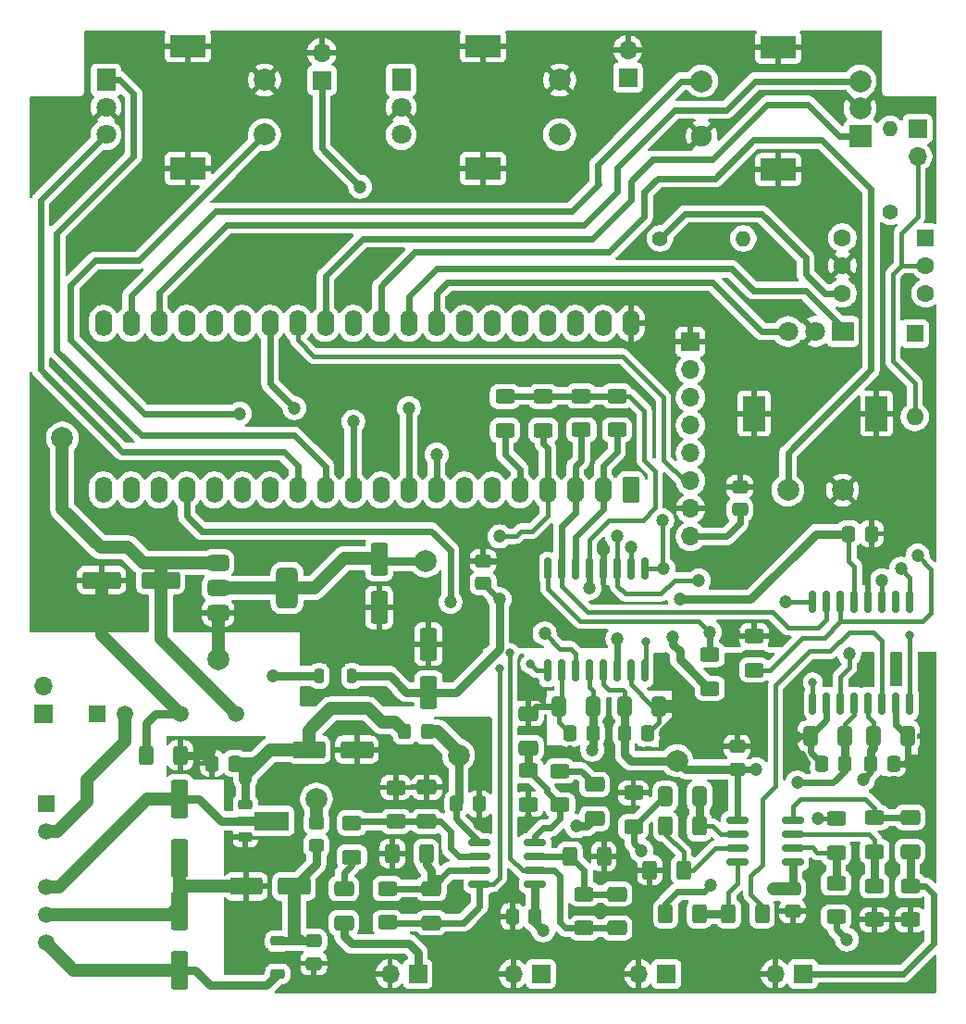
<source format=gbr>
%TF.GenerationSoftware,KiCad,Pcbnew,9.0.1*%
%TF.CreationDate,2025-05-12T14:22:17+02:00*%
%TF.ProjectId,PENDA2,50454e44-4132-42e6-9b69-6361645f7063,rev?*%
%TF.SameCoordinates,Original*%
%TF.FileFunction,Copper,L2,Bot*%
%TF.FilePolarity,Positive*%
%FSLAX46Y46*%
G04 Gerber Fmt 4.6, Leading zero omitted, Abs format (unit mm)*
G04 Created by KiCad (PCBNEW 9.0.1) date 2025-05-12 14:22:17*
%MOMM*%
%LPD*%
G01*
G04 APERTURE LIST*
G04 Aperture macros list*
%AMRoundRect*
0 Rectangle with rounded corners*
0 $1 Rounding radius*
0 $2 $3 $4 $5 $6 $7 $8 $9 X,Y pos of 4 corners*
0 Add a 4 corners polygon primitive as box body*
4,1,4,$2,$3,$4,$5,$6,$7,$8,$9,$2,$3,0*
0 Add four circle primitives for the rounded corners*
1,1,$1+$1,$2,$3*
1,1,$1+$1,$4,$5*
1,1,$1+$1,$6,$7*
1,1,$1+$1,$8,$9*
0 Add four rect primitives between the rounded corners*
20,1,$1+$1,$2,$3,$4,$5,0*
20,1,$1+$1,$4,$5,$6,$7,0*
20,1,$1+$1,$6,$7,$8,$9,0*
20,1,$1+$1,$8,$9,$2,$3,0*%
%AMFreePoly0*
4,1,9,3.862500,-0.866500,0.737500,-0.866500,0.737500,-0.450000,-0.737500,-0.450000,-0.737500,0.450000,0.737500,0.450000,0.737500,0.866500,3.862500,0.866500,3.862500,-0.866500,3.862500,-0.866500,$1*%
G04 Aperture macros list end*
%TA.AperFunction,ComponentPad*%
%ADD10R,2.000000X2.000000*%
%TD*%
%TA.AperFunction,ComponentPad*%
%ADD11C,2.000000*%
%TD*%
%TA.AperFunction,ComponentPad*%
%ADD12R,3.200000X2.000000*%
%TD*%
%TA.AperFunction,ComponentPad*%
%ADD13C,1.900000*%
%TD*%
%TA.AperFunction,ComponentPad*%
%ADD14C,1.400000*%
%TD*%
%TA.AperFunction,ComponentPad*%
%ADD15O,1.400000X1.400000*%
%TD*%
%TA.AperFunction,ComponentPad*%
%ADD16R,1.700000X1.700000*%
%TD*%
%TA.AperFunction,ComponentPad*%
%ADD17O,1.700000X1.700000*%
%TD*%
%TA.AperFunction,ComponentPad*%
%ADD18R,1.800000X2.000000*%
%TD*%
%TA.AperFunction,ComponentPad*%
%ADD19C,1.800000*%
%TD*%
%TA.AperFunction,ComponentPad*%
%ADD20R,2.000000X1.800000*%
%TD*%
%TA.AperFunction,ComponentPad*%
%ADD21R,2.000000X3.200000*%
%TD*%
%TA.AperFunction,SMDPad,CuDef*%
%ADD22RoundRect,0.225000X0.425000X0.225000X-0.425000X0.225000X-0.425000X-0.225000X0.425000X-0.225000X0*%
%TD*%
%TA.AperFunction,SMDPad,CuDef*%
%ADD23FreePoly0,180.000000*%
%TD*%
%TA.AperFunction,SMDPad,CuDef*%
%ADD24RoundRect,0.225000X-0.425000X-0.225000X0.425000X-0.225000X0.425000X0.225000X-0.425000X0.225000X0*%
%TD*%
%TA.AperFunction,SMDPad,CuDef*%
%ADD25FreePoly0,0.000000*%
%TD*%
%TA.AperFunction,SMDPad,CuDef*%
%ADD26RoundRect,0.375000X-0.625000X-0.375000X0.625000X-0.375000X0.625000X0.375000X-0.625000X0.375000X0*%
%TD*%
%TA.AperFunction,SMDPad,CuDef*%
%ADD27RoundRect,0.500000X-0.500000X-1.400000X0.500000X-1.400000X0.500000X1.400000X-0.500000X1.400000X0*%
%TD*%
%TA.AperFunction,SMDPad,CuDef*%
%ADD28RoundRect,0.250000X0.625000X-0.400000X0.625000X0.400000X-0.625000X0.400000X-0.625000X-0.400000X0*%
%TD*%
%TA.AperFunction,SMDPad,CuDef*%
%ADD29RoundRect,0.250000X1.250000X0.550000X-1.250000X0.550000X-1.250000X-0.550000X1.250000X-0.550000X0*%
%TD*%
%TA.AperFunction,SMDPad,CuDef*%
%ADD30RoundRect,0.250000X0.400000X0.625000X-0.400000X0.625000X-0.400000X-0.625000X0.400000X-0.625000X0*%
%TD*%
%TA.AperFunction,SMDPad,CuDef*%
%ADD31RoundRect,0.250000X-0.625000X0.400000X-0.625000X-0.400000X0.625000X-0.400000X0.625000X0.400000X0*%
%TD*%
%TA.AperFunction,SMDPad,CuDef*%
%ADD32RoundRect,0.250000X0.475000X-0.337500X0.475000X0.337500X-0.475000X0.337500X-0.475000X-0.337500X0*%
%TD*%
%TA.AperFunction,SMDPad,CuDef*%
%ADD33RoundRect,0.250000X-0.400000X-0.625000X0.400000X-0.625000X0.400000X0.625000X-0.400000X0.625000X0*%
%TD*%
%TA.AperFunction,SMDPad,CuDef*%
%ADD34RoundRect,0.250000X-0.337500X-0.475000X0.337500X-0.475000X0.337500X0.475000X-0.337500X0.475000X0*%
%TD*%
%TA.AperFunction,SMDPad,CuDef*%
%ADD35RoundRect,0.250000X-0.650000X0.412500X-0.650000X-0.412500X0.650000X-0.412500X0.650000X0.412500X0*%
%TD*%
%TA.AperFunction,SMDPad,CuDef*%
%ADD36RoundRect,0.250000X-0.412500X-0.650000X0.412500X-0.650000X0.412500X0.650000X-0.412500X0.650000X0*%
%TD*%
%TA.AperFunction,SMDPad,CuDef*%
%ADD37RoundRect,0.250000X0.650000X-0.412500X0.650000X0.412500X-0.650000X0.412500X-0.650000X-0.412500X0*%
%TD*%
%TA.AperFunction,SMDPad,CuDef*%
%ADD38RoundRect,0.225000X0.225000X-0.425000X0.225000X0.425000X-0.225000X0.425000X-0.225000X-0.425000X0*%
%TD*%
%TA.AperFunction,SMDPad,CuDef*%
%ADD39FreePoly0,90.000000*%
%TD*%
%TA.AperFunction,SMDPad,CuDef*%
%ADD40RoundRect,0.250000X0.412500X0.650000X-0.412500X0.650000X-0.412500X-0.650000X0.412500X-0.650000X0*%
%TD*%
%TA.AperFunction,ComponentPad*%
%ADD41RoundRect,0.250000X0.550000X-0.950000X0.550000X0.950000X-0.550000X0.950000X-0.550000X-0.950000X0*%
%TD*%
%TA.AperFunction,ComponentPad*%
%ADD42O,1.600000X2.400000*%
%TD*%
%TA.AperFunction,SMDPad,CuDef*%
%ADD43RoundRect,0.250000X0.550000X-1.500000X0.550000X1.500000X-0.550000X1.500000X-0.550000X-1.500000X0*%
%TD*%
%TA.AperFunction,SMDPad,CuDef*%
%ADD44RoundRect,0.250000X-0.325000X-0.450000X0.325000X-0.450000X0.325000X0.450000X-0.325000X0.450000X0*%
%TD*%
%TA.AperFunction,SMDPad,CuDef*%
%ADD45RoundRect,0.250000X-0.550000X1.250000X-0.550000X-1.250000X0.550000X-1.250000X0.550000X1.250000X0*%
%TD*%
%TA.AperFunction,ComponentPad*%
%ADD46R,1.600000X1.600000*%
%TD*%
%TA.AperFunction,ComponentPad*%
%ADD47O,1.600000X1.600000*%
%TD*%
%TA.AperFunction,SMDPad,CuDef*%
%ADD48RoundRect,0.250000X0.337500X0.475000X-0.337500X0.475000X-0.337500X-0.475000X0.337500X-0.475000X0*%
%TD*%
%TA.AperFunction,ComponentPad*%
%ADD49R,1.500000X1.500000*%
%TD*%
%TA.AperFunction,ComponentPad*%
%ADD50C,1.500000*%
%TD*%
%TA.AperFunction,SMDPad,CuDef*%
%ADD51RoundRect,0.162500X0.825000X0.162500X-0.825000X0.162500X-0.825000X-0.162500X0.825000X-0.162500X0*%
%TD*%
%TA.AperFunction,SMDPad,CuDef*%
%ADD52RoundRect,0.162500X-0.825000X-0.162500X0.825000X-0.162500X0.825000X0.162500X-0.825000X0.162500X0*%
%TD*%
%TA.AperFunction,SMDPad,CuDef*%
%ADD53RoundRect,0.250000X-0.475000X0.337500X-0.475000X-0.337500X0.475000X-0.337500X0.475000X0.337500X0*%
%TD*%
%TA.AperFunction,SMDPad,CuDef*%
%ADD54RoundRect,0.150000X-0.150000X0.875000X-0.150000X-0.875000X0.150000X-0.875000X0.150000X0.875000X0*%
%TD*%
%TA.AperFunction,SMDPad,CuDef*%
%ADD55RoundRect,0.250000X1.500000X0.550000X-1.500000X0.550000X-1.500000X-0.550000X1.500000X-0.550000X0*%
%TD*%
%TA.AperFunction,ComponentPad*%
%ADD56RoundRect,0.250000X0.550000X0.550000X-0.550000X0.550000X-0.550000X-0.550000X0.550000X-0.550000X0*%
%TD*%
%TA.AperFunction,ComponentPad*%
%ADD57C,1.600000*%
%TD*%
%TA.AperFunction,SMDPad,CuDef*%
%ADD58RoundRect,0.250000X0.550000X-1.250000X0.550000X1.250000X-0.550000X1.250000X-0.550000X-1.250000X0*%
%TD*%
%TA.AperFunction,SMDPad,CuDef*%
%ADD59RoundRect,0.250000X0.450000X-0.325000X0.450000X0.325000X-0.450000X0.325000X-0.450000X-0.325000X0*%
%TD*%
%TA.AperFunction,ViaPad*%
%ADD60C,1.200000*%
%TD*%
%TA.AperFunction,ViaPad*%
%ADD61C,0.800000*%
%TD*%
%TA.AperFunction,ViaPad*%
%ADD62C,2.000000*%
%TD*%
%TA.AperFunction,Conductor*%
%ADD63C,0.600000*%
%TD*%
%TA.AperFunction,Conductor*%
%ADD64C,0.800000*%
%TD*%
%TA.AperFunction,Conductor*%
%ADD65C,1.200000*%
%TD*%
%TA.AperFunction,Conductor*%
%ADD66C,0.400000*%
%TD*%
G04 APERTURE END LIST*
D10*
%TO.P,SW3,A,A*%
%TO.N,PA5{slash}D22*%
X116500000Y-45100000D03*
D11*
%TO.P,SW3,B,B*%
%TO.N,PA0{slash}D16*%
X116500000Y-40100000D03*
%TO.P,SW3,C,C*%
%TO.N,GNDD*%
X116500000Y-42600000D03*
D12*
%TO.P,SW3,MP,MP*%
X109000000Y-48200000D03*
X109000000Y-37000000D03*
D11*
%TO.P,SW3,S1,S1*%
%TO.N,PC0{slash}D15*%
X102000000Y-40100000D03*
D13*
%TO.P,SW3,S2,S2*%
%TO.N,GNDD*%
X102000000Y-45100000D03*
%TD*%
D14*
%TO.P,R26,1*%
%TO.N,Net-(D1-K)*%
X119250000Y-52060000D03*
D15*
%TO.P,R26,2*%
%TO.N,Net-(J7-Pin_1)*%
X119250000Y-44440000D03*
%TD*%
D16*
%TO.P,U6,1,GND*%
%TO.N,GNDD*%
X100975000Y-63960000D03*
D17*
%TO.P,U6,2,VCC*%
%TO.N,+3.3VD*%
X100975000Y-66500000D03*
%TO.P,U6,3,SCL*%
%TO.N,PG11{slash}D8*%
X100975000Y-69040000D03*
%TO.P,U6,4,SDA*%
%TO.N,PB5{slash}D10*%
X100975000Y-71580000D03*
%TO.P,U6,5,RST*%
%TO.N,PC1{slash}D20*%
X100975000Y-74120000D03*
%TO.P,U6,6,DC*%
%TO.N,PC4{slash}D21*%
X100975000Y-76660000D03*
%TO.P,U6,7,CS*%
%TO.N,GNDD*%
X100975000Y-79200000D03*
%TO.P,U6,8,LED*%
%TO.N,+3.3VD*%
X100975000Y-81740000D03*
%TD*%
D18*
%TO.P,SW2,A,A*%
%TO.N,PA7{slash}D18*%
X74500000Y-40000000D03*
D19*
%TO.P,SW2,B,B*%
%TO.N,PA6{slash}D19*%
X74500000Y-45000000D03*
%TO.P,SW2,C,C*%
%TO.N,GNDD*%
X74500000Y-42500000D03*
D12*
%TO.P,SW2,MP,MP*%
X82000000Y-36900000D03*
X82000000Y-48100000D03*
D11*
%TO.P,SW2,S1,S1*%
%TO.N,PB1{slash}D17*%
X89000000Y-45000000D03*
%TO.P,SW2,S2,S2*%
%TO.N,GNDD*%
X89000000Y-40000000D03*
%TD*%
D18*
%TO.P,SW4,A,A*%
%TO.N,PB8{slash}D11*%
X47500000Y-40000000D03*
D19*
%TO.P,SW4,B,B*%
%TO.N,PB9{slash}D12*%
X47500000Y-45000000D03*
%TO.P,SW4,C,C*%
%TO.N,GNDD*%
X47500000Y-42500000D03*
D12*
%TO.P,SW4,MP,MP*%
X55000000Y-36900000D03*
X55000000Y-48100000D03*
D11*
%TO.P,SW4,S1,S1*%
%TO.N,PG10{slash}D7*%
X62000000Y-45000000D03*
%TO.P,SW4,S2,S2*%
%TO.N,GNDD*%
X62000000Y-40000000D03*
%TD*%
D20*
%TO.P,SW1,A,A*%
%TO.N,PA0{slash}D25*%
X114900000Y-63000000D03*
D19*
%TO.P,SW1,B,B*%
%TO.N,PD11{slash}D26*%
X109900000Y-63000000D03*
%TO.P,SW1,C,C*%
%TO.N,GNDD*%
X112400000Y-63000000D03*
D21*
%TO.P,SW1,MP,MP*%
X118000000Y-70500000D03*
X106800000Y-70500000D03*
D11*
%TO.P,SW1,S1,S1*%
%TO.N,PA1{slash}D24*%
X109900000Y-77500000D03*
%TO.P,SW1,S2,S2*%
%TO.N,GNDD*%
X114900000Y-77500000D03*
%TD*%
D22*
%TO.P,U9,1,OUT*%
%TO.N,Net-(U9-OUT)*%
X63200000Y-118750000D03*
D23*
%TO.P,U9,2,GND*%
%TO.N,GNDA*%
X63112500Y-120250000D03*
D22*
%TO.P,U9,3,IN*%
%TO.N,Net-(PS1-+9V)*%
X63200000Y-121750000D03*
%TD*%
D24*
%TO.P,U10,1,GND*%
%TO.N,GNDA*%
X60250000Y-109250000D03*
D25*
%TO.P,U10,2,VI*%
%TO.N,Net-(PS1--9V)*%
X60337500Y-107750000D03*
D24*
%TO.P,U10,3,VO*%
%TO.N,Net-(U10-VO)*%
X60250000Y-106250000D03*
%TD*%
D26*
%TO.P,U11,1,GND*%
%TO.N,GNDD*%
X57750000Y-88750000D03*
%TO.P,U11,2,VO*%
%TO.N,+3.3VD*%
X57750000Y-86450000D03*
D27*
X64050000Y-86450000D03*
D26*
%TO.P,U11,3,VI*%
%TO.N,Net-(PS2-+9V)*%
X57750000Y-84150000D03*
%TD*%
D28*
%TO.P,R20,1*%
%TO.N,+5VD*%
X102750000Y-95650000D03*
%TO.P,R20,2*%
%TO.N,Net-(U2C-ZCEN)*%
X102750000Y-92550000D03*
%TD*%
D29*
%TO.P,C17,1*%
%TO.N,Net-(U9-OUT)*%
X64700000Y-113750000D03*
%TO.P,C17,2*%
%TO.N,GNDA*%
X60300000Y-113750000D03*
%TD*%
D30*
%TO.P,R17,1*%
%TO.N,Net-(C8-Pad2)*%
X101800000Y-108250000D03*
%TO.P,R17,2*%
%TO.N,Net-(U5B--)*%
X98700000Y-108250000D03*
%TD*%
D31*
%TO.P,R11,1*%
%TO.N,Net-(U5A-+)*%
X114300000Y-113450000D03*
%TO.P,R11,2*%
%TO.N,Net-(U4A-AOUTL)*%
X114300000Y-116550000D03*
%TD*%
%TO.P,R10,1*%
%TO.N,Net-(U3A-OUTL)*%
X114300000Y-107550000D03*
%TO.P,R10,2*%
%TO.N,Net-(U5A-+)*%
X114300000Y-110650000D03*
%TD*%
D32*
%TO.P,C12,1*%
%TO.N,+5VD*%
X82000000Y-86037500D03*
%TO.P,C12,2*%
%TO.N,GNDD*%
X82000000Y-83962500D03*
%TD*%
%TO.P,C24,1*%
%TO.N,GNDA*%
X110325000Y-116037500D03*
%TO.P,C24,2*%
%TO.N,-5VA*%
X110325000Y-113962500D03*
%TD*%
D33*
%TO.P,R18,1*%
%TO.N,Net-(U5B-+)*%
X104450000Y-116250000D03*
%TO.P,R18,2*%
%TO.N,Net-(U4B-AOUTR)*%
X107550000Y-116250000D03*
%TD*%
D31*
%TO.P,R23,1*%
%TO.N,+5VD*%
X87500000Y-68950000D03*
%TO.P,R23,2*%
%TO.N,PC9{slash}D3*%
X87500000Y-72050000D03*
%TD*%
%TO.P,R21,1*%
%TO.N,+5VD*%
X94250000Y-68900000D03*
%TO.P,R21,2*%
%TO.N,PC11{slash}D1*%
X94250000Y-72000000D03*
%TD*%
D34*
%TO.P,C15,1*%
%TO.N,+5VA*%
X94962500Y-99750000D03*
%TO.P,C15,2*%
%TO.N,GNDA*%
X97037500Y-99750000D03*
%TD*%
D35*
%TO.P,C5,1*%
%TO.N,GNDA*%
X86150000Y-97937500D03*
%TO.P,C5,2*%
%TO.N,Net-(U1B-+)*%
X86150000Y-101062500D03*
%TD*%
D36*
%TO.P,C30,1*%
%TO.N,+5VA*%
X117687500Y-100000000D03*
%TO.P,C30,2*%
%TO.N,GNDA*%
X120812500Y-100000000D03*
%TD*%
D37*
%TO.P,C6,1*%
%TO.N,Net-(J2-Pin_1)*%
X92200000Y-107562500D03*
%TO.P,C6,2*%
%TO.N,Net-(C6-Pad2)*%
X92200000Y-104437500D03*
%TD*%
D38*
%TO.P,U8,1,OUT*%
%TO.N,+5VD*%
X70000000Y-94500000D03*
D39*
%TO.P,U8,2,GND*%
%TO.N,GNDD*%
X68500000Y-94412500D03*
D38*
%TO.P,U8,3,IN*%
%TO.N,Net-(PS1-+9V)*%
X67000000Y-94500000D03*
%TD*%
D28*
%TO.P,R13,1*%
%TO.N,GNDA*%
X121075000Y-116800000D03*
%TO.P,R13,2*%
%TO.N,Net-(J3-Pin_1)*%
X121075000Y-113700000D03*
%TD*%
D37*
%TO.P,C7,1*%
%TO.N,Net-(J3-Pin_1)*%
X121075000Y-110562500D03*
%TO.P,C7,2*%
%TO.N,Net-(C7-Pad2)*%
X121075000Y-107437500D03*
%TD*%
D16*
%TO.P,J8,1,Pin_1*%
%TO.N,/Alim/+12V*%
X41750000Y-98000000D03*
D17*
%TO.P,J8,2,Pin_2*%
%TO.N,/Alim/0V*%
X41750000Y-95460000D03*
%TD*%
D33*
%TO.P,R5,1*%
%TO.N,Net-(U1B--)*%
X89950000Y-111000000D03*
%TO.P,R5,2*%
%TO.N,GNDA*%
X93050000Y-111000000D03*
%TD*%
D40*
%TO.P,C29,1*%
%TO.N,-5VA*%
X115062500Y-100000000D03*
%TO.P,C29,2*%
%TO.N,GNDA*%
X111937500Y-100000000D03*
%TD*%
D14*
%TO.P,R25,1*%
%TO.N,D14*%
X98190000Y-54500000D03*
D15*
%TO.P,R25,2*%
%TO.N,+3.3VD*%
X105810000Y-54500000D03*
%TD*%
D41*
%TO.P,U3,1,D0*%
%TO.N,unconnected-(U3B-D0-Pad1)*%
X95510000Y-77500000D03*
D42*
%TO.P,U3,2,D1*%
%TO.N,PC11{slash}D1*%
X92970000Y-77500000D03*
%TO.P,U3,3,D2*%
%TO.N,PC10{slash}D2*%
X90430000Y-77500000D03*
%TO.P,U3,4,D3*%
%TO.N,PC9{slash}D3*%
X87890000Y-77500000D03*
%TO.P,U3,5,D4*%
%TO.N,D4*%
X85350000Y-77500000D03*
%TO.P,U3,6,D5*%
%TO.N,unconnected-(U3B-D5-Pad6)*%
X82810000Y-77500000D03*
%TO.P,U3,7,D6*%
%TO.N,unconnected-(U3B-D6-Pad7)*%
X80270000Y-77500000D03*
%TO.P,U3,8,D7*%
%TO.N,PG10{slash}D7*%
X77730000Y-77500000D03*
%TO.P,U3,9,D8*%
%TO.N,PG11{slash}D8*%
X75190000Y-77500000D03*
%TO.P,U3,10,D9*%
%TO.N,unconnected-(U3B-D9-Pad10)*%
X72650000Y-77500000D03*
%TO.P,U3,11,D10*%
%TO.N,PB5{slash}D10*%
X70110000Y-77500000D03*
%TO.P,U3,12,D11*%
%TO.N,PB8{slash}D11*%
X67570000Y-77500000D03*
%TO.P,U3,13,D12*%
%TO.N,PB9{slash}D12*%
X65030000Y-77500000D03*
%TO.P,U3,14,D13*%
%TO.N,unconnected-(U3B-D13-Pad14)*%
X62490000Y-77500000D03*
%TO.P,U3,15,D14*%
%TO.N,D14*%
X59950000Y-77500000D03*
%TO.P,U3,16,INL*%
%TO.N,Net-(U2A-AOUTL)*%
X57410000Y-77500000D03*
%TO.P,U3,17,INR*%
%TO.N,Net-(U2B-AOUTR)*%
X54870000Y-77500000D03*
%TO.P,U3,18,OUTL*%
%TO.N,Net-(U3A-OUTL)*%
X52330000Y-77500000D03*
%TO.P,U3,19,OUTR*%
%TO.N,Net-(U3A-OUTR)*%
X49790000Y-77500000D03*
%TO.P,U3,20,GNDA*%
%TO.N,GNDA*%
X47250000Y-77500000D03*
%TO.P,U3,21,3.3VA*%
%TO.N,unconnected-(U3C-3.3VA-Pad21)*%
X47250000Y-62260000D03*
%TO.P,U3,22,D15*%
%TO.N,PC0{slash}D15*%
X49790000Y-62260000D03*
%TO.P,U3,23,D16*%
%TO.N,PA0{slash}D16*%
X52330000Y-62260000D03*
%TO.P,U3,24,D17*%
%TO.N,PB1{slash}D17*%
X54870000Y-62260000D03*
%TO.P,U3,25,D18*%
%TO.N,PA7{slash}D18*%
X57410000Y-62260000D03*
%TO.P,U3,26,D19*%
%TO.N,PA6{slash}D19*%
X59950000Y-62260000D03*
%TO.P,U3,27,D20*%
%TO.N,PC1{slash}D20*%
X62490000Y-62260000D03*
%TO.P,U3,28,D21*%
%TO.N,PC4{slash}D21*%
X65030000Y-62260000D03*
%TO.P,U3,29,D22*%
%TO.N,PA5{slash}D22*%
X67570000Y-62260000D03*
%TO.P,U3,30,D23*%
%TO.N,unconnected-(U3B-D23-Pad30)*%
X70110000Y-62260000D03*
%TO.P,U3,31,D24*%
%TO.N,PA1{slash}D24*%
X72650000Y-62260000D03*
%TO.P,U3,32,D25*%
%TO.N,PA0{slash}D25*%
X75190000Y-62260000D03*
%TO.P,U3,33,D26*%
%TO.N,PD11{slash}D26*%
X77730000Y-62260000D03*
%TO.P,U3,34,D27*%
%TO.N,PG9{slash}D27*%
X80270000Y-62260000D03*
%TO.P,U3,35,D28*%
%TO.N,PA2{slash}D28*%
X82810000Y-62260000D03*
%TO.P,U3,36,D29*%
%TO.N,unconnected-(U3B-D29-Pad36)*%
X85350000Y-62260000D03*
%TO.P,U3,37,D30*%
%TO.N,unconnected-(U3B-D30-Pad37)*%
X87890000Y-62260000D03*
%TO.P,U3,38,3.3VD*%
%TO.N,unconnected-(U3C-3.3VD-Pad38)*%
X90430000Y-62260000D03*
%TO.P,U3,39,VIN*%
%TO.N,Net-(PS2-+9V)*%
X92970000Y-62260000D03*
%TO.P,U3,40,GNDD*%
%TO.N,GNDD*%
X95510000Y-62260000D03*
%TD*%
D31*
%TO.P,R8,1*%
%TO.N,Net-(C6-Pad2)*%
X89050000Y-103200000D03*
%TO.P,R8,2*%
%TO.N,Net-(U1B-+)*%
X89050000Y-106300000D03*
%TD*%
D35*
%TO.P,C4,1*%
%TO.N,Net-(U1B--)*%
X94250000Y-114437500D03*
%TO.P,C4,2*%
%TO.N,Net-(U2B-AINR)*%
X94250000Y-117562500D03*
%TD*%
D31*
%TO.P,R22,1*%
%TO.N,+5VD*%
X91000000Y-68900000D03*
%TO.P,R22,2*%
%TO.N,PC10{slash}D2*%
X91000000Y-72000000D03*
%TD*%
D43*
%TO.P,C19,1*%
%TO.N,GNDA*%
X54250000Y-111150000D03*
%TO.P,C19,2*%
%TO.N,Net-(PS1--9V)*%
X54250000Y-105750000D03*
%TD*%
D16*
%TO.P,J2,1,Pin_1*%
%TO.N,Net-(J2-Pin_1)*%
X87290000Y-121750000D03*
D17*
%TO.P,J2,2,Pin_2*%
%TO.N,GNDA*%
X84750000Y-121750000D03*
%TD*%
D31*
%TO.P,R12,1*%
%TO.N,Net-(C7-Pad2)*%
X117825000Y-107450000D03*
%TO.P,R12,2*%
%TO.N,Net-(U5A--)*%
X117825000Y-110550000D03*
%TD*%
%TO.P,R19,1*%
%TO.N,GNDD*%
X106800000Y-90850000D03*
%TO.P,R19,2*%
%TO.N,Net-(U2C-SDATAO)*%
X106800000Y-93950000D03*
%TD*%
D44*
%TO.P,FB4,1*%
%TO.N,Net-(U10-VO)*%
X74825000Y-99600000D03*
%TO.P,FB4,2*%
%TO.N,-5VA*%
X76875000Y-99600000D03*
%TD*%
D29*
%TO.P,C20,1*%
%TO.N,GNDA*%
X70450000Y-101250000D03*
%TO.P,C20,2*%
%TO.N,Net-(U10-VO)*%
X66050000Y-101250000D03*
%TD*%
D45*
%TO.P,C26,1*%
%TO.N,+3.3VD*%
X72500000Y-83850000D03*
%TO.P,C26,2*%
%TO.N,GNDD*%
X72500000Y-88250000D03*
%TD*%
D46*
%TO.P,D1,1,K*%
%TO.N,Net-(D1-K)*%
X121500000Y-63190000D03*
D47*
%TO.P,D1,2,A*%
%TO.N,Net-(D1-A)*%
X121500000Y-70810000D03*
%TD*%
D16*
%TO.P,J6,1,Pin_1*%
%TO.N,PA2{slash}D28*%
X95250000Y-39775000D03*
D17*
%TO.P,J6,2,Pin_2*%
%TO.N,GNDD*%
X95250000Y-37235000D03*
%TD*%
D30*
%TO.P,R4,1*%
%TO.N,Net-(U1A--)*%
X76800000Y-110750000D03*
%TO.P,R4,2*%
%TO.N,GNDA*%
X73700000Y-110750000D03*
%TD*%
D37*
%TO.P,C1,1*%
%TO.N,Net-(J1-Pin_1)*%
X69250000Y-117062500D03*
%TO.P,C1,2*%
%TO.N,Net-(C1-Pad2)*%
X69250000Y-113937500D03*
%TD*%
D28*
%TO.P,R3,1*%
%TO.N,Net-(U1A-+)*%
X74000000Y-107800000D03*
%TO.P,R3,2*%
%TO.N,GNDA*%
X74000000Y-104700000D03*
%TD*%
D48*
%TO.P,C10,1*%
%TO.N,-5VA*%
X115075000Y-102500000D03*
%TO.P,C10,2*%
%TO.N,GNDA*%
X113000000Y-102500000D03*
%TD*%
D36*
%TO.P,C8,1*%
%TO.N,Net-(J4-Pin_1)*%
X98687500Y-105500000D03*
%TO.P,C8,2*%
%TO.N,Net-(C8-Pad2)*%
X101812500Y-105500000D03*
%TD*%
D49*
%TO.P,PS2,1,+Vin*%
%TO.N,Net-(PS1-+Vin)*%
X46710000Y-98000000D03*
D50*
%TO.P,PS2,2,-Vin*%
%TO.N,Net-(PS1--Vin)*%
X49250000Y-98000000D03*
%TO.P,PS2,4,0V*%
%TO.N,GNDD*%
X54330000Y-98000000D03*
%TO.P,PS2,6,+9V*%
%TO.N,Net-(PS2-+9V)*%
X59410000Y-98000000D03*
%TD*%
D51*
%TO.P,U5,1*%
%TO.N,Net-(C7-Pad2)*%
X110325000Y-107690000D03*
%TO.P,U5,2,-*%
%TO.N,Net-(U5A--)*%
X110325000Y-108960000D03*
%TO.P,U5,3,+*%
%TO.N,Net-(U5A-+)*%
X110325000Y-110230000D03*
%TO.P,U5,4,V-*%
%TO.N,-5VA*%
X110325000Y-111500000D03*
%TO.P,U5,5,+*%
%TO.N,Net-(U5B-+)*%
X105250000Y-111500000D03*
%TO.P,U5,6,-*%
%TO.N,Net-(U5B--)*%
X105250000Y-110230000D03*
%TO.P,U5,7*%
%TO.N,Net-(C8-Pad2)*%
X105250000Y-108960000D03*
%TO.P,U5,8,V+*%
%TO.N,+5VA*%
X105250000Y-107690000D03*
%TD*%
D32*
%TO.P,C27,1*%
%TO.N,+3.3VD*%
X105500000Y-79287500D03*
%TO.P,C27,2*%
%TO.N,GNDD*%
X105500000Y-77212500D03*
%TD*%
D52*
%TO.P,U1,1*%
%TO.N,Net-(U2A-AINL)*%
X81675000Y-113560000D03*
%TO.P,U1,2,-*%
%TO.N,Net-(U1A--)*%
X81675000Y-112290000D03*
%TO.P,U1,3,+*%
%TO.N,Net-(U1A-+)*%
X81675000Y-111020000D03*
%TO.P,U1,4,V-*%
%TO.N,-5VA*%
X81675000Y-109750000D03*
%TO.P,U1,5,+*%
%TO.N,Net-(U1B-+)*%
X86750000Y-109750000D03*
%TO.P,U1,6,-*%
%TO.N,Net-(U1B--)*%
X86750000Y-111020000D03*
%TO.P,U1,7*%
%TO.N,Net-(U2B-AINR)*%
X86750000Y-112290000D03*
%TO.P,U1,8,V+*%
%TO.N,+5VA*%
X86750000Y-113560000D03*
%TD*%
D28*
%TO.P,R7,1*%
%TO.N,Net-(U2B-AINR)*%
X91250000Y-117550000D03*
%TO.P,R7,2*%
%TO.N,Net-(U1B--)*%
X91250000Y-114450000D03*
%TD*%
D33*
%TO.P,R9,1*%
%TO.N,Net-(U3A-OUTR)*%
X98700000Y-116250000D03*
%TO.P,R9,2*%
%TO.N,Net-(U5B-+)*%
X101800000Y-116250000D03*
%TD*%
D53*
%TO.P,C18,1*%
%TO.N,Net-(U9-OUT)*%
X66500000Y-118712500D03*
%TO.P,C18,2*%
%TO.N,GNDA*%
X66500000Y-120787500D03*
%TD*%
D34*
%TO.P,C11,1*%
%TO.N,+5VA*%
X117500000Y-102500000D03*
%TO.P,C11,2*%
%TO.N,GNDA*%
X119575000Y-102500000D03*
%TD*%
D35*
%TO.P,C2,1*%
%TO.N,GNDA*%
X76850000Y-104687500D03*
%TO.P,C2,2*%
%TO.N,Net-(U1A-+)*%
X76850000Y-107812500D03*
%TD*%
D31*
%TO.P,R24,1*%
%TO.N,+5VD*%
X84000000Y-68950000D03*
%TO.P,R24,2*%
%TO.N,D4*%
X84000000Y-72050000D03*
%TD*%
%TO.P,R14,1*%
%TO.N,Net-(U5A--)*%
X117825000Y-113700000D03*
%TO.P,R14,2*%
%TO.N,GNDA*%
X117825000Y-116800000D03*
%TD*%
D16*
%TO.P,J3,1,Pin_1*%
%TO.N,Net-(J3-Pin_1)*%
X111275000Y-121750000D03*
D17*
%TO.P,J3,2,Pin_2*%
%TO.N,GNDA*%
X108735000Y-121750000D03*
%TD*%
D54*
%TO.P,U4,1,ZCEN*%
%TO.N,Net-(U2C-ZCEN)*%
X112170000Y-87700000D03*
%TO.P,U4,2,CS*%
%TO.N,PC10{slash}D2*%
X113440000Y-87700000D03*
%TO.P,U4,3,SDATAI*%
%TO.N,Net-(U2C-SDATAO)*%
X114710000Y-87700000D03*
%TO.P,U4,4,VD+*%
%TO.N,+5VD*%
X115980000Y-87700000D03*
%TO.P,U4,5,DGND*%
%TO.N,GNDD*%
X117250000Y-87700000D03*
%TO.P,U4,6,SCLK*%
%TO.N,PC9{slash}D3*%
X118520000Y-87700000D03*
%TO.P,U4,7,SDATAO*%
%TO.N,unconnected-(U4C-SDATAO-Pad7)*%
X119790000Y-87700000D03*
%TO.P,U4,8,MUTE*%
%TO.N,D4*%
X121060000Y-87700000D03*
%TO.P,U4,9,AINR*%
%TO.N,Net-(U2B-AINR)*%
X121060000Y-97000000D03*
%TO.P,U4,10,AGNDR*%
%TO.N,GNDA*%
X119790000Y-97000000D03*
%TO.P,U4,11,AOUTR*%
%TO.N,Net-(U4B-AOUTR)*%
X118520000Y-97000000D03*
%TO.P,U4,12,VA+*%
%TO.N,+5VA*%
X117250000Y-97000000D03*
%TO.P,U4,13,VA-*%
%TO.N,-5VA*%
X115980000Y-97000000D03*
%TO.P,U4,14,AOUTL*%
%TO.N,Net-(U4A-AOUTL)*%
X114710000Y-97000000D03*
%TO.P,U4,15,AGNDL*%
%TO.N,GNDA*%
X113440000Y-97000000D03*
%TO.P,U4,16,AINL*%
%TO.N,Net-(U2A-AINL)*%
X112170000Y-97000000D03*
%TD*%
D40*
%TO.P,C31,1*%
%TO.N,-5VA*%
X92062500Y-97250000D03*
%TO.P,C31,2*%
%TO.N,GNDA*%
X88937500Y-97250000D03*
%TD*%
D36*
%TO.P,C32,1*%
%TO.N,+5VA*%
X94937500Y-97250000D03*
%TO.P,C32,2*%
%TO.N,GNDA*%
X98062500Y-97250000D03*
%TD*%
D32*
%TO.P,C22,1*%
%TO.N,+5VA*%
X105250000Y-103037500D03*
%TO.P,C22,2*%
%TO.N,GNDA*%
X105250000Y-100962500D03*
%TD*%
D35*
%TO.P,C3,1*%
%TO.N,Net-(U1A--)*%
X77250000Y-113937500D03*
%TO.P,C3,2*%
%TO.N,Net-(U2A-AINL)*%
X77250000Y-117062500D03*
%TD*%
D30*
%TO.P,R15,1*%
%TO.N,Net-(U5B--)*%
X100350000Y-112250000D03*
%TO.P,R15,2*%
%TO.N,GNDA*%
X97250000Y-112250000D03*
%TD*%
D55*
%TO.P,C28,1*%
%TO.N,Net-(PS2-+9V)*%
X52500000Y-85750000D03*
%TO.P,C28,2*%
%TO.N,GNDD*%
X47100000Y-85750000D03*
%TD*%
D56*
%TO.P,U7,1*%
%TO.N,Net-(D1-K)*%
X122500000Y-54420000D03*
D57*
%TO.P,U7,2*%
%TO.N,Net-(D1-A)*%
X122500000Y-56960000D03*
%TO.P,U7,3*%
%TO.N,unconnected-(U7-Pad3)*%
X122500000Y-59500000D03*
%TO.P,U7,4*%
%TO.N,D14*%
X114880000Y-59500000D03*
%TO.P,U7,5*%
%TO.N,GNDD*%
X114880000Y-56960000D03*
%TO.P,U7,6*%
%TO.N,+3.3VD*%
X114880000Y-54420000D03*
%TD*%
D16*
%TO.P,J1,1,Pin_1*%
%TO.N,Net-(J1-Pin_1)*%
X76025000Y-121750000D03*
D17*
%TO.P,J1,2,Pin_2*%
%TO.N,GNDA*%
X73485000Y-121750000D03*
%TD*%
D31*
%TO.P,R1,1*%
%TO.N,Net-(U1A-+)*%
X70000000Y-107950000D03*
%TO.P,R1,2*%
%TO.N,Net-(C1-Pad2)*%
X70000000Y-111050000D03*
%TD*%
D33*
%TO.P,R27,1*%
%TO.N,GNDD*%
X51200000Y-101750000D03*
%TO.P,R27,2*%
%TO.N,GNDA*%
X54300000Y-101750000D03*
%TD*%
D28*
%TO.P,R2,1*%
%TO.N,Net-(U2A-AINL)*%
X73250000Y-117050000D03*
%TO.P,R2,2*%
%TO.N,Net-(U1A--)*%
X73250000Y-113950000D03*
%TD*%
D48*
%TO.P,C25,1*%
%TO.N,GNDA*%
X81637500Y-106200000D03*
%TO.P,C25,2*%
%TO.N,-5VA*%
X79562500Y-106200000D03*
%TD*%
D31*
%TO.P,R16,1*%
%TO.N,GNDA*%
X95750000Y-105200000D03*
%TO.P,R16,2*%
%TO.N,Net-(J4-Pin_1)*%
X95750000Y-108300000D03*
%TD*%
D34*
%TO.P,C21,1*%
%TO.N,GNDA*%
X57212500Y-102500000D03*
%TO.P,C21,2*%
%TO.N,Net-(U10-VO)*%
X59287500Y-102500000D03*
%TD*%
D54*
%TO.P,U2,1,ZCEN*%
%TO.N,Net-(U2C-ZCEN)*%
X87920000Y-84700000D03*
%TO.P,U2,2,CS*%
%TO.N,PC10{slash}D2*%
X89190000Y-84700000D03*
%TO.P,U2,3,SDATAI*%
%TO.N,PC11{slash}D1*%
X90460000Y-84700000D03*
%TO.P,U2,4,VD+*%
%TO.N,+5VD*%
X91730000Y-84700000D03*
%TO.P,U2,5,DGND*%
%TO.N,GNDD*%
X93000000Y-84700000D03*
%TO.P,U2,6,SCLK*%
%TO.N,PC9{slash}D3*%
X94270000Y-84700000D03*
%TO.P,U2,7,SDATAO*%
%TO.N,Net-(U2C-SDATAO)*%
X95540000Y-84700000D03*
%TO.P,U2,8,MUTE*%
%TO.N,D4*%
X96810000Y-84700000D03*
%TO.P,U2,9,AINR*%
%TO.N,Net-(U2B-AINR)*%
X96810000Y-94000000D03*
%TO.P,U2,10,AGNDR*%
%TO.N,GNDA*%
X95540000Y-94000000D03*
%TO.P,U2,11,AOUTR*%
%TO.N,Net-(U2B-AOUTR)*%
X94270000Y-94000000D03*
%TO.P,U2,12,VA+*%
%TO.N,+5VA*%
X93000000Y-94000000D03*
%TO.P,U2,13,VA-*%
%TO.N,-5VA*%
X91730000Y-94000000D03*
%TO.P,U2,14,AOUTL*%
%TO.N,Net-(U2A-AOUTL)*%
X90460000Y-94000000D03*
%TO.P,U2,15,AGNDL*%
%TO.N,GNDA*%
X89190000Y-94000000D03*
%TO.P,U2,16,AINL*%
%TO.N,Net-(U2A-AINL)*%
X87920000Y-94000000D03*
%TD*%
D58*
%TO.P,C13,1*%
%TO.N,+5VD*%
X77000000Y-96000000D03*
%TO.P,C13,2*%
%TO.N,GNDD*%
X77000000Y-91600000D03*
%TD*%
D31*
%TO.P,R6,1*%
%TO.N,Net-(U1B-+)*%
X86150000Y-103150000D03*
%TO.P,R6,2*%
%TO.N,GNDA*%
X86150000Y-106250000D03*
%TD*%
D48*
%TO.P,C14,1*%
%TO.N,-5VA*%
X92037500Y-99750000D03*
%TO.P,C14,2*%
%TO.N,GNDA*%
X89962500Y-99750000D03*
%TD*%
D16*
%TO.P,J7,1,Pin_1*%
%TO.N,Net-(J7-Pin_1)*%
X121750000Y-44475000D03*
D17*
%TO.P,J7,2,Pin_2*%
%TO.N,Net-(D1-A)*%
X121750000Y-47015000D03*
%TD*%
D49*
%TO.P,PS1,1,+Vin*%
%TO.N,Net-(PS1-+Vin)*%
X41987500Y-106187500D03*
D50*
%TO.P,PS1,2,-Vin*%
%TO.N,Net-(PS1--Vin)*%
X41987500Y-108727500D03*
%TO.P,PS1,4,-9V*%
%TO.N,Net-(PS1--9V)*%
X41987500Y-113807500D03*
%TO.P,PS1,5,0V*%
%TO.N,GNDA*%
X41987500Y-116347500D03*
%TO.P,PS1,6,+9V*%
%TO.N,Net-(PS1-+9V)*%
X41987500Y-118887500D03*
%TD*%
D59*
%TO.P,FB3,1*%
%TO.N,Net-(U9-OUT)*%
X66750000Y-110000000D03*
%TO.P,FB3,2*%
%TO.N,+5VA*%
X66750000Y-107950000D03*
%TD*%
D16*
%TO.P,J4,1,Pin_1*%
%TO.N,Net-(J4-Pin_1)*%
X98775000Y-121750000D03*
D17*
%TO.P,J4,2,Pin_2*%
%TO.N,GNDA*%
X96235000Y-121750000D03*
%TD*%
D48*
%TO.P,C23,1*%
%TO.N,+5VA*%
X86750000Y-116500000D03*
%TO.P,C23,2*%
%TO.N,GNDA*%
X84675000Y-116500000D03*
%TD*%
D34*
%TO.P,C9,1*%
%TO.N,+5VD*%
X115462500Y-81500000D03*
%TO.P,C9,2*%
%TO.N,GNDD*%
X117537500Y-81500000D03*
%TD*%
D43*
%TO.P,C16,1*%
%TO.N,Net-(PS1-+9V)*%
X54250000Y-121400000D03*
%TO.P,C16,2*%
%TO.N,GNDA*%
X54250000Y-116000000D03*
%TD*%
D16*
%TO.P,J5,1,Pin_1*%
%TO.N,PG9{slash}D27*%
X67250000Y-40025000D03*
D17*
%TO.P,J5,2,Pin_2*%
%TO.N,GNDD*%
X67250000Y-37485000D03*
%TD*%
D60*
%TO.N,GNDA*%
X63500000Y-103250000D03*
X57000000Y-101250000D03*
X110600000Y-100050000D03*
D61*
X86150000Y-96250000D03*
X86150000Y-107450000D03*
D60*
X81650000Y-108000000D03*
D62*
X81250000Y-119750000D03*
D61*
X116600000Y-95000000D03*
D60*
X71750000Y-103500000D03*
D61*
X119800000Y-94800000D03*
D60*
X95000000Y-112000000D03*
D62*
X105000000Y-120500000D03*
D60*
X103750000Y-105500000D03*
X121000000Y-102500000D03*
X106900000Y-98250000D03*
X103350000Y-101000000D03*
D61*
X83000000Y-115000000D03*
D60*
X81000000Y-99000000D03*
D61*
%TO.N,Net-(U2A-AINL)*%
X83500000Y-93800000D03*
X112170000Y-95080000D03*
X86300000Y-93400000D03*
%TO.N,Net-(U2B-AINR)*%
X121050000Y-90800000D03*
X96850000Y-91400000D03*
X84450000Y-92400000D03*
D60*
%TO.N,Net-(J2-Pin_1)*%
X90550000Y-108250000D03*
%TO.N,Net-(J4-Pin_1)*%
X96500000Y-110500000D03*
D61*
%TO.N,GNDD*%
X108000000Y-60750000D03*
X72100000Y-92100000D03*
D60*
X67800000Y-88700000D03*
D61*
X72100000Y-95900000D03*
X81000000Y-74500000D03*
D60*
X105000000Y-90700000D03*
D61*
X51050000Y-79800000D03*
X81000000Y-92000000D03*
X48750000Y-53750000D03*
D60*
X85212500Y-82962500D03*
D61*
X61250000Y-75500000D03*
D60*
X70750000Y-58250000D03*
X64750000Y-58500000D03*
D61*
X44500000Y-50250000D03*
X43899374Y-67283382D03*
X42000000Y-44000000D03*
X71000000Y-44750000D03*
X54950000Y-88500000D03*
D62*
X57750000Y-93000000D03*
D61*
X89750000Y-90500000D03*
X98500000Y-46000000D03*
X72000000Y-69500000D03*
X62250000Y-70500000D03*
X49500000Y-87950000D03*
D60*
X93000000Y-83000000D03*
%TO.N,+5VD*%
X91730000Y-86480000D03*
X100000000Y-87500000D03*
X99350000Y-90900000D03*
X83500000Y-87500000D03*
D62*
%TO.N,-5VA*%
X79750000Y-101750000D03*
D60*
X108550000Y-114000000D03*
X110750000Y-104250000D03*
X92000000Y-101250000D03*
%TO.N,+5VA*%
X107000000Y-103037500D03*
D62*
X66750000Y-105750000D03*
D60*
X116750000Y-104000000D03*
X87500000Y-117750000D03*
D62*
X99750000Y-102250000D03*
%TO.N,+3.3VD*%
X76750000Y-84000000D03*
D60*
%TO.N,PG9{slash}D27*%
X70750000Y-49750000D03*
%TO.N,Net-(U4A-AOUTL)*%
X115500000Y-92500000D03*
X115300000Y-118600000D03*
%TO.N,Net-(U2C-SDATAO)*%
X95500000Y-82750000D03*
X121750000Y-83500000D03*
%TO.N,Net-(U2C-ZCEN)*%
X102750000Y-90500000D03*
X109670000Y-87750000D03*
%TO.N,PC9{slash}D3*%
X83500000Y-81750000D03*
X101750000Y-85750000D03*
X94250000Y-81750000D03*
X118500000Y-85750000D03*
%TO.N,D4*%
X98375000Y-80250000D03*
X120250000Y-84700000D03*
X98500000Y-84700000D03*
%TO.N,PG10{slash}D7*%
X59750000Y-70500000D03*
X77750000Y-74250000D03*
%TO.N,Net-(U2A-AOUTL)*%
X87625000Y-90625000D03*
%TO.N,Net-(U2B-AOUTR)*%
X79000000Y-87750000D03*
X94300000Y-91100000D03*
%TO.N,Net-(U3A-OUTL)*%
X112650000Y-107550000D03*
%TO.N,Net-(U3A-OUTR)*%
X102800000Y-113600000D03*
%TO.N,PC1{slash}D20*%
X64750000Y-70000000D03*
%TO.N,PG11{slash}D8*%
X75190000Y-70000000D03*
%TO.N,PB5{slash}D10*%
X70110000Y-71250000D03*
%TO.N,Net-(PS1-+9V)*%
X62750000Y-94500000D03*
D62*
%TO.N,Net-(PS2-+9V)*%
X43500000Y-72750000D03*
%TD*%
D63*
%TO.N,Net-(C1-Pad2)*%
X69250000Y-112500000D02*
X69250000Y-113937500D01*
X70000000Y-111050000D02*
X70000000Y-111750000D01*
X70000000Y-111750000D02*
X69250000Y-112500000D01*
D64*
%TO.N,Net-(J1-Pin_1)*%
X69250000Y-118250000D02*
X70000000Y-119000000D01*
X75250000Y-119000000D02*
X76025000Y-119775000D01*
X70000000Y-119000000D02*
X75250000Y-119000000D01*
X69250000Y-117062500D02*
X69250000Y-118250000D01*
X76025000Y-119775000D02*
X76025000Y-121750000D01*
D63*
%TO.N,GNDA*%
X88937500Y-97250000D02*
X86837500Y-97250000D01*
D65*
X54250000Y-113750000D02*
X54250000Y-116000000D01*
D63*
X86837500Y-97250000D02*
X86150000Y-97937500D01*
X110650000Y-100000000D02*
X110600000Y-100050000D01*
D66*
X98062500Y-97250000D02*
X98062500Y-98725000D01*
D65*
X53402500Y-116347500D02*
X41987500Y-116347500D01*
X54250000Y-116000000D02*
X53750000Y-116000000D01*
X53750000Y-116000000D02*
X53402500Y-116347500D01*
D64*
X56462500Y-101750000D02*
X56500000Y-101750000D01*
D63*
X120500000Y-102500000D02*
X120812500Y-102187500D01*
X119790000Y-97000000D02*
X119790000Y-98977500D01*
D66*
X98062500Y-98725000D02*
X97037500Y-99750000D01*
D63*
X113440000Y-97000000D02*
X113440000Y-98497500D01*
D66*
X89190000Y-94000000D02*
X89190000Y-96997500D01*
D65*
X54250000Y-111150000D02*
X54250000Y-113750000D01*
D63*
X111937500Y-101437500D02*
X113000000Y-102500000D01*
D64*
X56500000Y-101750000D02*
X57000000Y-101250000D01*
D63*
X119790000Y-98977500D02*
X120812500Y-100000000D01*
D66*
X96050000Y-105500000D02*
X95750000Y-105200000D01*
D64*
X54300000Y-101750000D02*
X56462500Y-101750000D01*
D63*
X111937500Y-100000000D02*
X110650000Y-100000000D01*
X120812500Y-102187500D02*
X120812500Y-100000000D01*
X111937500Y-100000000D02*
X111937500Y-101437500D01*
D66*
X88937500Y-97250000D02*
X88937500Y-98725000D01*
X95540000Y-95290000D02*
X97500000Y-97250000D01*
X95540000Y-94000000D02*
X95540000Y-95290000D01*
X97500000Y-97250000D02*
X98062500Y-97250000D01*
D63*
X119575000Y-102500000D02*
X120500000Y-102500000D01*
D64*
X56462500Y-101750000D02*
X57212500Y-102500000D01*
D63*
X113440000Y-98497500D02*
X111937500Y-100000000D01*
D65*
X54250000Y-113750000D02*
X60300000Y-113750000D01*
D66*
X89190000Y-96997500D02*
X88937500Y-97250000D01*
X88937500Y-98725000D02*
X89962500Y-99750000D01*
D65*
X98062500Y-97250000D02*
X100200000Y-97250000D01*
D63*
%TO.N,Net-(U1A-+)*%
X73262500Y-107812500D02*
X78062500Y-107812500D01*
X78062500Y-107812500D02*
X79000000Y-108750000D01*
X73250000Y-107800000D02*
X73262500Y-107812500D01*
X79000000Y-108750000D02*
X79000000Y-110250000D01*
X70000000Y-107950000D02*
X70150000Y-107800000D01*
X79770000Y-111020000D02*
X81675000Y-111020000D01*
X79000000Y-110250000D02*
X79770000Y-111020000D01*
X70150000Y-107800000D02*
X73250000Y-107800000D01*
D66*
%TO.N,Net-(U2A-AINL)*%
X87920000Y-94000000D02*
X86900000Y-94000000D01*
D63*
X80187500Y-117062500D02*
X81675000Y-115575000D01*
X73262500Y-117062500D02*
X73250000Y-117050000D01*
D66*
X83500000Y-93800000D02*
X83500000Y-112950000D01*
X82890000Y-113560000D02*
X81675000Y-113560000D01*
X112170000Y-97000000D02*
X112170000Y-95080000D01*
D63*
X77250000Y-117062500D02*
X80187500Y-117062500D01*
X77250000Y-117062500D02*
X73262500Y-117062500D01*
D66*
X86900000Y-94000000D02*
X86300000Y-93400000D01*
X83500000Y-112950000D02*
X82890000Y-113560000D01*
D63*
X81675000Y-113560000D02*
X81675000Y-115575000D01*
%TO.N,Net-(U1A--)*%
X81675000Y-112290000D02*
X78897500Y-112290000D01*
D64*
X76800000Y-111800000D02*
X77250000Y-112250000D01*
D63*
X77250000Y-112750000D02*
X77468750Y-112968750D01*
X78897500Y-112290000D02*
X78218750Y-112968750D01*
X73262500Y-113937500D02*
X73250000Y-113950000D01*
X77593750Y-113093750D02*
X77250000Y-112750000D01*
X78218750Y-112968750D02*
X78093750Y-113093750D01*
X77468750Y-112968750D02*
X78218750Y-112968750D01*
D64*
X76800000Y-110750000D02*
X76800000Y-111800000D01*
D63*
X78093750Y-113093750D02*
X77593750Y-113093750D01*
D64*
X77250000Y-112750000D02*
X77250000Y-113937500D01*
X77250000Y-112250000D02*
X77250000Y-112750000D01*
D63*
X77250000Y-113937500D02*
X73262500Y-113937500D01*
X78093750Y-113093750D02*
X77250000Y-113937500D01*
D66*
%TO.N,Net-(U2B-AINR)*%
X84449000Y-93101000D02*
X84449000Y-111149000D01*
D63*
X88540000Y-112290000D02*
X89000000Y-112750000D01*
X89000000Y-112750000D02*
X89000000Y-117000000D01*
X94237500Y-117550000D02*
X94250000Y-117562500D01*
D66*
X121060000Y-93860000D02*
X121060000Y-97000000D01*
X121050000Y-93850000D02*
X121060000Y-93860000D01*
D63*
X89550000Y-117550000D02*
X91250000Y-117550000D01*
D66*
X84450000Y-93100000D02*
X84449000Y-93101000D01*
X96850000Y-93960000D02*
X96810000Y-94000000D01*
X121050000Y-90800000D02*
X121050000Y-93850000D01*
X85590000Y-112290000D02*
X86750000Y-112290000D01*
X84449000Y-111149000D02*
X85590000Y-112290000D01*
D63*
X89000000Y-117000000D02*
X89550000Y-117550000D01*
X86750000Y-112290000D02*
X88540000Y-112290000D01*
D66*
X84450000Y-92400000D02*
X84450000Y-93100000D01*
X96850000Y-91400000D02*
X96850000Y-93960000D01*
D63*
X91250000Y-117550000D02*
X94237500Y-117550000D01*
%TO.N,Net-(U1B--)*%
X94237500Y-114450000D02*
X94250000Y-114437500D01*
X91250000Y-112300000D02*
X89950000Y-111000000D01*
X89930000Y-111020000D02*
X89950000Y-111000000D01*
X86750000Y-111020000D02*
X89930000Y-111020000D01*
X91250000Y-114450000D02*
X94237500Y-114450000D01*
X91250000Y-114450000D02*
X91250000Y-112300000D01*
%TO.N,Net-(U1B-+)*%
X86150000Y-103150000D02*
X87800000Y-104800000D01*
X88200000Y-108400000D02*
X87500000Y-108400000D01*
X86750000Y-109150000D02*
X86750000Y-109750000D01*
X89050000Y-106300000D02*
X87800000Y-105050000D01*
D64*
X86150000Y-101062500D02*
X86150000Y-103150000D01*
D63*
X87500000Y-108400000D02*
X86750000Y-109150000D01*
X89050000Y-106300000D02*
X89050000Y-107550000D01*
X87800000Y-104800000D02*
X87800000Y-105050000D01*
X89050000Y-107550000D02*
X88200000Y-108400000D01*
D64*
%TO.N,Net-(J2-Pin_1)*%
X90550000Y-108250000D02*
X91512500Y-108250000D01*
X91512500Y-108250000D02*
X92200000Y-107562500D01*
D63*
%TO.N,Net-(C6-Pad2)*%
X90962500Y-103200000D02*
X92200000Y-104437500D01*
X89050000Y-103200000D02*
X90962500Y-103200000D01*
D66*
%TO.N,Net-(C7-Pad2)*%
X117000000Y-105750000D02*
X111000000Y-105750000D01*
X117825000Y-107450000D02*
X117825000Y-106575000D01*
D63*
X117825000Y-107450000D02*
X121062500Y-107450000D01*
D66*
X111000000Y-105750000D02*
X110325000Y-106425000D01*
D63*
X121062500Y-107450000D02*
X121075000Y-107437500D01*
D66*
X110325000Y-106425000D02*
X110325000Y-107690000D01*
X117825000Y-106575000D02*
X117000000Y-105750000D01*
D63*
%TO.N,Net-(J3-Pin_1)*%
X122200000Y-113700000D02*
X121075000Y-113700000D01*
D64*
X121075000Y-113700000D02*
X121075000Y-110562500D01*
D63*
X122500000Y-113750000D02*
X122250000Y-113750000D01*
X122500000Y-113750000D02*
X123199000Y-114449000D01*
X123199000Y-114449000D02*
X123199000Y-119000000D01*
X123199000Y-119000000D02*
X120449000Y-121750000D01*
X120449000Y-121750000D02*
X111275000Y-121750000D01*
X122250000Y-113750000D02*
X122200000Y-113700000D01*
%TO.N,Net-(J4-Pin_1)*%
X98550000Y-105500000D02*
X95750000Y-108300000D01*
X95750000Y-109750000D02*
X96500000Y-110500000D01*
X95750000Y-108300000D02*
X95750000Y-109750000D01*
X98687500Y-105500000D02*
X98550000Y-105500000D01*
D64*
%TO.N,Net-(C8-Pad2)*%
X101812500Y-105500000D02*
X101812500Y-108237500D01*
D66*
X103000000Y-108250000D02*
X101800000Y-108250000D01*
X105250000Y-108960000D02*
X103710000Y-108960000D01*
D64*
X101812500Y-108237500D02*
X101800000Y-108250000D01*
D66*
X103710000Y-108960000D02*
X103000000Y-108250000D01*
D63*
%TO.N,GNDD*%
X83962500Y-83962500D02*
X82000000Y-83962500D01*
D65*
X47100000Y-85750000D02*
X47100000Y-90770000D01*
D66*
X117250000Y-84250000D02*
X117250000Y-87700000D01*
D65*
X47100000Y-90770000D02*
X54330000Y-98000000D01*
D66*
X117537500Y-81500000D02*
X117537500Y-83962500D01*
D64*
X51200000Y-101750000D02*
X51200000Y-98800000D01*
X51200000Y-98800000D02*
X52000000Y-98000000D01*
D63*
X85212500Y-82962500D02*
X85037500Y-82962500D01*
X85037500Y-82962500D02*
X84000000Y-84000000D01*
X93000000Y-84700000D02*
X93000000Y-83000000D01*
X84000000Y-84000000D02*
X83962500Y-83962500D01*
D65*
X57750000Y-93000000D02*
X57750000Y-88750000D01*
D66*
X117537500Y-83962500D02*
X117250000Y-84250000D01*
D64*
X52000000Y-98000000D02*
X54330000Y-98000000D01*
D66*
%TO.N,+5VD*%
X93500000Y-80250000D02*
X96625000Y-80250000D01*
X96625000Y-80250000D02*
X97750000Y-79125000D01*
D64*
X70000000Y-94500000D02*
X73500000Y-94500000D01*
X99350000Y-91600000D02*
X100000000Y-92250000D01*
X112500000Y-81500000D02*
X106500000Y-87500000D01*
D63*
X83500000Y-87500000D02*
X83462500Y-87500000D01*
D64*
X75000000Y-96000000D02*
X77000000Y-96000000D01*
D66*
X97750000Y-75750000D02*
X96750000Y-74750000D01*
X96750000Y-70250000D02*
X95400000Y-68900000D01*
D64*
X100000000Y-93000000D02*
X102650000Y-95650000D01*
X99350000Y-90900000D02*
X99350000Y-91600000D01*
D66*
X91730000Y-82020000D02*
X93500000Y-80250000D01*
D63*
X83462500Y-87500000D02*
X82000000Y-86037500D01*
D64*
X102650000Y-95650000D02*
X102750000Y-95650000D01*
D63*
X91000000Y-68900000D02*
X87500000Y-68900000D01*
D66*
X95400000Y-68900000D02*
X94250000Y-68900000D01*
D63*
X87500000Y-68900000D02*
X84000000Y-68900000D01*
D66*
X96750000Y-74750000D02*
X96750000Y-70250000D01*
X115980000Y-84480000D02*
X115462500Y-83962500D01*
D64*
X100000000Y-92250000D02*
X100000000Y-93000000D01*
D66*
X115462500Y-83962500D02*
X115462500Y-81500000D01*
D64*
X79500000Y-96000000D02*
X77000000Y-96000000D01*
X83500000Y-92000000D02*
X79500000Y-96000000D01*
X115462500Y-81500000D02*
X112500000Y-81500000D01*
D66*
X97750000Y-79125000D02*
X97750000Y-75750000D01*
X115980000Y-87700000D02*
X115980000Y-84480000D01*
D64*
X73500000Y-94500000D02*
X75000000Y-96000000D01*
D63*
X91730000Y-84700000D02*
X91730000Y-86480000D01*
X94250000Y-68900000D02*
X91000000Y-68900000D01*
D64*
X106500000Y-87500000D02*
X100000000Y-87500000D01*
X83500000Y-87500000D02*
X83500000Y-92000000D01*
D66*
X91730000Y-84700000D02*
X91730000Y-82020000D01*
D63*
%TO.N,-5VA*%
X79500000Y-107050000D02*
X79562500Y-106987500D01*
D66*
X115062500Y-98937500D02*
X115062500Y-100000000D01*
D64*
X79750000Y-106012500D02*
X79562500Y-106200000D01*
D66*
X92062500Y-95812500D02*
X92062500Y-97250000D01*
X91730000Y-94000000D02*
X91730000Y-95480000D01*
D65*
X79750000Y-101500000D02*
X77850000Y-99600000D01*
D63*
X79562500Y-106987500D02*
X79562500Y-106200000D01*
D64*
X79750000Y-101750000D02*
X79750000Y-106012500D01*
X115075000Y-100012500D02*
X115062500Y-100000000D01*
D63*
X79500000Y-107575000D02*
X79500000Y-107050000D01*
D66*
X91730000Y-95480000D02*
X92062500Y-95812500D01*
D63*
X81675000Y-109750000D02*
X79500000Y-107575000D01*
D66*
X115980000Y-97000000D02*
X115980000Y-98020000D01*
D63*
X114000000Y-104250000D02*
X110750000Y-104250000D01*
D64*
X92037500Y-101212500D02*
X92000000Y-101250000D01*
D65*
X77850000Y-99600000D02*
X76875000Y-99600000D01*
D64*
X92037500Y-99750000D02*
X92037500Y-101212500D01*
D65*
X108587500Y-113962500D02*
X108550000Y-114000000D01*
D64*
X92037500Y-97275000D02*
X92062500Y-97250000D01*
X115075000Y-102500000D02*
X115075000Y-100012500D01*
D63*
X115075000Y-102500000D02*
X115075000Y-103175000D01*
D64*
X110325000Y-111500000D02*
X110325000Y-113962500D01*
D63*
X115075000Y-103175000D02*
X114000000Y-104250000D01*
D65*
X79750000Y-101750000D02*
X79750000Y-101500000D01*
D64*
X92037500Y-99750000D02*
X92037500Y-97275000D01*
D65*
X110325000Y-113962500D02*
X108587500Y-113962500D01*
D66*
X115980000Y-98020000D02*
X115062500Y-98937500D01*
D64*
%TO.N,+5VA*%
X94962500Y-97275000D02*
X94937500Y-97250000D01*
X94962500Y-101712500D02*
X94962500Y-99750000D01*
D66*
X117687500Y-98687500D02*
X117687500Y-100000000D01*
D64*
X86750000Y-117000000D02*
X87500000Y-117750000D01*
D63*
X117500000Y-103250000D02*
X116750000Y-104000000D01*
D64*
X94962500Y-99750000D02*
X94962500Y-97275000D01*
D66*
X93000000Y-95250000D02*
X93500000Y-95750000D01*
D64*
X99750000Y-102250000D02*
X95500000Y-102250000D01*
X117500000Y-101250000D02*
X117500000Y-102500000D01*
D63*
X117500000Y-102500000D02*
X117500000Y-103250000D01*
D66*
X94750000Y-95750000D02*
X94937500Y-95937500D01*
D65*
X66750000Y-107950000D02*
X66750000Y-105750000D01*
D64*
X86750000Y-113560000D02*
X86750000Y-116500000D01*
X94962500Y-101712500D02*
X95500000Y-102250000D01*
X105250000Y-103037500D02*
X100537500Y-103037500D01*
X117687500Y-100000000D02*
X117687500Y-101062500D01*
X117687500Y-101062500D02*
X117500000Y-101250000D01*
X100537500Y-103037500D02*
X99750000Y-102250000D01*
D66*
X117250000Y-98250000D02*
X117687500Y-98687500D01*
D63*
X105250000Y-103037500D02*
X107000000Y-103037500D01*
X105250000Y-107690000D02*
X105250000Y-103037500D01*
D66*
X93000000Y-94000000D02*
X93000000Y-95250000D01*
D64*
X86750000Y-116500000D02*
X86750000Y-117000000D01*
D66*
X94937500Y-95937500D02*
X94937500Y-97250000D01*
X117250000Y-97000000D02*
X117250000Y-98250000D01*
X93500000Y-95750000D02*
X94750000Y-95750000D01*
D64*
%TO.N,Net-(U9-OUT)*%
X64700000Y-118700000D02*
X64750000Y-118750000D01*
X64700000Y-118000000D02*
X64700000Y-118700000D01*
X63200000Y-118750000D02*
X64250000Y-118750000D01*
X64700000Y-113750000D02*
X64700000Y-118000000D01*
X64700000Y-118300000D02*
X64250000Y-118750000D01*
X65450000Y-118750000D02*
X64700000Y-118000000D01*
D65*
X64700000Y-113750000D02*
X64700000Y-118300000D01*
D64*
X65500000Y-118750000D02*
X66462500Y-118750000D01*
X66750000Y-111700000D02*
X66750000Y-110000000D01*
X64750000Y-118750000D02*
X65500000Y-118750000D01*
X66462500Y-118750000D02*
X66500000Y-118712500D01*
X64700000Y-118000000D02*
X64700000Y-118300000D01*
X64250000Y-118750000D02*
X64750000Y-118750000D01*
X66750000Y-111700000D02*
X64700000Y-113750000D01*
X65500000Y-118750000D02*
X65450000Y-118750000D01*
D65*
%TO.N,Net-(U10-VO)*%
X61750000Y-102000000D02*
X62500000Y-101250000D01*
X59287500Y-102500000D02*
X60250000Y-102500000D01*
X72725000Y-98725000D02*
X73950000Y-98725000D01*
X71500000Y-97500000D02*
X72725000Y-98725000D01*
X68000000Y-97500000D02*
X71500000Y-97500000D01*
X60250000Y-104000000D02*
X60250000Y-103500000D01*
X60250000Y-102500000D02*
X61250000Y-102500000D01*
X66050000Y-99450000D02*
X68000000Y-97500000D01*
D64*
X60250000Y-106250000D02*
X60250000Y-104000000D01*
D65*
X60250000Y-103500000D02*
X61750000Y-102000000D01*
X61250000Y-102500000D02*
X61750000Y-102000000D01*
X73950000Y-98725000D02*
X74825000Y-99600000D01*
X62500000Y-101250000D02*
X66050000Y-101250000D01*
X60250000Y-102500000D02*
X60250000Y-104000000D01*
X66050000Y-101250000D02*
X66050000Y-99450000D01*
%TO.N,+3.3VD*%
X64050000Y-86450000D02*
X66550000Y-86450000D01*
D64*
X72650000Y-84000000D02*
X72500000Y-83850000D01*
D63*
X105500000Y-79287500D02*
X105500000Y-80500000D01*
D65*
X72400000Y-83750000D02*
X72500000Y-83850000D01*
D63*
X104250000Y-81750000D02*
X104240000Y-81740000D01*
X105500000Y-80500000D02*
X104250000Y-81750000D01*
D65*
X57750000Y-86450000D02*
X64050000Y-86450000D01*
D63*
X104240000Y-81740000D02*
X100975000Y-81740000D01*
D65*
X69250000Y-83750000D02*
X72400000Y-83750000D01*
X66550000Y-86450000D02*
X69250000Y-83750000D01*
D64*
X76750000Y-84000000D02*
X72650000Y-84000000D01*
D66*
%TO.N,Net-(D1-A)*%
X120290000Y-56960000D02*
X122500000Y-56960000D01*
X121500000Y-67750000D02*
X121500000Y-70810000D01*
X119500000Y-65750000D02*
X121500000Y-67750000D01*
X120250000Y-57000000D02*
X119500000Y-57750000D01*
X121750000Y-47015000D02*
X121750000Y-52500000D01*
X120250000Y-57000000D02*
X120290000Y-56960000D01*
X121750000Y-52500000D02*
X120250000Y-54000000D01*
X120250000Y-54000000D02*
X120250000Y-57000000D01*
X119500000Y-57750000D02*
X119500000Y-65750000D01*
D63*
%TO.N,PG9{slash}D27*%
X67250000Y-46250000D02*
X70750000Y-49750000D01*
X67250000Y-40025000D02*
X67250000Y-46250000D01*
D66*
%TO.N,Net-(U5B-+)*%
X105250000Y-113500000D02*
X104450000Y-114300000D01*
X105250000Y-111500000D02*
X105250000Y-113500000D01*
X104450000Y-114300000D02*
X104450000Y-116250000D01*
D64*
X101800000Y-116250000D02*
X104450000Y-116250000D01*
D66*
%TO.N,Net-(U5A-+)*%
X112100000Y-110200000D02*
X110355000Y-110200000D01*
X110355000Y-110200000D02*
X110325000Y-110230000D01*
D64*
X114300000Y-110650000D02*
X114300000Y-113450000D01*
D66*
X114300000Y-110650000D02*
X112550000Y-110650000D01*
X112550000Y-110650000D02*
X112100000Y-110200000D01*
D63*
%TO.N,Net-(U4A-AOUTL)*%
X114300000Y-117600000D02*
X115300000Y-118600000D01*
D66*
X114710000Y-97000000D02*
X114710000Y-94540000D01*
X114710000Y-94540000D02*
X115500000Y-93750000D01*
X115500000Y-93750000D02*
X115500000Y-92500000D01*
D63*
X114300000Y-116550000D02*
X114300000Y-117600000D01*
D66*
%TO.N,Net-(U5A--)*%
X117285000Y-108960000D02*
X117825000Y-109500000D01*
X110325000Y-108960000D02*
X117285000Y-108960000D01*
X117825000Y-109500000D02*
X117825000Y-110550000D01*
D64*
X117825000Y-113700000D02*
X117825000Y-110550000D01*
D66*
%TO.N,Net-(U5B--)*%
X105250000Y-110230000D02*
X103270000Y-110230000D01*
X98700000Y-108950000D02*
X100350000Y-110600000D01*
X98700000Y-108250000D02*
X98700000Y-108950000D01*
X101250000Y-112250000D02*
X100350000Y-112250000D01*
X103270000Y-110230000D02*
X101250000Y-112250000D01*
X100350000Y-110600000D02*
X100350000Y-112250000D01*
%TO.N,Net-(U4B-AOUTR)*%
X108750000Y-104550000D02*
X107550000Y-105750000D01*
X107550000Y-115550000D02*
X107550000Y-116250000D01*
X118520000Y-91270000D02*
X117750000Y-90500000D01*
X108750000Y-95350000D02*
X108750000Y-104550000D01*
X118520000Y-97000000D02*
X118520000Y-91270000D01*
X113750000Y-92250000D02*
X111850000Y-92250000D01*
X107550000Y-105750000D02*
X107550000Y-111750000D01*
X111850000Y-92250000D02*
X108750000Y-95350000D01*
X107550000Y-111750000D02*
X106500000Y-112800000D01*
X106500000Y-112800000D02*
X106500000Y-114500000D01*
X115500000Y-90500000D02*
X113750000Y-92250000D01*
X106500000Y-114500000D02*
X107550000Y-115550000D01*
X117750000Y-90500000D02*
X115500000Y-90500000D01*
%TO.N,Net-(U2C-SDATAO)*%
X123000000Y-88750000D02*
X122210000Y-89540000D01*
X114710000Y-87700000D02*
X114710000Y-89540000D01*
X95500000Y-82750000D02*
X95500000Y-83170000D01*
X108250000Y-93950000D02*
X106800000Y-93950000D01*
X123000000Y-84750000D02*
X123000000Y-88750000D01*
X121750000Y-83500000D02*
X123000000Y-84750000D01*
X113250000Y-91000000D02*
X111200000Y-91000000D01*
X111200000Y-91000000D02*
X108250000Y-93950000D01*
X114710000Y-89540000D02*
X113250000Y-91000000D01*
X95500000Y-83170000D02*
X95540000Y-83210000D01*
X122210000Y-89540000D02*
X114710000Y-89540000D01*
X95540000Y-83210000D02*
X95540000Y-84700000D01*
%TO.N,Net-(U2C-ZCEN)*%
X101750000Y-89500000D02*
X90920000Y-89500000D01*
X102750000Y-90500000D02*
X101750000Y-89500000D01*
D63*
X102750000Y-90500000D02*
X102750000Y-92550000D01*
D66*
X90920000Y-89500000D02*
X87920000Y-86500000D01*
X87920000Y-86500000D02*
X87920000Y-84700000D01*
X109720000Y-87700000D02*
X109670000Y-87750000D01*
X112170000Y-87700000D02*
X109720000Y-87700000D01*
D63*
%TO.N,PC11{slash}D1*%
X92970000Y-77500000D02*
X92970000Y-75280000D01*
X92970000Y-75280000D02*
X94250000Y-74000000D01*
X92970000Y-79280000D02*
X90460000Y-81790000D01*
X90460000Y-81790000D02*
X90460000Y-84700000D01*
X92970000Y-77500000D02*
X92970000Y-79280000D01*
X94250000Y-74000000D02*
X94250000Y-72000000D01*
D66*
%TO.N,PC10{slash}D2*%
X108450000Y-88650000D02*
X109900000Y-90100000D01*
X113440000Y-89310000D02*
X113440000Y-87700000D01*
X89190000Y-84700000D02*
X89190000Y-86270000D01*
X89190000Y-86270000D02*
X91570000Y-88650000D01*
D63*
X90430000Y-75320000D02*
X91000000Y-74750000D01*
X89190000Y-80810000D02*
X89190000Y-84700000D01*
X90430000Y-79570000D02*
X89190000Y-80810000D01*
D66*
X91570000Y-88650000D02*
X108450000Y-88650000D01*
X112650000Y-90100000D02*
X113440000Y-89310000D01*
D63*
X90430000Y-77500000D02*
X90430000Y-79570000D01*
X91000000Y-74750000D02*
X91000000Y-72000000D01*
X90430000Y-77500000D02*
X90430000Y-75320000D01*
D66*
X109900000Y-90100000D02*
X112650000Y-90100000D01*
%TO.N,PC9{slash}D3*%
X99500000Y-85750000D02*
X98250000Y-87000000D01*
X118520000Y-87700000D02*
X118520000Y-85770000D01*
X85000000Y-81750000D02*
X85500000Y-81250000D01*
X86500000Y-81250000D02*
X87890000Y-79860000D01*
X94250000Y-81750000D02*
X94250000Y-82250000D01*
D63*
X87500000Y-73250000D02*
X87500000Y-72000000D01*
D66*
X87890000Y-79860000D02*
X87890000Y-77500000D01*
X101750000Y-85750000D02*
X99500000Y-85750000D01*
D63*
X87890000Y-77500000D02*
X87890000Y-73640000D01*
D66*
X83500000Y-81750000D02*
X85000000Y-81750000D01*
D63*
X87890000Y-73640000D02*
X87500000Y-73250000D01*
D66*
X98250000Y-87000000D02*
X95000000Y-87000000D01*
X94250000Y-82250000D02*
X94270000Y-82270000D01*
X118520000Y-85770000D02*
X118500000Y-85750000D01*
X95000000Y-87000000D02*
X94270000Y-86270000D01*
X94270000Y-82270000D02*
X94270000Y-84700000D01*
X94270000Y-86270000D02*
X94270000Y-84700000D01*
X85500000Y-81250000D02*
X86500000Y-81250000D01*
%TO.N,D4*%
X121060000Y-85510000D02*
X120250000Y-84700000D01*
X98375000Y-80250000D02*
X98375000Y-84575000D01*
X98375000Y-84575000D02*
X98500000Y-84700000D01*
D63*
X84000000Y-74250000D02*
X84000000Y-72000000D01*
X85350000Y-77500000D02*
X85350000Y-75600000D01*
D66*
X96810000Y-84700000D02*
X98500000Y-84700000D01*
D63*
X85350000Y-75600000D02*
X84000000Y-74250000D01*
D66*
X121060000Y-87700000D02*
X121060000Y-85510000D01*
D63*
%TO.N,D14*%
X111500000Y-56250000D02*
X107500000Y-52250000D01*
X113250000Y-59500000D02*
X111500000Y-57750000D01*
X107500000Y-52250000D02*
X100440000Y-52250000D01*
X114880000Y-59500000D02*
X113250000Y-59500000D01*
X111500000Y-57750000D02*
X111500000Y-56250000D01*
X100440000Y-52250000D02*
X98190000Y-54500000D01*
%TO.N,PD11{slash}D26*%
X107500000Y-63000000D02*
X103000000Y-58500000D01*
X78730000Y-58500000D02*
X77730000Y-59500000D01*
X103000000Y-58500000D02*
X78730000Y-58500000D01*
X77730000Y-59500000D02*
X77730000Y-62260000D01*
X109900000Y-63000000D02*
X107500000Y-63000000D01*
%TO.N,PA0{slash}D25*%
X104750000Y-57250000D02*
X77750000Y-57250000D01*
X114900000Y-62650000D02*
X111500000Y-59250000D01*
X106750000Y-59250000D02*
X104750000Y-57250000D01*
X114900000Y-63000000D02*
X114900000Y-62650000D01*
X111500000Y-59250000D02*
X106750000Y-59250000D01*
X77750000Y-57250000D02*
X75190000Y-59810000D01*
X75190000Y-59810000D02*
X75190000Y-62260000D01*
%TO.N,PA1{slash}D24*%
X103250000Y-49000000D02*
X98000000Y-49000000D01*
X75750000Y-55750000D02*
X72650000Y-58850000D01*
X96750000Y-52500000D02*
X93500000Y-55750000D01*
X93500000Y-55750000D02*
X75750000Y-55750000D01*
X109900000Y-77500000D02*
X109900000Y-74100000D01*
X98000000Y-49000000D02*
X96750000Y-50250000D01*
X117500000Y-66500000D02*
X117500000Y-50000000D01*
X106750000Y-45500000D02*
X103250000Y-49000000D01*
X113000000Y-45500000D02*
X106750000Y-45500000D01*
X72650000Y-58850000D02*
X72650000Y-62260000D01*
X109900000Y-74100000D02*
X117500000Y-66500000D01*
X96750000Y-50250000D02*
X96750000Y-52500000D01*
X117500000Y-50000000D02*
X113000000Y-45500000D01*
%TO.N,PA0{slash}D16*%
X94250000Y-50250000D02*
X91250000Y-53250000D01*
X104250000Y-42750000D02*
X99500000Y-42750000D01*
X116500000Y-40100000D02*
X106900000Y-40100000D01*
X91250000Y-53250000D02*
X58500000Y-53250000D01*
X99500000Y-42750000D02*
X94250000Y-48000000D01*
X52330000Y-59420000D02*
X52330000Y-62260000D01*
X58500000Y-53250000D02*
X52330000Y-59420000D01*
X106900000Y-40100000D02*
X104250000Y-42750000D01*
X94250000Y-48000000D02*
X94250000Y-50250000D01*
%TO.N,PA5{slash}D22*%
X111750000Y-42250000D02*
X114600000Y-45100000D01*
X103000000Y-47250000D02*
X108000000Y-42250000D01*
X67570000Y-57930000D02*
X71000000Y-54500000D01*
X92000000Y-54500000D02*
X95500000Y-51000000D01*
X108000000Y-42250000D02*
X111750000Y-42250000D01*
X95500000Y-49250000D02*
X97500000Y-47250000D01*
X97500000Y-47250000D02*
X103000000Y-47250000D01*
X114600000Y-45100000D02*
X116500000Y-45100000D01*
X71000000Y-54500000D02*
X92000000Y-54500000D01*
X95500000Y-51000000D02*
X95500000Y-49250000D01*
X67570000Y-62260000D02*
X67570000Y-57930000D01*
%TO.N,PC0{slash}D15*%
X92500000Y-47750000D02*
X100150000Y-40100000D01*
X92500000Y-49500000D02*
X92500000Y-47750000D01*
X100150000Y-40100000D02*
X102000000Y-40100000D01*
X49790000Y-62260000D02*
X49790000Y-59710000D01*
X90100000Y-52000000D02*
X92550000Y-49550000D01*
X57500000Y-52000000D02*
X90100000Y-52000000D01*
X92550000Y-49550000D02*
X92500000Y-49500000D01*
X49790000Y-59710000D02*
X57500000Y-52000000D01*
%TO.N,PG10{slash}D7*%
X77730000Y-77500000D02*
X77730000Y-74270000D01*
X77730000Y-74270000D02*
X77750000Y-74250000D01*
X62000000Y-45000000D02*
X50500000Y-56500000D01*
X51000000Y-70500000D02*
X59750000Y-70500000D01*
X46500000Y-56500000D02*
X44250000Y-58750000D01*
X50500000Y-56500000D02*
X46500000Y-56500000D01*
X44250000Y-63750000D02*
X51000000Y-70500000D01*
X44250000Y-58750000D02*
X44250000Y-63750000D01*
%TO.N,PB8{slash}D11*%
X67570000Y-75320000D02*
X67570000Y-77500000D01*
X50000000Y-41250000D02*
X50000000Y-47000000D01*
X47500000Y-40000000D02*
X48750000Y-40000000D01*
X43000000Y-54000000D02*
X43000000Y-64750000D01*
X50750000Y-72500000D02*
X64750000Y-72500000D01*
X48750000Y-40000000D02*
X50000000Y-41250000D01*
X43000000Y-64750000D02*
X50750000Y-72500000D01*
X64750000Y-72500000D02*
X67570000Y-75320000D01*
X50000000Y-47000000D02*
X43000000Y-54000000D01*
%TO.N,PB9{slash}D12*%
X65030000Y-75280000D02*
X65030000Y-77500000D01*
X41500000Y-51000000D02*
X41500000Y-66500000D01*
X41500000Y-66500000D02*
X49000000Y-74000000D01*
X63750000Y-74000000D02*
X65030000Y-75280000D01*
X49000000Y-74000000D02*
X63750000Y-74000000D01*
X47500000Y-45000000D02*
X41500000Y-51000000D01*
D66*
%TO.N,Net-(U2A-AOUTL)*%
X90460000Y-94000000D02*
X90460000Y-92460000D01*
X90460000Y-92460000D02*
X90000000Y-92000000D01*
X90000000Y-92000000D02*
X89000000Y-92000000D01*
X89000000Y-92000000D02*
X87625000Y-90625000D01*
D63*
%TO.N,Net-(U2B-AOUTR)*%
X94300000Y-91100000D02*
X94250000Y-91150000D01*
X56250000Y-81250000D02*
X54870000Y-79870000D01*
X79000000Y-83000000D02*
X77250000Y-81250000D01*
X79000000Y-87750000D02*
X79000000Y-83000000D01*
X77250000Y-81250000D02*
X56250000Y-81250000D01*
X54870000Y-79870000D02*
X54870000Y-77500000D01*
X94250000Y-93980000D02*
X94270000Y-94000000D01*
X94250000Y-91150000D02*
X94250000Y-93980000D01*
D66*
%TO.N,Net-(U3A-OUTL)*%
X114300000Y-107550000D02*
X112650000Y-107550000D01*
D63*
%TO.N,Net-(U3A-OUTR)*%
X98700000Y-115300000D02*
X99800000Y-114200000D01*
X99800000Y-114200000D02*
X102200000Y-114200000D01*
X102200000Y-114200000D02*
X102800000Y-113600000D01*
X98700000Y-116250000D02*
X98700000Y-115300000D01*
%TO.N,PC1{slash}D20*%
X62490000Y-67740000D02*
X64750000Y-70000000D01*
X62490000Y-62260000D02*
X62490000Y-67740000D01*
%TO.N,PG11{slash}D8*%
X75190000Y-70000000D02*
X75190000Y-77500000D01*
%TO.N,PB5{slash}D10*%
X70110000Y-71250000D02*
X70110000Y-77500000D01*
D66*
%TO.N,PC4{slash}D21*%
X98500000Y-69000000D02*
X98500000Y-74750000D01*
X94750000Y-65250000D02*
X98500000Y-69000000D01*
X66500000Y-65250000D02*
X94750000Y-65250000D01*
X100410000Y-76660000D02*
X100975000Y-76660000D01*
X65030000Y-62260000D02*
X65030000Y-63780000D01*
X65030000Y-63780000D02*
X66500000Y-65250000D01*
X98500000Y-74750000D02*
X100410000Y-76660000D01*
D64*
%TO.N,Net-(PS1-+9V)*%
X57000000Y-122750000D02*
X55650000Y-121400000D01*
D65*
X41987500Y-118887500D02*
X44500000Y-121400000D01*
D64*
X63200000Y-121750000D02*
X62200000Y-122750000D01*
X62200000Y-122750000D02*
X57000000Y-122750000D01*
X62750000Y-94500000D02*
X67000000Y-94500000D01*
D65*
X44500000Y-121400000D02*
X54250000Y-121400000D01*
D64*
X55650000Y-121400000D02*
X54250000Y-121400000D01*
%TO.N,Net-(PS1--9V)*%
X56000000Y-105750000D02*
X54250000Y-105750000D01*
D65*
X41987500Y-113807500D02*
X43192500Y-113807500D01*
D64*
X58000000Y-107750000D02*
X56000000Y-105750000D01*
D65*
X43192500Y-113807500D02*
X51250000Y-105750000D01*
D64*
X60337500Y-107750000D02*
X58000000Y-107750000D01*
D65*
X51250000Y-105750000D02*
X54250000Y-105750000D01*
%TO.N,Net-(PS2-+9V)*%
X52500000Y-84150000D02*
X50900000Y-84150000D01*
X49500000Y-82750000D02*
X47000000Y-82750000D01*
X47000000Y-82750000D02*
X43500000Y-79250000D01*
X52500000Y-91090000D02*
X59410000Y-98000000D01*
X52500000Y-84150000D02*
X52500000Y-85750000D01*
X52500000Y-85750000D02*
X52500000Y-91090000D01*
X57750000Y-84150000D02*
X52500000Y-84150000D01*
X43500000Y-79250000D02*
X43500000Y-72750000D01*
X50900000Y-84150000D02*
X49500000Y-82750000D01*
%TO.N,Net-(PS1--Vin)*%
X45762830Y-106012830D02*
X43048160Y-108727500D01*
X49250000Y-98000000D02*
X49250000Y-100500000D01*
X45762830Y-103987170D02*
X49250000Y-100500000D01*
X45762830Y-106012830D02*
X45762830Y-103987170D01*
X43048160Y-108727500D02*
X41987500Y-108727500D01*
%TD*%
%TA.AperFunction,Conductor*%
%TO.N,GNDD*%
G36*
X86691445Y-78443865D02*
G01*
X86730483Y-78488917D01*
X86772695Y-78571761D01*
X86777715Y-78581614D01*
X86898028Y-78747213D01*
X87042784Y-78891969D01*
X87138385Y-78961426D01*
X87181051Y-79016755D01*
X87189500Y-79061744D01*
X87189500Y-79518481D01*
X87169815Y-79585520D01*
X87153181Y-79606162D01*
X86246162Y-80513181D01*
X86184839Y-80546666D01*
X86158481Y-80549500D01*
X85431004Y-80549500D01*
X85295677Y-80576418D01*
X85295667Y-80576421D01*
X85168192Y-80629222D01*
X85053454Y-80705887D01*
X85053453Y-80705888D01*
X84746162Y-81013181D01*
X84684839Y-81046666D01*
X84658481Y-81049500D01*
X84407205Y-81049500D01*
X84340166Y-81029815D01*
X84319524Y-81013182D01*
X84271173Y-80964831D01*
X84216928Y-80910586D01*
X84076788Y-80808768D01*
X83929043Y-80733489D01*
X83922447Y-80730128D01*
X83922446Y-80730127D01*
X83922445Y-80730127D01*
X83757701Y-80676598D01*
X83757699Y-80676597D01*
X83757698Y-80676597D01*
X83626271Y-80655781D01*
X83586611Y-80649500D01*
X83413389Y-80649500D01*
X83373728Y-80655781D01*
X83242302Y-80676597D01*
X83077552Y-80730128D01*
X82923211Y-80808768D01*
X82852415Y-80860205D01*
X82783072Y-80910586D01*
X82783070Y-80910588D01*
X82783069Y-80910588D01*
X82660588Y-81033069D01*
X82660588Y-81033070D01*
X82660586Y-81033072D01*
X82634103Y-81069523D01*
X82558768Y-81173211D01*
X82480128Y-81327552D01*
X82426597Y-81492302D01*
X82399500Y-81663389D01*
X82399500Y-81836610D01*
X82423290Y-81986819D01*
X82426598Y-82007701D01*
X82480127Y-82172445D01*
X82558768Y-82326788D01*
X82660586Y-82466928D01*
X82783072Y-82589414D01*
X82923212Y-82691232D01*
X83077555Y-82769873D01*
X83242299Y-82823402D01*
X83413389Y-82850500D01*
X83413390Y-82850500D01*
X83586610Y-82850500D01*
X83586611Y-82850500D01*
X83757701Y-82823402D01*
X83922445Y-82769873D01*
X84076788Y-82691232D01*
X84216928Y-82589414D01*
X84319524Y-82486818D01*
X84380847Y-82453334D01*
X84407205Y-82450500D01*
X85068996Y-82450500D01*
X85160040Y-82432389D01*
X85204328Y-82423580D01*
X85303758Y-82382395D01*
X85331807Y-82370777D01*
X85331808Y-82370776D01*
X85331811Y-82370775D01*
X85446543Y-82294114D01*
X85753838Y-81986819D01*
X85815161Y-81953334D01*
X85841519Y-81950500D01*
X86568996Y-81950500D01*
X86660040Y-81932389D01*
X86704328Y-81923580D01*
X86768069Y-81897177D01*
X86831807Y-81870777D01*
X86831808Y-81870776D01*
X86831811Y-81870775D01*
X86946543Y-81794114D01*
X88194809Y-80545848D01*
X88256132Y-80512363D01*
X88325824Y-80517347D01*
X88381757Y-80559219D01*
X88406174Y-80624683D01*
X88404107Y-80657720D01*
X88389500Y-80731153D01*
X88389500Y-83075273D01*
X88369815Y-83142312D01*
X88317011Y-83188067D01*
X88247853Y-83198011D01*
X88230906Y-83194350D01*
X88172567Y-83177401D01*
X88135701Y-83174500D01*
X88135694Y-83174500D01*
X87704306Y-83174500D01*
X87704298Y-83174500D01*
X87667432Y-83177401D01*
X87667426Y-83177402D01*
X87509606Y-83223254D01*
X87509603Y-83223255D01*
X87368137Y-83306917D01*
X87368129Y-83306923D01*
X87251923Y-83423129D01*
X87251917Y-83423137D01*
X87168255Y-83564603D01*
X87168254Y-83564606D01*
X87122402Y-83722426D01*
X87122401Y-83722432D01*
X87119500Y-83759298D01*
X87119500Y-85640701D01*
X87122401Y-85677567D01*
X87122402Y-85677573D01*
X87168254Y-85835393D01*
X87168255Y-85835396D01*
X87168256Y-85835398D01*
X87191332Y-85874418D01*
X87202232Y-85892848D01*
X87219500Y-85955969D01*
X87219500Y-86431006D01*
X87219500Y-86568994D01*
X87219500Y-86568996D01*
X87219499Y-86568996D01*
X87246418Y-86704322D01*
X87246421Y-86704332D01*
X87299222Y-86831807D01*
X87375887Y-86946545D01*
X90473454Y-90044112D01*
X90588192Y-90120777D01*
X90715667Y-90173578D01*
X90715672Y-90173580D01*
X90715676Y-90173580D01*
X90715677Y-90173581D01*
X90851003Y-90200500D01*
X90851006Y-90200500D01*
X90851007Y-90200500D01*
X93349869Y-90200500D01*
X93416908Y-90220185D01*
X93462663Y-90272989D01*
X93472607Y-90342147D01*
X93450187Y-90397383D01*
X93410375Y-90452181D01*
X93358768Y-90523211D01*
X93280128Y-90677552D01*
X93226597Y-90842302D01*
X93199500Y-91013389D01*
X93199500Y-91186610D01*
X93224715Y-91345816D01*
X93226598Y-91357701D01*
X93269160Y-91488693D01*
X93280128Y-91522447D01*
X93358768Y-91676788D01*
X93401672Y-91735840D01*
X93425152Y-91801647D01*
X93409327Y-91869701D01*
X93359221Y-91918396D01*
X93302092Y-91932724D01*
X90989250Y-91946491D01*
X90922095Y-91927206D01*
X90900831Y-91910174D01*
X90446546Y-91455888D01*
X90446545Y-91455887D01*
X90331807Y-91379222D01*
X90204332Y-91326421D01*
X90204322Y-91326418D01*
X90068996Y-91299500D01*
X90068994Y-91299500D01*
X90068993Y-91299500D01*
X89341519Y-91299500D01*
X89274480Y-91279815D01*
X89253838Y-91263181D01*
X88761819Y-90771162D01*
X88728334Y-90709839D01*
X88725500Y-90683481D01*
X88725500Y-90538389D01*
X88719420Y-90500000D01*
X88698402Y-90367299D01*
X88644873Y-90202555D01*
X88566232Y-90048212D01*
X88464414Y-89908072D01*
X88341928Y-89785586D01*
X88201788Y-89683768D01*
X88047445Y-89605127D01*
X87882701Y-89551598D01*
X87882699Y-89551597D01*
X87882698Y-89551597D01*
X87751271Y-89530781D01*
X87711611Y-89524500D01*
X87538389Y-89524500D01*
X87498728Y-89530781D01*
X87367302Y-89551597D01*
X87202552Y-89605128D01*
X87048211Y-89683768D01*
X86968256Y-89741859D01*
X86908072Y-89785586D01*
X86908070Y-89785588D01*
X86908069Y-89785588D01*
X86785588Y-89908069D01*
X86785588Y-89908070D01*
X86785586Y-89908072D01*
X86754275Y-89951168D01*
X86683768Y-90048211D01*
X86605128Y-90202552D01*
X86551597Y-90367302D01*
X86539602Y-90443039D01*
X86524500Y-90538389D01*
X86524500Y-90711611D01*
X86525952Y-90720777D01*
X86550059Y-90872989D01*
X86551598Y-90882701D01*
X86605127Y-91047445D01*
X86683768Y-91201788D01*
X86785586Y-91341928D01*
X86908072Y-91464414D01*
X87048212Y-91566232D01*
X87202555Y-91644873D01*
X87367299Y-91698402D01*
X87367302Y-91698402D01*
X87367303Y-91698403D01*
X87414576Y-91705890D01*
X87509015Y-91720847D01*
X87572149Y-91750776D01*
X87609081Y-91810087D01*
X87608083Y-91879950D01*
X87569474Y-91938183D01*
X87505510Y-91966297D01*
X87490355Y-91967318D01*
X85319566Y-91980239D01*
X85252411Y-91960954D01*
X85215726Y-91925132D01*
X85149464Y-91825965D01*
X85149461Y-91825961D01*
X85024038Y-91700538D01*
X85024034Y-91700535D01*
X84876553Y-91601990D01*
X84876540Y-91601983D01*
X84712667Y-91534106D01*
X84712658Y-91534103D01*
X84538694Y-91499500D01*
X84538691Y-91499500D01*
X84524500Y-91499500D01*
X84457461Y-91479815D01*
X84411706Y-91427011D01*
X84400500Y-91375500D01*
X84400500Y-88173140D01*
X84420185Y-88106101D01*
X84424164Y-88100279D01*
X84441232Y-88076788D01*
X84519873Y-87922445D01*
X84573402Y-87757701D01*
X84600500Y-87586611D01*
X84600500Y-87413389D01*
X84573402Y-87242299D01*
X84519873Y-87077555D01*
X84441232Y-86923212D01*
X84339414Y-86783072D01*
X84216928Y-86660586D01*
X84076788Y-86558768D01*
X84016003Y-86527797D01*
X83922447Y-86480128D01*
X83922446Y-86480127D01*
X83922445Y-86480127D01*
X83757701Y-86426598D01*
X83757699Y-86426597D01*
X83757698Y-86426597D01*
X83606278Y-86402615D01*
X83586611Y-86399500D01*
X83586610Y-86399500D01*
X83545440Y-86399500D01*
X83478401Y-86379815D01*
X83457759Y-86363181D01*
X83261818Y-86167240D01*
X83228333Y-86105917D01*
X83225499Y-86079559D01*
X83225499Y-85649998D01*
X83225498Y-85649981D01*
X83214999Y-85547203D01*
X83214998Y-85547200D01*
X83199357Y-85500000D01*
X83159814Y-85380666D01*
X83067712Y-85231344D01*
X82943656Y-85107288D01*
X82940342Y-85105243D01*
X82938546Y-85103248D01*
X82937989Y-85102807D01*
X82938064Y-85102711D01*
X82893618Y-85053297D01*
X82882397Y-84984334D01*
X82910240Y-84920252D01*
X82940348Y-84894165D01*
X82943342Y-84892318D01*
X83067315Y-84768345D01*
X83159356Y-84619124D01*
X83159358Y-84619119D01*
X83214505Y-84452697D01*
X83214506Y-84452690D01*
X83224999Y-84349986D01*
X83225000Y-84349973D01*
X83225000Y-84212500D01*
X80775001Y-84212500D01*
X80775001Y-84349986D01*
X80785494Y-84452697D01*
X80840641Y-84619119D01*
X80840643Y-84619124D01*
X80932684Y-84768345D01*
X81056655Y-84892316D01*
X81056659Y-84892319D01*
X81059656Y-84894168D01*
X81061279Y-84895972D01*
X81062323Y-84896798D01*
X81062181Y-84896976D01*
X81106381Y-84946116D01*
X81117602Y-85015079D01*
X81089759Y-85079161D01*
X81059661Y-85105241D01*
X81056349Y-85107283D01*
X81056343Y-85107288D01*
X80932289Y-85231342D01*
X80840187Y-85380663D01*
X80840185Y-85380668D01*
X80827372Y-85419336D01*
X80785001Y-85547203D01*
X80785001Y-85547204D01*
X80785000Y-85547204D01*
X80774500Y-85649983D01*
X80774500Y-86425001D01*
X80774501Y-86425019D01*
X80785000Y-86527796D01*
X80785001Y-86527799D01*
X80840185Y-86694331D01*
X80840187Y-86694336D01*
X80853886Y-86716545D01*
X80932288Y-86843656D01*
X81056344Y-86967712D01*
X81205666Y-87059814D01*
X81372203Y-87114999D01*
X81474991Y-87125500D01*
X81904559Y-87125499D01*
X81971598Y-87145183D01*
X81992240Y-87161818D01*
X82367711Y-87537289D01*
X82401196Y-87598612D01*
X82402503Y-87605572D01*
X82425795Y-87752635D01*
X82426598Y-87757701D01*
X82480127Y-87922445D01*
X82558768Y-88076788D01*
X82575818Y-88100255D01*
X82599298Y-88166058D01*
X82599500Y-88173140D01*
X82599500Y-91575637D01*
X82579815Y-91642676D01*
X82563181Y-91663318D01*
X82263869Y-91962629D01*
X82202546Y-91996114D01*
X82176927Y-91998946D01*
X82000000Y-92000000D01*
X82000000Y-92175138D01*
X81980315Y-92242177D01*
X81963681Y-92262819D01*
X79163319Y-95063181D01*
X79101996Y-95096666D01*
X79075638Y-95099500D01*
X78424499Y-95099500D01*
X78357460Y-95079815D01*
X78311705Y-95027011D01*
X78300499Y-94975500D01*
X78300499Y-94699998D01*
X78300498Y-94699981D01*
X78289999Y-94597203D01*
X78289998Y-94597200D01*
X78282129Y-94573453D01*
X78234814Y-94430666D01*
X78142712Y-94281344D01*
X78018656Y-94157288D01*
X77915169Y-94093457D01*
X77869336Y-94065187D01*
X77869331Y-94065185D01*
X77867862Y-94064698D01*
X77702797Y-94010001D01*
X77702795Y-94010000D01*
X77600010Y-93999500D01*
X76399998Y-93999500D01*
X76399981Y-93999501D01*
X76297203Y-94010000D01*
X76297200Y-94010001D01*
X76130668Y-94065185D01*
X76130663Y-94065187D01*
X75981342Y-94157289D01*
X75857289Y-94281342D01*
X75765187Y-94430663D01*
X75765186Y-94430666D01*
X75710001Y-94597203D01*
X75710001Y-94597204D01*
X75710000Y-94597204D01*
X75699500Y-94699983D01*
X75699500Y-94975500D01*
X75696949Y-94984185D01*
X75698238Y-94993147D01*
X75687259Y-95017187D01*
X75679815Y-95042539D01*
X75672974Y-95048466D01*
X75669213Y-95056703D01*
X75646978Y-95070992D01*
X75627011Y-95088294D01*
X75616496Y-95090581D01*
X75610435Y-95094477D01*
X75575500Y-95099500D01*
X75424361Y-95099500D01*
X75357322Y-95079815D01*
X75336680Y-95063181D01*
X74074041Y-93800540D01*
X74074038Y-93800537D01*
X73993168Y-93746502D01*
X73926544Y-93701985D01*
X73926542Y-93701984D01*
X73831618Y-93662666D01*
X73762666Y-93634105D01*
X73762658Y-93634103D01*
X73588696Y-93599500D01*
X73588692Y-93599500D01*
X73588691Y-93599500D01*
X70826874Y-93599500D01*
X70759835Y-93579815D01*
X70739193Y-93563181D01*
X70678044Y-93502032D01*
X70678040Y-93502029D01*
X70533705Y-93413001D01*
X70533699Y-93412998D01*
X70533697Y-93412997D01*
X70533694Y-93412996D01*
X70372709Y-93359651D01*
X70273346Y-93349500D01*
X69726662Y-93349500D01*
X69726644Y-93349501D01*
X69627292Y-93359650D01*
X69627289Y-93359651D01*
X69466305Y-93412996D01*
X69466294Y-93413001D01*
X69321959Y-93502029D01*
X69321955Y-93502032D01*
X69202032Y-93621955D01*
X69202029Y-93621959D01*
X69113001Y-93766294D01*
X69112996Y-93766305D01*
X69059651Y-93927290D01*
X69049500Y-94026647D01*
X69049500Y-94973337D01*
X69049501Y-94973355D01*
X69059650Y-95072707D01*
X69059651Y-95072710D01*
X69112996Y-95233694D01*
X69113001Y-95233705D01*
X69202029Y-95378040D01*
X69202032Y-95378044D01*
X69321955Y-95497967D01*
X69321959Y-95497970D01*
X69466294Y-95586998D01*
X69466297Y-95586999D01*
X69466303Y-95587003D01*
X69627292Y-95640349D01*
X69726655Y-95650500D01*
X70273344Y-95650499D01*
X70273352Y-95650498D01*
X70273355Y-95650498D01*
X70327760Y-95644940D01*
X70372708Y-95640349D01*
X70533697Y-95587003D01*
X70678044Y-95497968D01*
X70739193Y-95436819D01*
X70800516Y-95403334D01*
X70826874Y-95400500D01*
X73075638Y-95400500D01*
X73142677Y-95420185D01*
X73163319Y-95436819D01*
X73733789Y-96007288D01*
X74300536Y-96574035D01*
X74369213Y-96642712D01*
X74425966Y-96699465D01*
X74573446Y-96798009D01*
X74573459Y-96798016D01*
X74695333Y-96848497D01*
X74737334Y-96865894D01*
X74779935Y-96874368D01*
X74911305Y-96900500D01*
X74911308Y-96900500D01*
X74911309Y-96900500D01*
X75575501Y-96900500D01*
X75584186Y-96903050D01*
X75593148Y-96901762D01*
X75617188Y-96912740D01*
X75642540Y-96920185D01*
X75648467Y-96927025D01*
X75656704Y-96930787D01*
X75670993Y-96953021D01*
X75688295Y-96972989D01*
X75690582Y-96983503D01*
X75694478Y-96989565D01*
X75699501Y-97024500D01*
X75699501Y-97126000D01*
X75679816Y-97193039D01*
X75627012Y-97238794D01*
X75575501Y-97250000D01*
X72857704Y-97250000D01*
X72790665Y-97230315D01*
X72770023Y-97213681D01*
X72216930Y-96660588D01*
X72216928Y-96660586D01*
X72076788Y-96558768D01*
X71922445Y-96480127D01*
X71757701Y-96426598D01*
X71757699Y-96426597D01*
X71757698Y-96426597D01*
X71602010Y-96401939D01*
X71586611Y-96399500D01*
X68086610Y-96399500D01*
X67913389Y-96399500D01*
X67843395Y-96410586D01*
X67742298Y-96426598D01*
X67577549Y-96480128D01*
X67423211Y-96558768D01*
X67345745Y-96615051D01*
X67283072Y-96660586D01*
X67283070Y-96660588D01*
X67283069Y-96660588D01*
X66729977Y-97213681D01*
X66668654Y-97247166D01*
X66642296Y-97250000D01*
X65374000Y-97250000D01*
X65306961Y-97230315D01*
X65261206Y-97177511D01*
X65250000Y-97126000D01*
X65250000Y-95524500D01*
X65269685Y-95457461D01*
X65322489Y-95411706D01*
X65374000Y-95400500D01*
X66173126Y-95400500D01*
X66240165Y-95420185D01*
X66260807Y-95436819D01*
X66321955Y-95497967D01*
X66321959Y-95497970D01*
X66466294Y-95586998D01*
X66466297Y-95586999D01*
X66466303Y-95587003D01*
X66627292Y-95640349D01*
X66726655Y-95650500D01*
X67273344Y-95650499D01*
X67273352Y-95650498D01*
X67273355Y-95650498D01*
X67327760Y-95644940D01*
X67372708Y-95640349D01*
X67533697Y-95587003D01*
X67678044Y-95497968D01*
X67797968Y-95378044D01*
X67887003Y-95233697D01*
X67940349Y-95072708D01*
X67950500Y-94973345D01*
X67950499Y-94026656D01*
X67940349Y-93927292D01*
X67887003Y-93766303D01*
X67886999Y-93766297D01*
X67886998Y-93766294D01*
X67797970Y-93621959D01*
X67797967Y-93621955D01*
X67678044Y-93502032D01*
X67678040Y-93502029D01*
X67533705Y-93413001D01*
X67533699Y-93412998D01*
X67533697Y-93412997D01*
X67533694Y-93412996D01*
X67372709Y-93359651D01*
X67273346Y-93349500D01*
X66726662Y-93349500D01*
X66726644Y-93349501D01*
X66627292Y-93359650D01*
X66627289Y-93359651D01*
X66466305Y-93412996D01*
X66466294Y-93413001D01*
X66321959Y-93502029D01*
X66321955Y-93502032D01*
X66260807Y-93563181D01*
X66199484Y-93596666D01*
X66173126Y-93599500D01*
X65374000Y-93599500D01*
X65306961Y-93579815D01*
X65261206Y-93527011D01*
X65250000Y-93475500D01*
X65250000Y-92899986D01*
X75700001Y-92899986D01*
X75710494Y-93002697D01*
X75765641Y-93169119D01*
X75765643Y-93169124D01*
X75857684Y-93318345D01*
X75981654Y-93442315D01*
X76130875Y-93534356D01*
X76130880Y-93534358D01*
X76297302Y-93589505D01*
X76297309Y-93589506D01*
X76400019Y-93599999D01*
X76749999Y-93599999D01*
X77250000Y-93599999D01*
X77599972Y-93599999D01*
X77599986Y-93599998D01*
X77702697Y-93589505D01*
X77869119Y-93534358D01*
X77869124Y-93534356D01*
X78018345Y-93442315D01*
X78142315Y-93318345D01*
X78234356Y-93169124D01*
X78234358Y-93169119D01*
X78289505Y-93002697D01*
X78289506Y-93002690D01*
X78299999Y-92899986D01*
X78300000Y-92899973D01*
X78300000Y-91850000D01*
X77250000Y-91850000D01*
X77250000Y-93599999D01*
X76749999Y-93599999D01*
X76750000Y-93599998D01*
X76750000Y-91850000D01*
X75700001Y-91850000D01*
X75700001Y-92899986D01*
X65250000Y-92899986D01*
X65250000Y-90500000D01*
X53724500Y-90500000D01*
X53657461Y-90480315D01*
X53611706Y-90427511D01*
X53600500Y-90376000D01*
X53600500Y-90300013D01*
X75700000Y-90300013D01*
X75700000Y-91350000D01*
X76750000Y-91350000D01*
X77250000Y-91350000D01*
X78299999Y-91350000D01*
X78299999Y-90300028D01*
X78299998Y-90300013D01*
X78289505Y-90197302D01*
X78234358Y-90030880D01*
X78234356Y-90030875D01*
X78142315Y-89881654D01*
X78018345Y-89757684D01*
X77869124Y-89665643D01*
X77869119Y-89665641D01*
X77702697Y-89610494D01*
X77702690Y-89610493D01*
X77599986Y-89600000D01*
X77250000Y-89600000D01*
X77250000Y-91350000D01*
X76750000Y-91350000D01*
X76750000Y-89600000D01*
X76400028Y-89600000D01*
X76400012Y-89600001D01*
X76297302Y-89610494D01*
X76130880Y-89665641D01*
X76130875Y-89665643D01*
X75981654Y-89757684D01*
X75857684Y-89881654D01*
X75765643Y-90030875D01*
X75765641Y-90030880D01*
X75710494Y-90197302D01*
X75710493Y-90197309D01*
X75700000Y-90300013D01*
X53600500Y-90300013D01*
X53600500Y-89201096D01*
X56250000Y-89201096D01*
X56252897Y-89243824D01*
X56298831Y-89428523D01*
X56383390Y-89599022D01*
X56383392Y-89599025D01*
X56502632Y-89747366D01*
X56502633Y-89747367D01*
X56650974Y-89866607D01*
X56650977Y-89866609D01*
X56821476Y-89951168D01*
X57006175Y-89997102D01*
X57048903Y-90000000D01*
X57500000Y-90000000D01*
X58000000Y-90000000D01*
X58451097Y-90000000D01*
X58493824Y-89997102D01*
X58678523Y-89951168D01*
X58849022Y-89866609D01*
X58849025Y-89866607D01*
X58997366Y-89747367D01*
X58997367Y-89747366D01*
X59116607Y-89599025D01*
X59116609Y-89599022D01*
X59140928Y-89549986D01*
X71200001Y-89549986D01*
X71210494Y-89652697D01*
X71265641Y-89819119D01*
X71265643Y-89819124D01*
X71357684Y-89968345D01*
X71481654Y-90092315D01*
X71630875Y-90184356D01*
X71630880Y-90184358D01*
X71797302Y-90239505D01*
X71797309Y-90239506D01*
X71900019Y-90249999D01*
X72249999Y-90249999D01*
X72750000Y-90249999D01*
X73099972Y-90249999D01*
X73099986Y-90249998D01*
X73202697Y-90239505D01*
X73369121Y-90184357D01*
X73518345Y-90092315D01*
X73642315Y-89968345D01*
X73734356Y-89819124D01*
X73734358Y-89819119D01*
X73789505Y-89652697D01*
X73789506Y-89652690D01*
X73799999Y-89549986D01*
X73800000Y-89549973D01*
X73800000Y-88500000D01*
X72750000Y-88500000D01*
X72750000Y-90249999D01*
X72249999Y-90249999D01*
X72250000Y-90249998D01*
X72250000Y-88500000D01*
X71200001Y-88500000D01*
X71200001Y-89549986D01*
X59140928Y-89549986D01*
X59201168Y-89428523D01*
X59247102Y-89243824D01*
X59250000Y-89201096D01*
X59250000Y-89000000D01*
X58000000Y-89000000D01*
X58000000Y-90000000D01*
X57500000Y-90000000D01*
X57500000Y-89000000D01*
X56250000Y-89000000D01*
X56250000Y-89201096D01*
X53600500Y-89201096D01*
X53600500Y-87174499D01*
X53620185Y-87107460D01*
X53672989Y-87061705D01*
X53724500Y-87050499D01*
X54050002Y-87050499D01*
X54050008Y-87050499D01*
X54152797Y-87039999D01*
X54319334Y-86984814D01*
X54468656Y-86892712D01*
X54592712Y-86768656D01*
X54684814Y-86619334D01*
X54739999Y-86452797D01*
X54750500Y-86350009D01*
X54750499Y-85374499D01*
X54770183Y-85307461D01*
X54822987Y-85261706D01*
X54874499Y-85250500D01*
X56405704Y-85250500D01*
X56472743Y-85270185D01*
X56518498Y-85322989D01*
X56528442Y-85392147D01*
X56502351Y-85452187D01*
X56382969Y-85600704D01*
X56382967Y-85600707D01*
X56298360Y-85771302D01*
X56252400Y-85956107D01*
X56249500Y-85998879D01*
X56249500Y-86901122D01*
X56249501Y-86901125D01*
X56252399Y-86943886D01*
X56252399Y-86943887D01*
X56278913Y-87050498D01*
X56294953Y-87114999D01*
X56298360Y-87128696D01*
X56382967Y-87299292D01*
X56382969Y-87299295D01*
X56502277Y-87447721D01*
X56502278Y-87447722D01*
X56571884Y-87503673D01*
X56611803Y-87561016D01*
X56614383Y-87630838D01*
X56578804Y-87690971D01*
X56571885Y-87696967D01*
X56502631Y-87752635D01*
X56383392Y-87900974D01*
X56383390Y-87900977D01*
X56298831Y-88071476D01*
X56252897Y-88256175D01*
X56250000Y-88298903D01*
X56250000Y-88500000D01*
X59250000Y-88500000D01*
X59250000Y-88298903D01*
X59247102Y-88256175D01*
X59201168Y-88071476D01*
X59116609Y-87900977D01*
X59116607Y-87900974D01*
X58997009Y-87752187D01*
X58970350Y-87687603D01*
X58982841Y-87618859D01*
X59030514Y-87567780D01*
X59093656Y-87550500D01*
X62425501Y-87550500D01*
X62492540Y-87570185D01*
X62538295Y-87622989D01*
X62549501Y-87674500D01*
X62549501Y-87908036D01*
X62550285Y-87916857D01*
X62560113Y-88027415D01*
X62616089Y-88223045D01*
X62616090Y-88223048D01*
X62616091Y-88223049D01*
X62710302Y-88403407D01*
X62744977Y-88445933D01*
X62838890Y-88561109D01*
X62896799Y-88608327D01*
X62996593Y-88689698D01*
X63176951Y-88783909D01*
X63372582Y-88839886D01*
X63491963Y-88850500D01*
X64608036Y-88850499D01*
X64727418Y-88839886D01*
X64923049Y-88783909D01*
X65103407Y-88689698D01*
X65261109Y-88561109D01*
X65389698Y-88403407D01*
X65483909Y-88223049D01*
X65539886Y-88027418D01*
X65550500Y-87908037D01*
X65550500Y-87674500D01*
X65570185Y-87607461D01*
X65622989Y-87561706D01*
X65674500Y-87550500D01*
X66636610Y-87550500D01*
X66636611Y-87550500D01*
X66807701Y-87523402D01*
X66972445Y-87469873D01*
X67126788Y-87391232D01*
X67266928Y-87289414D01*
X67606329Y-86950013D01*
X71200000Y-86950013D01*
X71200000Y-88000000D01*
X72250000Y-88000000D01*
X72750000Y-88000000D01*
X73799999Y-88000000D01*
X73799999Y-86950028D01*
X73799998Y-86950013D01*
X73789505Y-86847302D01*
X73734358Y-86680880D01*
X73734356Y-86680875D01*
X73642315Y-86531654D01*
X73518345Y-86407684D01*
X73369124Y-86315643D01*
X73369119Y-86315641D01*
X73202697Y-86260494D01*
X73202690Y-86260493D01*
X73099986Y-86250000D01*
X72750000Y-86250000D01*
X72750000Y-88000000D01*
X72250000Y-88000000D01*
X72250000Y-86250000D01*
X71900028Y-86250000D01*
X71900012Y-86250001D01*
X71797302Y-86260494D01*
X71630880Y-86315641D01*
X71630875Y-86315643D01*
X71481654Y-86407684D01*
X71357684Y-86531654D01*
X71265643Y-86680875D01*
X71265641Y-86680880D01*
X71210494Y-86847302D01*
X71210493Y-86847309D01*
X71200000Y-86950013D01*
X67606329Y-86950013D01*
X69669524Y-84886819D01*
X69730847Y-84853334D01*
X69757205Y-84850500D01*
X71075501Y-84850500D01*
X71142540Y-84870185D01*
X71188295Y-84922989D01*
X71199501Y-84974500D01*
X71199501Y-85150018D01*
X71210000Y-85252796D01*
X71210001Y-85252799D01*
X71238332Y-85338294D01*
X71265186Y-85419334D01*
X71357288Y-85568656D01*
X71481344Y-85692712D01*
X71630666Y-85784814D01*
X71797203Y-85839999D01*
X71899991Y-85850500D01*
X73100008Y-85850499D01*
X73202797Y-85839999D01*
X73369334Y-85784814D01*
X73518656Y-85692712D01*
X73642712Y-85568656D01*
X73734814Y-85419334D01*
X73789999Y-85252797D01*
X73800500Y-85150009D01*
X73800500Y-85024500D01*
X73820185Y-84957461D01*
X73872989Y-84911706D01*
X73924500Y-84900500D01*
X75486351Y-84900500D01*
X75553390Y-84920185D01*
X75586667Y-84951612D01*
X75605483Y-84977510D01*
X75772490Y-85144517D01*
X75963567Y-85283343D01*
X76060966Y-85332970D01*
X76174003Y-85390566D01*
X76174005Y-85390566D01*
X76174008Y-85390568D01*
X76262547Y-85419336D01*
X76398631Y-85463553D01*
X76631903Y-85500500D01*
X76631908Y-85500500D01*
X76868097Y-85500500D01*
X77101368Y-85463553D01*
X77325992Y-85390568D01*
X77536433Y-85283343D01*
X77727510Y-85144517D01*
X77894517Y-84977510D01*
X77975182Y-84866483D01*
X78030512Y-84823819D01*
X78100126Y-84817840D01*
X78161921Y-84850446D01*
X78196278Y-84911285D01*
X78199500Y-84939370D01*
X78199500Y-86942796D01*
X78179815Y-87009835D01*
X78163181Y-87030477D01*
X78160588Y-87033069D01*
X78160588Y-87033070D01*
X78160586Y-87033072D01*
X78141158Y-87059812D01*
X78058768Y-87173211D01*
X77980128Y-87327552D01*
X77926597Y-87492302D01*
X77902723Y-87643039D01*
X77899500Y-87663389D01*
X77899500Y-87836611D01*
X77926598Y-88007701D01*
X77980127Y-88172445D01*
X78058768Y-88326788D01*
X78160586Y-88466928D01*
X78283072Y-88589414D01*
X78423212Y-88691232D01*
X78577555Y-88769873D01*
X78742299Y-88823402D01*
X78913389Y-88850500D01*
X78913390Y-88850500D01*
X79086610Y-88850500D01*
X79086611Y-88850500D01*
X79257701Y-88823402D01*
X79422445Y-88769873D01*
X79576788Y-88691232D01*
X79716928Y-88589414D01*
X79839414Y-88466928D01*
X79941232Y-88326788D01*
X80019873Y-88172445D01*
X80073402Y-88007701D01*
X80100500Y-87836611D01*
X80100500Y-87663389D01*
X80073402Y-87492299D01*
X80019873Y-87327555D01*
X79941232Y-87173212D01*
X79839414Y-87033072D01*
X79836819Y-87030477D01*
X79803334Y-86969154D01*
X79800500Y-86942796D01*
X79800500Y-83575013D01*
X80775000Y-83575013D01*
X80775000Y-83712500D01*
X81750000Y-83712500D01*
X82250000Y-83712500D01*
X83224999Y-83712500D01*
X83224999Y-83575028D01*
X83224998Y-83575013D01*
X83214505Y-83472302D01*
X83159358Y-83305880D01*
X83159356Y-83305875D01*
X83067315Y-83156654D01*
X82943345Y-83032684D01*
X82794124Y-82940643D01*
X82794119Y-82940641D01*
X82627697Y-82885494D01*
X82627690Y-82885493D01*
X82524986Y-82875000D01*
X82250000Y-82875000D01*
X82250000Y-83712500D01*
X81750000Y-83712500D01*
X81750000Y-82875000D01*
X81475029Y-82875000D01*
X81475012Y-82875001D01*
X81372302Y-82885494D01*
X81205880Y-82940641D01*
X81205875Y-82940643D01*
X81056654Y-83032684D01*
X80932684Y-83156654D01*
X80840643Y-83305875D01*
X80840641Y-83305880D01*
X80785494Y-83472302D01*
X80785493Y-83472309D01*
X80775000Y-83575013D01*
X79800500Y-83575013D01*
X79800500Y-82921158D01*
X79798396Y-82910581D01*
X79795307Y-82895051D01*
X79795306Y-82895048D01*
X79778145Y-82808768D01*
X79769738Y-82766503D01*
X79709394Y-82620821D01*
X79709392Y-82620818D01*
X79709390Y-82620814D01*
X79621789Y-82489711D01*
X79621786Y-82489707D01*
X77760291Y-80628212D01*
X77760288Y-80628210D01*
X77629185Y-80540609D01*
X77629172Y-80540602D01*
X77483501Y-80480264D01*
X77483489Y-80480261D01*
X77328845Y-80449500D01*
X77328842Y-80449500D01*
X56632940Y-80449500D01*
X56565901Y-80429815D01*
X56545259Y-80413181D01*
X55706819Y-79574741D01*
X55673334Y-79513418D01*
X55670500Y-79487060D01*
X55670500Y-78989033D01*
X55690185Y-78921994D01*
X55713962Y-78894748D01*
X55717212Y-78891971D01*
X55717219Y-78891966D01*
X55861966Y-78747219D01*
X55861968Y-78747215D01*
X55861971Y-78747213D01*
X55982284Y-78581614D01*
X55982285Y-78581613D01*
X55982287Y-78581610D01*
X56029516Y-78488917D01*
X56077489Y-78438123D01*
X56145310Y-78421328D01*
X56211445Y-78443865D01*
X56250483Y-78488917D01*
X56292695Y-78571761D01*
X56297715Y-78581614D01*
X56418028Y-78747213D01*
X56562786Y-78891971D01*
X56696383Y-78989033D01*
X56728390Y-79012287D01*
X56825455Y-79061744D01*
X56910776Y-79105218D01*
X56910778Y-79105218D01*
X56910781Y-79105220D01*
X56999892Y-79134174D01*
X57105465Y-79168477D01*
X57156739Y-79176598D01*
X57307648Y-79200500D01*
X57307649Y-79200500D01*
X57512351Y-79200500D01*
X57512352Y-79200500D01*
X57714534Y-79168477D01*
X57909219Y-79105220D01*
X58091610Y-79012287D01*
X58220482Y-78918657D01*
X58257213Y-78891971D01*
X58257220Y-78891965D01*
X58318708Y-78830477D01*
X58401966Y-78747219D01*
X58401968Y-78747215D01*
X58401971Y-78747213D01*
X58522284Y-78581614D01*
X58522285Y-78581613D01*
X58522287Y-78581610D01*
X58569516Y-78488917D01*
X58617489Y-78438123D01*
X58685310Y-78421328D01*
X58751445Y-78443865D01*
X58790483Y-78488917D01*
X58832695Y-78571761D01*
X58837715Y-78581614D01*
X58958028Y-78747213D01*
X59102786Y-78891971D01*
X59236383Y-78989033D01*
X59268390Y-79012287D01*
X59365455Y-79061744D01*
X59450776Y-79105218D01*
X59450778Y-79105218D01*
X59450781Y-79105220D01*
X59539892Y-79134174D01*
X59645465Y-79168477D01*
X59696739Y-79176598D01*
X59847648Y-79200500D01*
X59847649Y-79200500D01*
X60052351Y-79200500D01*
X60052352Y-79200500D01*
X60254534Y-79168477D01*
X60449219Y-79105220D01*
X60631610Y-79012287D01*
X60760482Y-78918657D01*
X60797213Y-78891971D01*
X60797220Y-78891965D01*
X60858708Y-78830477D01*
X60941966Y-78747219D01*
X60941968Y-78747215D01*
X60941971Y-78747213D01*
X61062284Y-78581614D01*
X61062285Y-78581613D01*
X61062287Y-78581610D01*
X61109516Y-78488917D01*
X61157489Y-78438123D01*
X61225310Y-78421328D01*
X61291445Y-78443865D01*
X61330483Y-78488917D01*
X61372695Y-78571761D01*
X61377715Y-78581614D01*
X61498028Y-78747213D01*
X61642786Y-78891971D01*
X61776383Y-78989033D01*
X61808390Y-79012287D01*
X61905455Y-79061744D01*
X61990776Y-79105218D01*
X61990778Y-79105218D01*
X61990781Y-79105220D01*
X62079892Y-79134174D01*
X62185465Y-79168477D01*
X62236739Y-79176598D01*
X62387648Y-79200500D01*
X62387649Y-79200500D01*
X62592351Y-79200500D01*
X62592352Y-79200500D01*
X62794534Y-79168477D01*
X62989219Y-79105220D01*
X63171610Y-79012287D01*
X63300482Y-78918657D01*
X63337213Y-78891971D01*
X63337220Y-78891965D01*
X63398708Y-78830477D01*
X63481966Y-78747219D01*
X63481968Y-78747215D01*
X63481971Y-78747213D01*
X63602284Y-78581614D01*
X63602285Y-78581613D01*
X63602287Y-78581610D01*
X63649516Y-78488917D01*
X63697489Y-78438123D01*
X63765310Y-78421328D01*
X63831445Y-78443865D01*
X63870483Y-78488917D01*
X63912695Y-78571761D01*
X63917715Y-78581614D01*
X64038028Y-78747213D01*
X64182786Y-78891971D01*
X64316383Y-78989033D01*
X64348390Y-79012287D01*
X64445455Y-79061744D01*
X64530776Y-79105218D01*
X64530778Y-79105218D01*
X64530781Y-79105220D01*
X64619892Y-79134174D01*
X64725465Y-79168477D01*
X64776739Y-79176598D01*
X64927648Y-79200500D01*
X64927649Y-79200500D01*
X65132351Y-79200500D01*
X65132352Y-79200500D01*
X65334534Y-79168477D01*
X65529219Y-79105220D01*
X65711610Y-79012287D01*
X65840482Y-78918657D01*
X65877213Y-78891971D01*
X65877220Y-78891965D01*
X65938708Y-78830477D01*
X66021966Y-78747219D01*
X66021968Y-78747215D01*
X66021971Y-78747213D01*
X66142284Y-78581614D01*
X66142285Y-78581613D01*
X66142287Y-78581610D01*
X66189516Y-78488917D01*
X66237489Y-78438123D01*
X66305310Y-78421328D01*
X66371445Y-78443865D01*
X66410483Y-78488917D01*
X66452695Y-78571761D01*
X66457715Y-78581614D01*
X66578028Y-78747213D01*
X66722786Y-78891971D01*
X66856383Y-78989033D01*
X66888390Y-79012287D01*
X66985455Y-79061744D01*
X67070776Y-79105218D01*
X67070778Y-79105218D01*
X67070781Y-79105220D01*
X67159892Y-79134174D01*
X67265465Y-79168477D01*
X67316739Y-79176598D01*
X67467648Y-79200500D01*
X67467649Y-79200500D01*
X67672351Y-79200500D01*
X67672352Y-79200500D01*
X67874534Y-79168477D01*
X68069219Y-79105220D01*
X68251610Y-79012287D01*
X68380482Y-78918657D01*
X68417213Y-78891971D01*
X68417220Y-78891965D01*
X68478708Y-78830477D01*
X68561966Y-78747219D01*
X68561968Y-78747215D01*
X68561971Y-78747213D01*
X68682284Y-78581614D01*
X68682285Y-78581613D01*
X68682287Y-78581610D01*
X68729516Y-78488917D01*
X68777489Y-78438123D01*
X68845310Y-78421328D01*
X68911445Y-78443865D01*
X68950483Y-78488917D01*
X68992695Y-78571761D01*
X68997715Y-78581614D01*
X69118028Y-78747213D01*
X69262786Y-78891971D01*
X69396383Y-78989033D01*
X69428390Y-79012287D01*
X69525455Y-79061744D01*
X69610776Y-79105218D01*
X69610778Y-79105218D01*
X69610781Y-79105220D01*
X69699892Y-79134174D01*
X69805465Y-79168477D01*
X69856739Y-79176598D01*
X70007648Y-79200500D01*
X70007649Y-79200500D01*
X70212351Y-79200500D01*
X70212352Y-79200500D01*
X70414534Y-79168477D01*
X70609219Y-79105220D01*
X70791610Y-79012287D01*
X70920482Y-78918657D01*
X70957213Y-78891971D01*
X70957220Y-78891965D01*
X71018708Y-78830477D01*
X71101966Y-78747219D01*
X71101968Y-78747215D01*
X71101971Y-78747213D01*
X71222284Y-78581614D01*
X71222285Y-78581613D01*
X71222287Y-78581610D01*
X71269516Y-78488917D01*
X71317489Y-78438123D01*
X71385310Y-78421328D01*
X71451445Y-78443865D01*
X71490483Y-78488917D01*
X71532695Y-78571761D01*
X71537715Y-78581614D01*
X71658028Y-78747213D01*
X71802786Y-78891971D01*
X71936383Y-78989033D01*
X71968390Y-79012287D01*
X72065455Y-79061744D01*
X72150776Y-79105218D01*
X72150778Y-79105218D01*
X72150781Y-79105220D01*
X72239892Y-79134174D01*
X72345465Y-79168477D01*
X72396739Y-79176598D01*
X72547648Y-79200500D01*
X72547649Y-79200500D01*
X72752351Y-79200500D01*
X72752352Y-79200500D01*
X72954534Y-79168477D01*
X73149219Y-79105220D01*
X73331610Y-79012287D01*
X73460482Y-78918657D01*
X73497213Y-78891971D01*
X73497220Y-78891965D01*
X73558708Y-78830477D01*
X73641966Y-78747219D01*
X73641968Y-78747215D01*
X73641971Y-78747213D01*
X73762284Y-78581614D01*
X73762285Y-78581613D01*
X73762287Y-78581610D01*
X73809516Y-78488917D01*
X73857489Y-78438123D01*
X73925310Y-78421328D01*
X73991445Y-78443865D01*
X74030483Y-78488917D01*
X74072695Y-78571761D01*
X74077715Y-78581614D01*
X74198028Y-78747213D01*
X74342786Y-78891971D01*
X74476383Y-78989033D01*
X74508390Y-79012287D01*
X74605455Y-79061744D01*
X74690776Y-79105218D01*
X74690778Y-79105218D01*
X74690781Y-79105220D01*
X74779892Y-79134174D01*
X74885465Y-79168477D01*
X74936739Y-79176598D01*
X75087648Y-79200500D01*
X75087649Y-79200500D01*
X75292351Y-79200500D01*
X75292352Y-79200500D01*
X75494534Y-79168477D01*
X75689219Y-79105220D01*
X75871610Y-79012287D01*
X76000482Y-78918657D01*
X76037213Y-78891971D01*
X76037220Y-78891965D01*
X76098708Y-78830477D01*
X76181966Y-78747219D01*
X76181968Y-78747215D01*
X76181971Y-78747213D01*
X76302284Y-78581614D01*
X76302285Y-78581613D01*
X76302287Y-78581610D01*
X76349516Y-78488917D01*
X76397489Y-78438123D01*
X76465310Y-78421328D01*
X76531445Y-78443865D01*
X76570483Y-78488917D01*
X76612695Y-78571761D01*
X76617715Y-78581614D01*
X76738028Y-78747213D01*
X76882786Y-78891971D01*
X77016383Y-78989033D01*
X77048390Y-79012287D01*
X77145455Y-79061744D01*
X77230776Y-79105218D01*
X77230778Y-79105218D01*
X77230781Y-79105220D01*
X77319892Y-79134174D01*
X77425465Y-79168477D01*
X77476739Y-79176598D01*
X77627648Y-79200500D01*
X77627649Y-79200500D01*
X77832351Y-79200500D01*
X77832352Y-79200500D01*
X78034534Y-79168477D01*
X78229219Y-79105220D01*
X78411610Y-79012287D01*
X78540482Y-78918657D01*
X78577213Y-78891971D01*
X78577220Y-78891965D01*
X78638708Y-78830477D01*
X78721966Y-78747219D01*
X78721968Y-78747215D01*
X78721971Y-78747213D01*
X78842284Y-78581614D01*
X78842285Y-78581613D01*
X78842287Y-78581610D01*
X78889516Y-78488917D01*
X78937489Y-78438123D01*
X79005310Y-78421328D01*
X79071445Y-78443865D01*
X79110483Y-78488917D01*
X79152695Y-78571761D01*
X79157715Y-78581614D01*
X79278028Y-78747213D01*
X79422786Y-78891971D01*
X79556383Y-78989033D01*
X79588390Y-79012287D01*
X79685455Y-79061744D01*
X79770776Y-79105218D01*
X79770778Y-79105218D01*
X79770781Y-79105220D01*
X79859892Y-79134174D01*
X79965465Y-79168477D01*
X80016739Y-79176598D01*
X80167648Y-79200500D01*
X80167649Y-79200500D01*
X80372351Y-79200500D01*
X80372352Y-79200500D01*
X80574534Y-79168477D01*
X80769219Y-79105220D01*
X80951610Y-79012287D01*
X81080482Y-78918657D01*
X81117213Y-78891971D01*
X81117220Y-78891965D01*
X81178708Y-78830477D01*
X81261966Y-78747219D01*
X81261968Y-78747215D01*
X81261971Y-78747213D01*
X81382284Y-78581614D01*
X81382285Y-78581613D01*
X81382287Y-78581610D01*
X81429516Y-78488917D01*
X81477489Y-78438123D01*
X81545310Y-78421328D01*
X81611445Y-78443865D01*
X81650483Y-78488917D01*
X81692695Y-78571761D01*
X81697715Y-78581614D01*
X81818028Y-78747213D01*
X81962786Y-78891971D01*
X82096383Y-78989033D01*
X82128390Y-79012287D01*
X82225455Y-79061744D01*
X82310776Y-79105218D01*
X82310778Y-79105218D01*
X82310781Y-79105220D01*
X82399892Y-79134174D01*
X82505465Y-79168477D01*
X82556739Y-79176598D01*
X82707648Y-79200500D01*
X82707649Y-79200500D01*
X82912351Y-79200500D01*
X82912352Y-79200500D01*
X83114534Y-79168477D01*
X83309219Y-79105220D01*
X83491610Y-79012287D01*
X83620482Y-78918657D01*
X83657213Y-78891971D01*
X83657220Y-78891965D01*
X83718708Y-78830477D01*
X83801966Y-78747219D01*
X83801968Y-78747215D01*
X83801971Y-78747213D01*
X83922284Y-78581614D01*
X83922285Y-78581613D01*
X83922287Y-78581610D01*
X83969516Y-78488917D01*
X84017489Y-78438123D01*
X84085310Y-78421328D01*
X84151445Y-78443865D01*
X84190483Y-78488917D01*
X84232695Y-78571761D01*
X84237715Y-78581614D01*
X84358028Y-78747213D01*
X84502786Y-78891971D01*
X84636383Y-78989033D01*
X84668390Y-79012287D01*
X84765455Y-79061744D01*
X84850776Y-79105218D01*
X84850778Y-79105218D01*
X84850781Y-79105220D01*
X84939892Y-79134174D01*
X85045465Y-79168477D01*
X85096739Y-79176598D01*
X85247648Y-79200500D01*
X85247649Y-79200500D01*
X85452351Y-79200500D01*
X85452352Y-79200500D01*
X85654534Y-79168477D01*
X85849219Y-79105220D01*
X86031610Y-79012287D01*
X86160482Y-78918657D01*
X86197213Y-78891971D01*
X86197220Y-78891965D01*
X86258708Y-78830477D01*
X86341966Y-78747219D01*
X86341968Y-78747215D01*
X86341971Y-78747213D01*
X86462284Y-78581614D01*
X86462285Y-78581613D01*
X86462287Y-78581610D01*
X86509516Y-78488917D01*
X86557489Y-78438123D01*
X86625310Y-78421328D01*
X86691445Y-78443865D01*
G37*
%TD.AperFunction*%
%TA.AperFunction,Conductor*%
G36*
X108175520Y-89370185D02*
G01*
X108196162Y-89386819D01*
X109453453Y-90644111D01*
X109453454Y-90644112D01*
X109568192Y-90720777D01*
X109689834Y-90771162D01*
X109695672Y-90773580D01*
X109695676Y-90773580D01*
X109695677Y-90773581D01*
X109831003Y-90800500D01*
X109831006Y-90800500D01*
X109831007Y-90800500D01*
X110109481Y-90800500D01*
X110176520Y-90820185D01*
X110222275Y-90872989D01*
X110232219Y-90942147D01*
X110203194Y-91005703D01*
X110197162Y-91012181D01*
X109408286Y-91801055D01*
X109346963Y-91834540D01*
X109321343Y-91837372D01*
X108162556Y-91844269D01*
X108095401Y-91824984D01*
X108049332Y-91772453D01*
X108038977Y-91703355D01*
X108056280Y-91655173D01*
X108109355Y-91569126D01*
X108109358Y-91569119D01*
X108164505Y-91402697D01*
X108164506Y-91402690D01*
X108174999Y-91299986D01*
X108175000Y-91299973D01*
X108175000Y-91100000D01*
X105425001Y-91100000D01*
X105425001Y-91299986D01*
X105435494Y-91402697D01*
X105490641Y-91569119D01*
X105490643Y-91569124D01*
X105553683Y-91671327D01*
X105572123Y-91738720D01*
X105551200Y-91805383D01*
X105497558Y-91850153D01*
X105448882Y-91860422D01*
X104152872Y-91868136D01*
X104085717Y-91848851D01*
X104046595Y-91809235D01*
X104044219Y-91805383D01*
X103967712Y-91681344D01*
X103843656Y-91557288D01*
X103749966Y-91499500D01*
X103694336Y-91465187D01*
X103694335Y-91465186D01*
X103694334Y-91465186D01*
X103635493Y-91445688D01*
X103615461Y-91431818D01*
X103593297Y-91421696D01*
X103587248Y-91412284D01*
X103578051Y-91405916D01*
X103568697Y-91383417D01*
X103555523Y-91362918D01*
X103553064Y-91345816D01*
X103551228Y-91341400D01*
X103550500Y-91327983D01*
X103550500Y-91307204D01*
X103570185Y-91240165D01*
X103586819Y-91219523D01*
X103588029Y-91218313D01*
X103589414Y-91216928D01*
X103691232Y-91076788D01*
X103769873Y-90922445D01*
X103823402Y-90757701D01*
X103850500Y-90586611D01*
X103850500Y-90413389D01*
X103848381Y-90400013D01*
X105425000Y-90400013D01*
X105425000Y-90600000D01*
X106550000Y-90600000D01*
X107050000Y-90600000D01*
X108174999Y-90600000D01*
X108174999Y-90400028D01*
X108174998Y-90400013D01*
X108164505Y-90297302D01*
X108109358Y-90130880D01*
X108109356Y-90130875D01*
X108017315Y-89981654D01*
X107893345Y-89857684D01*
X107744124Y-89765643D01*
X107744119Y-89765641D01*
X107577697Y-89710494D01*
X107577690Y-89710493D01*
X107474986Y-89700000D01*
X107050000Y-89700000D01*
X107050000Y-90600000D01*
X106550000Y-90600000D01*
X106550000Y-89700000D01*
X106125028Y-89700000D01*
X106125012Y-89700001D01*
X106022302Y-89710494D01*
X105855880Y-89765641D01*
X105855875Y-89765643D01*
X105706654Y-89857684D01*
X105582684Y-89981654D01*
X105490643Y-90130875D01*
X105490641Y-90130880D01*
X105435494Y-90297302D01*
X105435493Y-90297309D01*
X105425000Y-90400013D01*
X103848381Y-90400013D01*
X103823402Y-90242299D01*
X103769873Y-90077555D01*
X103691232Y-89923212D01*
X103589414Y-89783072D01*
X103466928Y-89660586D01*
X103348879Y-89574818D01*
X103306214Y-89519487D01*
X103300235Y-89449874D01*
X103332841Y-89388079D01*
X103393680Y-89353722D01*
X103421765Y-89350500D01*
X108108481Y-89350500D01*
X108175520Y-89370185D01*
G37*
%TD.AperFunction*%
%TA.AperFunction,Conductor*%
G36*
X40705703Y-66708477D02*
G01*
X40739061Y-66754738D01*
X40790602Y-66879172D01*
X40790609Y-66879185D01*
X40878210Y-67010288D01*
X40878213Y-67010292D01*
X48489707Y-74621786D01*
X48489711Y-74621789D01*
X48620814Y-74709390D01*
X48620818Y-74709392D01*
X48620821Y-74709394D01*
X48766503Y-74769738D01*
X48921153Y-74800499D01*
X48921157Y-74800500D01*
X48921158Y-74800500D01*
X63367060Y-74800500D01*
X63434099Y-74820185D01*
X63454741Y-74836819D01*
X64193181Y-75575259D01*
X64226666Y-75636582D01*
X64229500Y-75662940D01*
X64229500Y-76010966D01*
X64209815Y-76078005D01*
X64186046Y-76105244D01*
X64182784Y-76108030D01*
X64038028Y-76252786D01*
X63917715Y-76418386D01*
X63870485Y-76511080D01*
X63822510Y-76561876D01*
X63754689Y-76578671D01*
X63688554Y-76556134D01*
X63649515Y-76511080D01*
X63613560Y-76440515D01*
X63602287Y-76418390D01*
X63567142Y-76370016D01*
X63481971Y-76252786D01*
X63337213Y-76108028D01*
X63171613Y-75987715D01*
X63171612Y-75987714D01*
X63171610Y-75987713D01*
X63093677Y-75948004D01*
X62989223Y-75894781D01*
X62794534Y-75831522D01*
X62619995Y-75803878D01*
X62592352Y-75799500D01*
X62387648Y-75799500D01*
X62363329Y-75803351D01*
X62185465Y-75831522D01*
X61990776Y-75894781D01*
X61808386Y-75987715D01*
X61642786Y-76108028D01*
X61498028Y-76252786D01*
X61377715Y-76418386D01*
X61330485Y-76511080D01*
X61282510Y-76561876D01*
X61214689Y-76578671D01*
X61148554Y-76556134D01*
X61109515Y-76511080D01*
X61073560Y-76440515D01*
X61062287Y-76418390D01*
X61027142Y-76370016D01*
X60941971Y-76252786D01*
X60797213Y-76108028D01*
X60631613Y-75987715D01*
X60631612Y-75987714D01*
X60631610Y-75987713D01*
X60553677Y-75948004D01*
X60449223Y-75894781D01*
X60254534Y-75831522D01*
X60079995Y-75803878D01*
X60052352Y-75799500D01*
X59847648Y-75799500D01*
X59823329Y-75803351D01*
X59645465Y-75831522D01*
X59450776Y-75894781D01*
X59268386Y-75987715D01*
X59102786Y-76108028D01*
X58958028Y-76252786D01*
X58837715Y-76418386D01*
X58790485Y-76511080D01*
X58742510Y-76561876D01*
X58674689Y-76578671D01*
X58608554Y-76556134D01*
X58569515Y-76511080D01*
X58533560Y-76440515D01*
X58522287Y-76418390D01*
X58487142Y-76370016D01*
X58401971Y-76252786D01*
X58257213Y-76108028D01*
X58091613Y-75987715D01*
X58091612Y-75987714D01*
X58091610Y-75987713D01*
X58013677Y-75948004D01*
X57909223Y-75894781D01*
X57714534Y-75831522D01*
X57539995Y-75803878D01*
X57512352Y-75799500D01*
X57307648Y-75799500D01*
X57283329Y-75803351D01*
X57105465Y-75831522D01*
X56910776Y-75894781D01*
X56728386Y-75987715D01*
X56562786Y-76108028D01*
X56418028Y-76252786D01*
X56297715Y-76418386D01*
X56250485Y-76511080D01*
X56202510Y-76561876D01*
X56134689Y-76578671D01*
X56068554Y-76556134D01*
X56029515Y-76511080D01*
X55993560Y-76440515D01*
X55982287Y-76418390D01*
X55947142Y-76370016D01*
X55861971Y-76252786D01*
X55717213Y-76108028D01*
X55551613Y-75987715D01*
X55551612Y-75987714D01*
X55551610Y-75987713D01*
X55473677Y-75948004D01*
X55369223Y-75894781D01*
X55174534Y-75831522D01*
X54999995Y-75803878D01*
X54972352Y-75799500D01*
X54767648Y-75799500D01*
X54743329Y-75803351D01*
X54565465Y-75831522D01*
X54370776Y-75894781D01*
X54188386Y-75987715D01*
X54022786Y-76108028D01*
X53878028Y-76252786D01*
X53757715Y-76418386D01*
X53710485Y-76511080D01*
X53662510Y-76561876D01*
X53594689Y-76578671D01*
X53528554Y-76556134D01*
X53489515Y-76511080D01*
X53453560Y-76440515D01*
X53442287Y-76418390D01*
X53407142Y-76370016D01*
X53321971Y-76252786D01*
X53177213Y-76108028D01*
X53011613Y-75987715D01*
X53011612Y-75987714D01*
X53011610Y-75987713D01*
X52933677Y-75948004D01*
X52829223Y-75894781D01*
X52634534Y-75831522D01*
X52459995Y-75803878D01*
X52432352Y-75799500D01*
X52227648Y-75799500D01*
X52203329Y-75803351D01*
X52025465Y-75831522D01*
X51830776Y-75894781D01*
X51648386Y-75987715D01*
X51482786Y-76108028D01*
X51338028Y-76252786D01*
X51217715Y-76418386D01*
X51170485Y-76511080D01*
X51122510Y-76561876D01*
X51054689Y-76578671D01*
X50988554Y-76556134D01*
X50949515Y-76511080D01*
X50913560Y-76440515D01*
X50902287Y-76418390D01*
X50867142Y-76370016D01*
X50781971Y-76252786D01*
X50637213Y-76108028D01*
X50471613Y-75987715D01*
X50471612Y-75987714D01*
X50471610Y-75987713D01*
X50393677Y-75948004D01*
X50289223Y-75894781D01*
X50094534Y-75831522D01*
X49919995Y-75803878D01*
X49892352Y-75799500D01*
X49687648Y-75799500D01*
X49663329Y-75803351D01*
X49485465Y-75831522D01*
X49290776Y-75894781D01*
X49108386Y-75987715D01*
X48942786Y-76108028D01*
X48798028Y-76252786D01*
X48677715Y-76418386D01*
X48630485Y-76511080D01*
X48582510Y-76561876D01*
X48514689Y-76578671D01*
X48448554Y-76556134D01*
X48409515Y-76511080D01*
X48373560Y-76440515D01*
X48362287Y-76418390D01*
X48327142Y-76370016D01*
X48241971Y-76252786D01*
X48097213Y-76108028D01*
X47931613Y-75987715D01*
X47931612Y-75987714D01*
X47931610Y-75987713D01*
X47853677Y-75948004D01*
X47749223Y-75894781D01*
X47554534Y-75831522D01*
X47379995Y-75803878D01*
X47352352Y-75799500D01*
X47147648Y-75799500D01*
X47123329Y-75803351D01*
X46945465Y-75831522D01*
X46750776Y-75894781D01*
X46568386Y-75987715D01*
X46402786Y-76108028D01*
X46258028Y-76252786D01*
X46137715Y-76418386D01*
X46044781Y-76600776D01*
X45981522Y-76795465D01*
X45949500Y-76997648D01*
X45949500Y-78002351D01*
X45981522Y-78204534D01*
X46044781Y-78399223D01*
X46137715Y-78581613D01*
X46258028Y-78747213D01*
X46402786Y-78891971D01*
X46536383Y-78989033D01*
X46568390Y-79012287D01*
X46665455Y-79061744D01*
X46750776Y-79105218D01*
X46750778Y-79105218D01*
X46750781Y-79105220D01*
X46839892Y-79134174D01*
X46945465Y-79168477D01*
X46996739Y-79176598D01*
X47147648Y-79200500D01*
X47147649Y-79200500D01*
X47352351Y-79200500D01*
X47352352Y-79200500D01*
X47554534Y-79168477D01*
X47749219Y-79105220D01*
X47931610Y-79012287D01*
X48060482Y-78918657D01*
X48097213Y-78891971D01*
X48097220Y-78891965D01*
X48158708Y-78830477D01*
X48241966Y-78747219D01*
X48241968Y-78747215D01*
X48241971Y-78747213D01*
X48362284Y-78581614D01*
X48362285Y-78581613D01*
X48362287Y-78581610D01*
X48409516Y-78488917D01*
X48457489Y-78438123D01*
X48525310Y-78421328D01*
X48591445Y-78443865D01*
X48630483Y-78488917D01*
X48672695Y-78571761D01*
X48677715Y-78581614D01*
X48798028Y-78747213D01*
X48942786Y-78891971D01*
X49076383Y-78989033D01*
X49108390Y-79012287D01*
X49205455Y-79061744D01*
X49290776Y-79105218D01*
X49290778Y-79105218D01*
X49290781Y-79105220D01*
X49379892Y-79134174D01*
X49485465Y-79168477D01*
X49536739Y-79176598D01*
X49687648Y-79200500D01*
X49687649Y-79200500D01*
X49892351Y-79200500D01*
X49892352Y-79200500D01*
X50094534Y-79168477D01*
X50289219Y-79105220D01*
X50471610Y-79012287D01*
X50600482Y-78918657D01*
X50637213Y-78891971D01*
X50637220Y-78891965D01*
X50698708Y-78830477D01*
X50781966Y-78747219D01*
X50781968Y-78747215D01*
X50781971Y-78747213D01*
X50902284Y-78581614D01*
X50902285Y-78581613D01*
X50902287Y-78581610D01*
X50949516Y-78488917D01*
X50997489Y-78438123D01*
X51065310Y-78421328D01*
X51131445Y-78443865D01*
X51170483Y-78488917D01*
X51212695Y-78571761D01*
X51217715Y-78581614D01*
X51338028Y-78747213D01*
X51482786Y-78891971D01*
X51616383Y-78989033D01*
X51648390Y-79012287D01*
X51745455Y-79061744D01*
X51830776Y-79105218D01*
X51830778Y-79105218D01*
X51830781Y-79105220D01*
X51919892Y-79134174D01*
X52025465Y-79168477D01*
X52076739Y-79176598D01*
X52227648Y-79200500D01*
X52227649Y-79200500D01*
X52432351Y-79200500D01*
X52432352Y-79200500D01*
X52634534Y-79168477D01*
X52829219Y-79105220D01*
X53011610Y-79012287D01*
X53140482Y-78918657D01*
X53177213Y-78891971D01*
X53177220Y-78891965D01*
X53238708Y-78830477D01*
X53321966Y-78747219D01*
X53321968Y-78747215D01*
X53321971Y-78747213D01*
X53442284Y-78581614D01*
X53442285Y-78581613D01*
X53442287Y-78581610D01*
X53489516Y-78488917D01*
X53537489Y-78438123D01*
X53605310Y-78421328D01*
X53671445Y-78443865D01*
X53710483Y-78488917D01*
X53752695Y-78571761D01*
X53757715Y-78581614D01*
X53878028Y-78747213D01*
X54022779Y-78891964D01*
X54026038Y-78894748D01*
X54064227Y-78953258D01*
X54069500Y-78989033D01*
X54069500Y-79948846D01*
X54100261Y-80103489D01*
X54100264Y-80103501D01*
X54160602Y-80249172D01*
X54160609Y-80249185D01*
X54248210Y-80380288D01*
X54248213Y-80380292D01*
X55739707Y-81871786D01*
X55739711Y-81871789D01*
X55870814Y-81959390D01*
X55870818Y-81959392D01*
X55870821Y-81959394D01*
X56016503Y-82019738D01*
X56171153Y-82050499D01*
X56171157Y-82050500D01*
X56171158Y-82050500D01*
X71184979Y-82050500D01*
X71252018Y-82070185D01*
X71297773Y-82122989D01*
X71307717Y-82192147D01*
X71290518Y-82239594D01*
X71280158Y-82256391D01*
X71265187Y-82280663D01*
X71265185Y-82280668D01*
X71250954Y-82323614D01*
X71211176Y-82443659D01*
X71210001Y-82447204D01*
X71210000Y-82447205D01*
X71200714Y-82538103D01*
X71174317Y-82602795D01*
X71117136Y-82642946D01*
X71077356Y-82649500D01*
X69163385Y-82649500D01*
X69139993Y-82653204D01*
X68992304Y-82676596D01*
X68992302Y-82676596D01*
X68992299Y-82676597D01*
X68848083Y-82723457D01*
X68848082Y-82723456D01*
X68827553Y-82730127D01*
X68673211Y-82808768D01*
X68634891Y-82836610D01*
X68634890Y-82836610D01*
X68533075Y-82910581D01*
X68533070Y-82910586D01*
X66130477Y-85313181D01*
X66069154Y-85346666D01*
X66042796Y-85349500D01*
X65674499Y-85349500D01*
X65607460Y-85329815D01*
X65561705Y-85277011D01*
X65550499Y-85225500D01*
X65550499Y-84991971D01*
X65550499Y-84991964D01*
X65539886Y-84872582D01*
X65483909Y-84676951D01*
X65389698Y-84496593D01*
X65319912Y-84411007D01*
X65261109Y-84338890D01*
X65145933Y-84244977D01*
X65103407Y-84210302D01*
X64923049Y-84116091D01*
X64923048Y-84116090D01*
X64923045Y-84116089D01*
X64804672Y-84082219D01*
X64727418Y-84060114D01*
X64727415Y-84060113D01*
X64727413Y-84060113D01*
X64661102Y-84054217D01*
X64608037Y-84049500D01*
X64608032Y-84049500D01*
X63491971Y-84049500D01*
X63491965Y-84049500D01*
X63491964Y-84049501D01*
X63480316Y-84050536D01*
X63372584Y-84060113D01*
X63176954Y-84116089D01*
X63086772Y-84163196D01*
X62996593Y-84210302D01*
X62996591Y-84210303D01*
X62996590Y-84210304D01*
X62838890Y-84338890D01*
X62710304Y-84496590D01*
X62710302Y-84496593D01*
X62664992Y-84583334D01*
X62616089Y-84676954D01*
X62582766Y-84793415D01*
X62560468Y-84871347D01*
X62560114Y-84872583D01*
X62560113Y-84872586D01*
X62555632Y-84922989D01*
X62550830Y-84977011D01*
X62549500Y-84991966D01*
X62549500Y-85225500D01*
X62529815Y-85292539D01*
X62477011Y-85338294D01*
X62425500Y-85349500D01*
X59094296Y-85349500D01*
X59027257Y-85329815D01*
X58981502Y-85277011D01*
X58971558Y-85207853D01*
X58997649Y-85147813D01*
X59033471Y-85103248D01*
X59117030Y-84999296D01*
X59201641Y-84828693D01*
X59247600Y-84643889D01*
X59250500Y-84601123D01*
X59250499Y-83698878D01*
X59247600Y-83656111D01*
X59201641Y-83471307D01*
X59173172Y-83413904D01*
X59117032Y-83300707D01*
X59117030Y-83300704D01*
X58997722Y-83152278D01*
X58997721Y-83152277D01*
X58849295Y-83032969D01*
X58849292Y-83032967D01*
X58678697Y-82948360D01*
X58493892Y-82902400D01*
X58472506Y-82900950D01*
X58451123Y-82899500D01*
X58451120Y-82899500D01*
X57048877Y-82899500D01*
X57048874Y-82899501D01*
X57006113Y-82902399D01*
X57006112Y-82902399D01*
X56821303Y-82948360D01*
X56644680Y-83035957D01*
X56643444Y-83033466D01*
X56588599Y-83049500D01*
X51407204Y-83049500D01*
X51340165Y-83029815D01*
X51319523Y-83013181D01*
X50216930Y-81910588D01*
X50216928Y-81910586D01*
X50076788Y-81808768D01*
X49922445Y-81730127D01*
X49757701Y-81676598D01*
X49757699Y-81676597D01*
X49757698Y-81676597D01*
X49626271Y-81655781D01*
X49586611Y-81649500D01*
X49586610Y-81649500D01*
X47507204Y-81649500D01*
X47440165Y-81629815D01*
X47419523Y-81613181D01*
X44636819Y-78830477D01*
X44603334Y-78769154D01*
X44600500Y-78742796D01*
X44600500Y-73822889D01*
X44620185Y-73755850D01*
X44636819Y-73735208D01*
X44644517Y-73727510D01*
X44783343Y-73536433D01*
X44890568Y-73325992D01*
X44963553Y-73101368D01*
X44972843Y-73042712D01*
X45000500Y-72868097D01*
X45000500Y-72631902D01*
X44963553Y-72398631D01*
X44901411Y-72207379D01*
X44890568Y-72174008D01*
X44890566Y-72174005D01*
X44890566Y-72174003D01*
X44817623Y-72030846D01*
X44783343Y-71963567D01*
X44644517Y-71772490D01*
X44477510Y-71605483D01*
X44286433Y-71466657D01*
X44255426Y-71450858D01*
X44075996Y-71359433D01*
X43851368Y-71286446D01*
X43618097Y-71249500D01*
X43618092Y-71249500D01*
X43381908Y-71249500D01*
X43381903Y-71249500D01*
X43148631Y-71286446D01*
X42924003Y-71359433D01*
X42713566Y-71466657D01*
X42604550Y-71545862D01*
X42522490Y-71605483D01*
X42522488Y-71605485D01*
X42522487Y-71605485D01*
X42355485Y-71772487D01*
X42355485Y-71772488D01*
X42355483Y-71772490D01*
X42316033Y-71826788D01*
X42216657Y-71963566D01*
X42109433Y-72174003D01*
X42036446Y-72398631D01*
X41999500Y-72631902D01*
X41999500Y-72868097D01*
X42036446Y-73101368D01*
X42109433Y-73325996D01*
X42189685Y-73483497D01*
X42216657Y-73536433D01*
X42355483Y-73727510D01*
X42355485Y-73727512D01*
X42363181Y-73735208D01*
X42396666Y-73796531D01*
X42399500Y-73822889D01*
X42399500Y-79336610D01*
X42423977Y-79491157D01*
X42426598Y-79507701D01*
X42458590Y-79606162D01*
X42480128Y-79672447D01*
X42481806Y-79675740D01*
X42558768Y-79826788D01*
X42660586Y-79966928D01*
X46283072Y-83589414D01*
X46423212Y-83691232D01*
X46464953Y-83712500D01*
X46577549Y-83769871D01*
X46577551Y-83769871D01*
X46577554Y-83769873D01*
X46742299Y-83823402D01*
X46913389Y-83850500D01*
X47086610Y-83850500D01*
X48992796Y-83850500D01*
X49059835Y-83870185D01*
X49080477Y-83886819D01*
X50183072Y-84989414D01*
X50202458Y-85003499D01*
X50245123Y-85058830D01*
X50252929Y-85116416D01*
X50249501Y-85149976D01*
X50249500Y-85149996D01*
X50249500Y-86350001D01*
X50249501Y-86350018D01*
X50260000Y-86452796D01*
X50260001Y-86452799D01*
X50315185Y-86619331D01*
X50315187Y-86619336D01*
X50350069Y-86675888D01*
X50407288Y-86768656D01*
X50531344Y-86892712D01*
X50680666Y-86984814D01*
X50847203Y-87039999D01*
X50949991Y-87050500D01*
X51275500Y-87050499D01*
X51342539Y-87070183D01*
X51388294Y-87122987D01*
X51399500Y-87174499D01*
X51399500Y-90376000D01*
X51379815Y-90443039D01*
X51327011Y-90488794D01*
X51275500Y-90500000D01*
X40624500Y-90500000D01*
X40557461Y-90480315D01*
X40511706Y-90427511D01*
X40500500Y-90376000D01*
X40500500Y-86349986D01*
X44850001Y-86349986D01*
X44860494Y-86452697D01*
X44915641Y-86619119D01*
X44915643Y-86619124D01*
X45007684Y-86768345D01*
X45131654Y-86892315D01*
X45280875Y-86984356D01*
X45280880Y-86984358D01*
X45447302Y-87039505D01*
X45447309Y-87039506D01*
X45550019Y-87049999D01*
X46849999Y-87049999D01*
X47350000Y-87049999D01*
X48649972Y-87049999D01*
X48649986Y-87049998D01*
X48752697Y-87039505D01*
X48919119Y-86984358D01*
X48919124Y-86984356D01*
X49068345Y-86892315D01*
X49192315Y-86768345D01*
X49284356Y-86619124D01*
X49284358Y-86619119D01*
X49339505Y-86452697D01*
X49339506Y-86452690D01*
X49349999Y-86349986D01*
X49350000Y-86349973D01*
X49350000Y-86000000D01*
X47350000Y-86000000D01*
X47350000Y-87049999D01*
X46849999Y-87049999D01*
X46850000Y-87049998D01*
X46850000Y-86000000D01*
X44850001Y-86000000D01*
X44850001Y-86349986D01*
X40500500Y-86349986D01*
X40500500Y-85150013D01*
X44850000Y-85150013D01*
X44850000Y-85500000D01*
X46850000Y-85500000D01*
X47350000Y-85500000D01*
X49349999Y-85500000D01*
X49349999Y-85150028D01*
X49349998Y-85150013D01*
X49339505Y-85047302D01*
X49284358Y-84880880D01*
X49284356Y-84880875D01*
X49192315Y-84731654D01*
X49068345Y-84607684D01*
X48919124Y-84515643D01*
X48919119Y-84515641D01*
X48752697Y-84460494D01*
X48752690Y-84460493D01*
X48649986Y-84450000D01*
X47350000Y-84450000D01*
X47350000Y-85500000D01*
X46850000Y-85500000D01*
X46850000Y-84450000D01*
X45550028Y-84450000D01*
X45550012Y-84450001D01*
X45447302Y-84460494D01*
X45280880Y-84515641D01*
X45280875Y-84515643D01*
X45131654Y-84607684D01*
X45007684Y-84731654D01*
X44915643Y-84880875D01*
X44915641Y-84880880D01*
X44860494Y-85047302D01*
X44860493Y-85047309D01*
X44850000Y-85150013D01*
X40500500Y-85150013D01*
X40500500Y-66802190D01*
X40520185Y-66735151D01*
X40572989Y-66689396D01*
X40642147Y-66679452D01*
X40705703Y-66708477D01*
G37*
%TD.AperFunction*%
%TA.AperFunction,Conductor*%
G36*
X93074869Y-81768299D02*
G01*
X93130803Y-81810170D01*
X93154009Y-81865083D01*
X93176597Y-82007697D01*
X93176598Y-82007701D01*
X93230127Y-82172445D01*
X93308768Y-82326788D01*
X93410586Y-82466928D01*
X93410588Y-82466930D01*
X93533181Y-82589523D01*
X93566666Y-82650846D01*
X93569500Y-82677204D01*
X93569500Y-83104846D01*
X93549815Y-83171885D01*
X93497011Y-83217640D01*
X93427853Y-83227584D01*
X93410906Y-83223923D01*
X93252492Y-83177900D01*
X93250000Y-83177703D01*
X93250000Y-86222295D01*
X93250001Y-86222295D01*
X93252488Y-86222100D01*
X93252494Y-86222099D01*
X93410905Y-86176077D01*
X93480775Y-86176276D01*
X93539445Y-86214218D01*
X93568288Y-86277857D01*
X93569500Y-86295153D01*
X93569500Y-86338994D01*
X93569500Y-86338996D01*
X93569499Y-86338996D01*
X93596418Y-86474322D01*
X93596421Y-86474332D01*
X93649222Y-86601807D01*
X93725887Y-86716545D01*
X94553454Y-87544112D01*
X94668192Y-87620777D01*
X94795667Y-87673578D01*
X94795672Y-87673580D01*
X94795676Y-87673580D01*
X94795677Y-87673581D01*
X94931003Y-87700500D01*
X94931006Y-87700500D01*
X98318996Y-87700500D01*
X98420469Y-87680315D01*
X98454328Y-87673580D01*
X98565549Y-87627511D01*
X98581807Y-87620777D01*
X98581808Y-87620776D01*
X98581811Y-87620775D01*
X98696543Y-87544114D01*
X98696545Y-87544112D01*
X98701253Y-87540249D01*
X98702682Y-87541990D01*
X98755140Y-87513325D01*
X98824834Y-87518288D01*
X98880780Y-87560142D01*
X98904009Y-87615085D01*
X98926597Y-87757697D01*
X98926598Y-87757702D01*
X98936177Y-87787183D01*
X98938172Y-87857024D01*
X98902091Y-87916857D01*
X98839390Y-87947684D01*
X98818246Y-87949500D01*
X91911519Y-87949500D01*
X91844480Y-87929815D01*
X91823838Y-87913181D01*
X91702838Y-87792181D01*
X91669353Y-87730858D01*
X91674337Y-87661166D01*
X91716209Y-87605233D01*
X91781673Y-87580816D01*
X91790519Y-87580500D01*
X91816610Y-87580500D01*
X91816611Y-87580500D01*
X91987701Y-87553402D01*
X92152445Y-87499873D01*
X92306788Y-87421232D01*
X92446928Y-87319414D01*
X92569414Y-87196928D01*
X92671232Y-87056788D01*
X92749873Y-86902445D01*
X92803402Y-86737701D01*
X92830500Y-86566611D01*
X92830500Y-86393389D01*
X92803402Y-86222299D01*
X92756069Y-86076624D01*
X92750000Y-86038305D01*
X92750000Y-83177703D01*
X92747507Y-83177900D01*
X92589094Y-83223923D01*
X92519225Y-83223723D01*
X92460555Y-83185780D01*
X92431712Y-83122142D01*
X92430500Y-83104846D01*
X92430500Y-82361518D01*
X92450185Y-82294479D01*
X92466815Y-82273841D01*
X92943857Y-81796798D01*
X93005178Y-81763315D01*
X93074869Y-81768299D01*
G37*
%TD.AperFunction*%
%TA.AperFunction,Conductor*%
G36*
X112684099Y-46320185D02*
G01*
X112704741Y-46336819D01*
X116663181Y-50295259D01*
X116696666Y-50356582D01*
X116699500Y-50382940D01*
X116699500Y-66117060D01*
X116679815Y-66184099D01*
X116663181Y-66204741D01*
X109389711Y-73478211D01*
X109334853Y-73533069D01*
X109278209Y-73589712D01*
X109190609Y-73720814D01*
X109190602Y-73720827D01*
X109130264Y-73866498D01*
X109130261Y-73866510D01*
X109099500Y-74021153D01*
X109099500Y-76163695D01*
X109079815Y-76230734D01*
X109048386Y-76264012D01*
X108922496Y-76355478D01*
X108922487Y-76355485D01*
X108755485Y-76522487D01*
X108755485Y-76522488D01*
X108755483Y-76522490D01*
X108714665Y-76578671D01*
X108616657Y-76713566D01*
X108509433Y-76924003D01*
X108436446Y-77148631D01*
X108399500Y-77381902D01*
X108399500Y-77618097D01*
X108436446Y-77851368D01*
X108509433Y-78075996D01*
X108605831Y-78265186D01*
X108616657Y-78286433D01*
X108755483Y-78477510D01*
X108922490Y-78644517D01*
X109113567Y-78783343D01*
X109206073Y-78830477D01*
X109324003Y-78890566D01*
X109324005Y-78890566D01*
X109324008Y-78890568D01*
X109410454Y-78918656D01*
X109548631Y-78963553D01*
X109781903Y-79000500D01*
X109781908Y-79000500D01*
X110018097Y-79000500D01*
X110251368Y-78963553D01*
X110281252Y-78953843D01*
X110475992Y-78890568D01*
X110686433Y-78783343D01*
X110877510Y-78644517D01*
X111044517Y-78477510D01*
X111183343Y-78286433D01*
X111290568Y-78075992D01*
X111363553Y-77851368D01*
X111369305Y-77815049D01*
X111400500Y-77618097D01*
X111400500Y-77381947D01*
X113400000Y-77381947D01*
X113400000Y-77618052D01*
X113436934Y-77851247D01*
X113509897Y-78075802D01*
X113617087Y-78286174D01*
X113677338Y-78369104D01*
X113677340Y-78369105D01*
X114417037Y-77629408D01*
X114434075Y-77692993D01*
X114499901Y-77807007D01*
X114592993Y-77900099D01*
X114707007Y-77965925D01*
X114770590Y-77982962D01*
X114030893Y-78722658D01*
X114113828Y-78782914D01*
X114324197Y-78890102D01*
X114548752Y-78963065D01*
X114548751Y-78963065D01*
X114781948Y-79000000D01*
X115018052Y-79000000D01*
X115251247Y-78963065D01*
X115475802Y-78890102D01*
X115686163Y-78782918D01*
X115686169Y-78782914D01*
X115769104Y-78722658D01*
X115769105Y-78722658D01*
X115029408Y-77982962D01*
X115092993Y-77965925D01*
X115207007Y-77900099D01*
X115300099Y-77807007D01*
X115365925Y-77692993D01*
X115382962Y-77629409D01*
X116122658Y-78369105D01*
X116122658Y-78369104D01*
X116182914Y-78286169D01*
X116182918Y-78286163D01*
X116290102Y-78075802D01*
X116363065Y-77851247D01*
X116400000Y-77618052D01*
X116400000Y-77381947D01*
X116363065Y-77148752D01*
X116290102Y-76924197D01*
X116182914Y-76713828D01*
X116122658Y-76630894D01*
X116122658Y-76630893D01*
X115382962Y-77370590D01*
X115365925Y-77307007D01*
X115300099Y-77192993D01*
X115207007Y-77099901D01*
X115092993Y-77034075D01*
X115029409Y-77017037D01*
X115769105Y-76277340D01*
X115769104Y-76277338D01*
X115686174Y-76217087D01*
X115475802Y-76109897D01*
X115251247Y-76036934D01*
X115251248Y-76036934D01*
X115018052Y-76000000D01*
X114781948Y-76000000D01*
X114548752Y-76036934D01*
X114324197Y-76109897D01*
X114113830Y-76217084D01*
X114030894Y-76277340D01*
X114770591Y-77017037D01*
X114707007Y-77034075D01*
X114592993Y-77099901D01*
X114499901Y-77192993D01*
X114434075Y-77307007D01*
X114417037Y-77370591D01*
X113677340Y-76630894D01*
X113617084Y-76713830D01*
X113509897Y-76924197D01*
X113436934Y-77148752D01*
X113400000Y-77381947D01*
X111400500Y-77381947D01*
X111400500Y-77381902D01*
X111363553Y-77148631D01*
X111307540Y-76976243D01*
X111290568Y-76924008D01*
X111290566Y-76924005D01*
X111290566Y-76924003D01*
X111187797Y-76722309D01*
X111183343Y-76713567D01*
X111044517Y-76522490D01*
X110877510Y-76355483D01*
X110861371Y-76343757D01*
X110751614Y-76264012D01*
X110708948Y-76208682D01*
X110700500Y-76163695D01*
X110700500Y-74482940D01*
X110720185Y-74415901D01*
X110736819Y-74395259D01*
X116288319Y-68843759D01*
X116349642Y-68810274D01*
X116419334Y-68815258D01*
X116475267Y-68857130D01*
X116499684Y-68922594D01*
X116500000Y-68931440D01*
X116500000Y-70250000D01*
X117250000Y-70250000D01*
X117250000Y-70750000D01*
X116500000Y-70750000D01*
X116500000Y-72147844D01*
X116506401Y-72207372D01*
X116506403Y-72207379D01*
X116556645Y-72342086D01*
X116556649Y-72342093D01*
X116642809Y-72457187D01*
X116642812Y-72457190D01*
X116757906Y-72543350D01*
X116757913Y-72543354D01*
X116892620Y-72593596D01*
X116892627Y-72593598D01*
X116952155Y-72599999D01*
X116952172Y-72600000D01*
X117750000Y-72600000D01*
X117750000Y-71858240D01*
X117781233Y-71871178D01*
X117926131Y-71900000D01*
X118073869Y-71900000D01*
X118218767Y-71871178D01*
X118250000Y-71858240D01*
X118250000Y-72600000D01*
X119047828Y-72600000D01*
X119047844Y-72599999D01*
X119107372Y-72593598D01*
X119107379Y-72593596D01*
X119242086Y-72543354D01*
X119242093Y-72543350D01*
X119357187Y-72457190D01*
X119357190Y-72457187D01*
X119443350Y-72342093D01*
X119443354Y-72342086D01*
X119493596Y-72207379D01*
X119493598Y-72207372D01*
X119499999Y-72147844D01*
X119500000Y-72147827D01*
X119500000Y-70750000D01*
X118750000Y-70750000D01*
X118750000Y-70250000D01*
X119500000Y-70250000D01*
X119500000Y-68852172D01*
X119499999Y-68852155D01*
X119493598Y-68792627D01*
X119493596Y-68792620D01*
X119443354Y-68657913D01*
X119443350Y-68657906D01*
X119357190Y-68542812D01*
X119357187Y-68542809D01*
X119242093Y-68456649D01*
X119242086Y-68456645D01*
X119107379Y-68406403D01*
X119107372Y-68406401D01*
X119047844Y-68400000D01*
X118250000Y-68400000D01*
X118250000Y-69141759D01*
X118218767Y-69128822D01*
X118073869Y-69100000D01*
X117926131Y-69100000D01*
X117781233Y-69128822D01*
X117750000Y-69141759D01*
X117750000Y-68400000D01*
X117031441Y-68400000D01*
X116964402Y-68380315D01*
X116918647Y-68327511D01*
X116908703Y-68258353D01*
X116937728Y-68194797D01*
X116943760Y-68188319D01*
X118121786Y-67010292D01*
X118121789Y-67010289D01*
X118209394Y-66879179D01*
X118269737Y-66733497D01*
X118300500Y-66578842D01*
X118300500Y-66421158D01*
X118300500Y-53097410D01*
X118320185Y-53030371D01*
X118372989Y-52984616D01*
X118442147Y-52974672D01*
X118497385Y-52997092D01*
X118538829Y-53027204D01*
X118620796Y-53086757D01*
X118620798Y-53086758D01*
X118620801Y-53086760D01*
X118685057Y-53119500D01*
X118789163Y-53172545D01*
X118789165Y-53172545D01*
X118789168Y-53172547D01*
X118828067Y-53185186D01*
X118968881Y-53230940D01*
X119155514Y-53260500D01*
X119155519Y-53260500D01*
X119344486Y-53260500D01*
X119531118Y-53230940D01*
X119710832Y-53172547D01*
X119779786Y-53137412D01*
X119848455Y-53124516D01*
X119913196Y-53150792D01*
X119953453Y-53207898D01*
X119956446Y-53277703D01*
X119923763Y-53335578D01*
X119705887Y-53553454D01*
X119641712Y-53649501D01*
X119641711Y-53649502D01*
X119629227Y-53668184D01*
X119629222Y-53668193D01*
X119576421Y-53795667D01*
X119576418Y-53795677D01*
X119549500Y-53931004D01*
X119549500Y-56658480D01*
X119529815Y-56725519D01*
X119513181Y-56746161D01*
X118955888Y-57303453D01*
X118955887Y-57303454D01*
X118879222Y-57418192D01*
X118826421Y-57545667D01*
X118826418Y-57545679D01*
X118807337Y-57641608D01*
X118807337Y-57641611D01*
X118799664Y-57680185D01*
X118799500Y-57681007D01*
X118799500Y-65681006D01*
X118799500Y-65818994D01*
X118799500Y-65818996D01*
X118799499Y-65818996D01*
X118826418Y-65954322D01*
X118826421Y-65954332D01*
X118879222Y-66081807D01*
X118955887Y-66196545D01*
X118955888Y-66196546D01*
X120763181Y-68003838D01*
X120796666Y-68065161D01*
X120799500Y-68091519D01*
X120799500Y-69648255D01*
X120779815Y-69715294D01*
X120748385Y-69748573D01*
X120652787Y-69818028D01*
X120652782Y-69818032D01*
X120508028Y-69962786D01*
X120387715Y-70128386D01*
X120294781Y-70310776D01*
X120231522Y-70505465D01*
X120199500Y-70707648D01*
X120199500Y-70912351D01*
X120231522Y-71114534D01*
X120294781Y-71309223D01*
X120358691Y-71434653D01*
X120365086Y-71447203D01*
X120387715Y-71491613D01*
X120508028Y-71657213D01*
X120652786Y-71801971D01*
X120782543Y-71896243D01*
X120818390Y-71922287D01*
X120906003Y-71966928D01*
X121000776Y-72015218D01*
X121000778Y-72015218D01*
X121000781Y-72015220D01*
X121048873Y-72030846D01*
X121195465Y-72078477D01*
X121296557Y-72094488D01*
X121397648Y-72110500D01*
X121397649Y-72110500D01*
X121602351Y-72110500D01*
X121602352Y-72110500D01*
X121804534Y-72078477D01*
X121999219Y-72015220D01*
X122181610Y-71922287D01*
X122274590Y-71854732D01*
X122347213Y-71801971D01*
X122347215Y-71801968D01*
X122347219Y-71801966D01*
X122491966Y-71657219D01*
X122491968Y-71657215D01*
X122491971Y-71657213D01*
X122569879Y-71549980D01*
X122612287Y-71491610D01*
X122705220Y-71309219D01*
X122768477Y-71114534D01*
X122800500Y-70912352D01*
X122800500Y-70707648D01*
X122781329Y-70586610D01*
X122768477Y-70505465D01*
X122728181Y-70381447D01*
X122705220Y-70310781D01*
X122705218Y-70310778D01*
X122705218Y-70310776D01*
X122664125Y-70230127D01*
X122612287Y-70128390D01*
X122592023Y-70100499D01*
X122491971Y-69962786D01*
X122347217Y-69818032D01*
X122347212Y-69818028D01*
X122251615Y-69748573D01*
X122208949Y-69693243D01*
X122200500Y-69648255D01*
X122200500Y-67681004D01*
X122173581Y-67545677D01*
X122173580Y-67545676D01*
X122173580Y-67545672D01*
X122167132Y-67530104D01*
X122120778Y-67418195D01*
X122120776Y-67418191D01*
X122120775Y-67418189D01*
X122082443Y-67360821D01*
X122044114Y-67303457D01*
X122044112Y-67303454D01*
X120236819Y-65496161D01*
X120203334Y-65434838D01*
X120200500Y-65408480D01*
X120200500Y-64489001D01*
X120220185Y-64421962D01*
X120272989Y-64376207D01*
X120342147Y-64366263D01*
X120398810Y-64389734D01*
X120441861Y-64421962D01*
X120457668Y-64433795D01*
X120457671Y-64433797D01*
X120592517Y-64484091D01*
X120592516Y-64484091D01*
X120599444Y-64484835D01*
X120652127Y-64490500D01*
X122347872Y-64490499D01*
X122407483Y-64484091D01*
X122542331Y-64433796D01*
X122657546Y-64347546D01*
X122743796Y-64232331D01*
X122794091Y-64097483D01*
X122800500Y-64037873D01*
X122800499Y-62342128D01*
X122794091Y-62282517D01*
X122787922Y-62265978D01*
X122743797Y-62147671D01*
X122743793Y-62147664D01*
X122657547Y-62032455D01*
X122657544Y-62032452D01*
X122542335Y-61946206D01*
X122542328Y-61946202D01*
X122407482Y-61895908D01*
X122407483Y-61895908D01*
X122347883Y-61889501D01*
X122347881Y-61889500D01*
X122347873Y-61889500D01*
X122347864Y-61889500D01*
X120652129Y-61889500D01*
X120652123Y-61889501D01*
X120592516Y-61895908D01*
X120457671Y-61946202D01*
X120457668Y-61946204D01*
X120398811Y-61990265D01*
X120333347Y-62014682D01*
X120265074Y-61999830D01*
X120215668Y-61950425D01*
X120200500Y-61890998D01*
X120200500Y-58091519D01*
X120220185Y-58024480D01*
X120236819Y-58003838D01*
X120543838Y-57696819D01*
X120605161Y-57663334D01*
X120631519Y-57660500D01*
X121338256Y-57660500D01*
X121405295Y-57680185D01*
X121438575Y-57711616D01*
X121508030Y-57807215D01*
X121652786Y-57951971D01*
X121788837Y-58050816D01*
X121818390Y-58072287D01*
X121909840Y-58118883D01*
X121911080Y-58119515D01*
X121961876Y-58167490D01*
X121978671Y-58235311D01*
X121956134Y-58301446D01*
X121911080Y-58340485D01*
X121818386Y-58387715D01*
X121652786Y-58508028D01*
X121508028Y-58652786D01*
X121387715Y-58818386D01*
X121294781Y-59000776D01*
X121231522Y-59195465D01*
X121199500Y-59397648D01*
X121199500Y-59602351D01*
X121231522Y-59804534D01*
X121294781Y-59999223D01*
X121387715Y-60181613D01*
X121508028Y-60347213D01*
X121652786Y-60491971D01*
X121790479Y-60592009D01*
X121818390Y-60612287D01*
X121902698Y-60655244D01*
X122000776Y-60705218D01*
X122000778Y-60705218D01*
X122000781Y-60705220D01*
X122039554Y-60717818D01*
X122195465Y-60768477D01*
X122296557Y-60784488D01*
X122397648Y-60800500D01*
X122397649Y-60800500D01*
X122602351Y-60800500D01*
X122602352Y-60800500D01*
X122804534Y-60768477D01*
X122999219Y-60705220D01*
X123181610Y-60612287D01*
X123254266Y-60559500D01*
X123302615Y-60524373D01*
X123368421Y-60500893D01*
X123436475Y-60516719D01*
X123485170Y-60566825D01*
X123499500Y-60624691D01*
X123499500Y-83959481D01*
X123479815Y-84026520D01*
X123427011Y-84072275D01*
X123357853Y-84082219D01*
X123294297Y-84053194D01*
X123287819Y-84047162D01*
X122886819Y-83646162D01*
X122853334Y-83584839D01*
X122850500Y-83558481D01*
X122850500Y-83413389D01*
X122832652Y-83300704D01*
X122823402Y-83242299D01*
X122769873Y-83077555D01*
X122691232Y-82923212D01*
X122589414Y-82783072D01*
X122466928Y-82660586D01*
X122326788Y-82558768D01*
X122172445Y-82480127D01*
X122007701Y-82426598D01*
X122007699Y-82426597D01*
X122007698Y-82426597D01*
X121860818Y-82403334D01*
X121836611Y-82399500D01*
X121663389Y-82399500D01*
X121639182Y-82403334D01*
X121492302Y-82426597D01*
X121327552Y-82480128D01*
X121173211Y-82558768D01*
X121112614Y-82602795D01*
X121033072Y-82660586D01*
X121033070Y-82660588D01*
X121033069Y-82660588D01*
X120910588Y-82783069D01*
X120910588Y-82783070D01*
X120910586Y-82783072D01*
X120871688Y-82836610D01*
X120808768Y-82923211D01*
X120730128Y-83077552D01*
X120676597Y-83242302D01*
X120649500Y-83413389D01*
X120649500Y-83503871D01*
X120629815Y-83570910D01*
X120577011Y-83616665D01*
X120507853Y-83626609D01*
X120506103Y-83626344D01*
X120336611Y-83599500D01*
X120163389Y-83599500D01*
X120126258Y-83605381D01*
X119992302Y-83626597D01*
X119992299Y-83626598D01*
X119836133Y-83677340D01*
X119827552Y-83680128D01*
X119673211Y-83758768D01*
X119593256Y-83816859D01*
X119533072Y-83860586D01*
X119533070Y-83860588D01*
X119533069Y-83860588D01*
X119410588Y-83983069D01*
X119410588Y-83983070D01*
X119410586Y-83983072D01*
X119379019Y-84026520D01*
X119308768Y-84123211D01*
X119230128Y-84277552D01*
X119176597Y-84442302D01*
X119149500Y-84613389D01*
X119149500Y-84643467D01*
X119129815Y-84710506D01*
X119077011Y-84756261D01*
X119007853Y-84766205D01*
X118969206Y-84753952D01*
X118922450Y-84730129D01*
X118922447Y-84730128D01*
X118922445Y-84730127D01*
X118757701Y-84676598D01*
X118757699Y-84676597D01*
X118757698Y-84676597D01*
X118626271Y-84655781D01*
X118586611Y-84649500D01*
X118413389Y-84649500D01*
X118373728Y-84655781D01*
X118242302Y-84676597D01*
X118077552Y-84730128D01*
X117923211Y-84808768D01*
X117895782Y-84828697D01*
X117783072Y-84910586D01*
X117783070Y-84910588D01*
X117783069Y-84910588D01*
X117660588Y-85033069D01*
X117660588Y-85033070D01*
X117660586Y-85033072D01*
X117645892Y-85053297D01*
X117558768Y-85173211D01*
X117480128Y-85327552D01*
X117426597Y-85492302D01*
X117403093Y-85640701D01*
X117399500Y-85663389D01*
X117399500Y-85836611D01*
X117401700Y-85850499D01*
X117426597Y-86007697D01*
X117426597Y-86007699D01*
X117426598Y-86007701D01*
X117436542Y-86038305D01*
X117480128Y-86172449D01*
X117486484Y-86184922D01*
X117500000Y-86241218D01*
X117500000Y-87576000D01*
X117480315Y-87643039D01*
X117427511Y-87688794D01*
X117376000Y-87700000D01*
X117124000Y-87700000D01*
X117056961Y-87680315D01*
X117011206Y-87627511D01*
X117000000Y-87576000D01*
X117000000Y-86177703D01*
X116997507Y-86177900D01*
X116839094Y-86223923D01*
X116769225Y-86223723D01*
X116710555Y-86185780D01*
X116681712Y-86122142D01*
X116680500Y-86104846D01*
X116680500Y-84411004D01*
X116653581Y-84275677D01*
X116653580Y-84275676D01*
X116653580Y-84275672D01*
X116600775Y-84148189D01*
X116588104Y-84129225D01*
X116588103Y-84129223D01*
X116524114Y-84033456D01*
X116199319Y-83708661D01*
X116165834Y-83647338D01*
X116163000Y-83620980D01*
X116163000Y-82702087D01*
X116182685Y-82635048D01*
X116221902Y-82596548D01*
X116268656Y-82567712D01*
X116392712Y-82443656D01*
X116394752Y-82440347D01*
X116396745Y-82438555D01*
X116397193Y-82437989D01*
X116397289Y-82438065D01*
X116446694Y-82393623D01*
X116515656Y-82382395D01*
X116579740Y-82410234D01*
X116605829Y-82440339D01*
X116607681Y-82443341D01*
X116607683Y-82443344D01*
X116731654Y-82567315D01*
X116880875Y-82659356D01*
X116880880Y-82659358D01*
X117047302Y-82714505D01*
X117047309Y-82714506D01*
X117150019Y-82724999D01*
X117287499Y-82724999D01*
X117787500Y-82724999D01*
X117924972Y-82724999D01*
X117924986Y-82724998D01*
X118027697Y-82714505D01*
X118194119Y-82659358D01*
X118194124Y-82659356D01*
X118343345Y-82567315D01*
X118467315Y-82443345D01*
X118559356Y-82294124D01*
X118559358Y-82294119D01*
X118614505Y-82127697D01*
X118614506Y-82127690D01*
X118624999Y-82024986D01*
X118625000Y-82024973D01*
X118625000Y-81750000D01*
X117787500Y-81750000D01*
X117787500Y-82724999D01*
X117287499Y-82724999D01*
X117287500Y-82724998D01*
X117287500Y-81250000D01*
X117787500Y-81250000D01*
X118624999Y-81250000D01*
X118624999Y-80975028D01*
X118624998Y-80975013D01*
X118614505Y-80872302D01*
X118559358Y-80705880D01*
X118559356Y-80705875D01*
X118467315Y-80556654D01*
X118343345Y-80432684D01*
X118194124Y-80340643D01*
X118194119Y-80340641D01*
X118027697Y-80285494D01*
X118027690Y-80285493D01*
X117924986Y-80275000D01*
X117787500Y-80275000D01*
X117787500Y-81250000D01*
X117287500Y-81250000D01*
X117287500Y-80275000D01*
X117150027Y-80275000D01*
X117150012Y-80275001D01*
X117047302Y-80285494D01*
X116880880Y-80340641D01*
X116880875Y-80340643D01*
X116731654Y-80432684D01*
X116607683Y-80556655D01*
X116607679Y-80556660D01*
X116605826Y-80559665D01*
X116604018Y-80561290D01*
X116603202Y-80562323D01*
X116603025Y-80562183D01*
X116553874Y-80606385D01*
X116484911Y-80617601D01*
X116420831Y-80589752D01*
X116394753Y-80559653D01*
X116394485Y-80559219D01*
X116392712Y-80556344D01*
X116268656Y-80432288D01*
X116142739Y-80354622D01*
X116119336Y-80340187D01*
X116119331Y-80340185D01*
X116108542Y-80336610D01*
X115952797Y-80285001D01*
X115952795Y-80285000D01*
X115850010Y-80274500D01*
X115074998Y-80274500D01*
X115074980Y-80274501D01*
X114972203Y-80285000D01*
X114972200Y-80285001D01*
X114805668Y-80340185D01*
X114805663Y-80340187D01*
X114656342Y-80432289D01*
X114527181Y-80561451D01*
X114525294Y-80559564D01*
X114478375Y-80592788D01*
X114438132Y-80599500D01*
X112411306Y-80599500D01*
X112320309Y-80617601D01*
X112266970Y-80628211D01*
X112244691Y-80632642D01*
X112237333Y-80634106D01*
X112237332Y-80634106D01*
X112073459Y-80701983D01*
X112073446Y-80701990D01*
X111925966Y-80800534D01*
X111925964Y-80800537D01*
X106163319Y-86563181D01*
X106101996Y-86596666D01*
X106075638Y-86599500D01*
X102736459Y-86599500D01*
X102669420Y-86579815D01*
X102623665Y-86527011D01*
X102613721Y-86457853D01*
X102636141Y-86402615D01*
X102674354Y-86350018D01*
X102691232Y-86326788D01*
X102769873Y-86172445D01*
X102823402Y-86007701D01*
X102850500Y-85836611D01*
X102850500Y-85663389D01*
X102823402Y-85492299D01*
X102769873Y-85327555D01*
X102691232Y-85173212D01*
X102589414Y-85033072D01*
X102466928Y-84910586D01*
X102326788Y-84808768D01*
X102172445Y-84730127D01*
X102007701Y-84676598D01*
X102007699Y-84676597D01*
X102007698Y-84676597D01*
X101876271Y-84655781D01*
X101836611Y-84649500D01*
X101663389Y-84649500D01*
X101623728Y-84655781D01*
X101492302Y-84676597D01*
X101327552Y-84730128D01*
X101173211Y-84808768D01*
X101033073Y-84910585D01*
X100930476Y-85013182D01*
X100869153Y-85046666D01*
X100842795Y-85049500D01*
X99704048Y-85049500D01*
X99637009Y-85029815D01*
X99591254Y-84977011D01*
X99581310Y-84907853D01*
X99581575Y-84906103D01*
X99600500Y-84786611D01*
X99600500Y-84613389D01*
X99586130Y-84522659D01*
X99573402Y-84442299D01*
X99519873Y-84277555D01*
X99441232Y-84123212D01*
X99339414Y-83983072D01*
X99216928Y-83860586D01*
X99126613Y-83794968D01*
X99083949Y-83739639D01*
X99075500Y-83694651D01*
X99075500Y-81157204D01*
X99095185Y-81090165D01*
X99111819Y-81069523D01*
X99151527Y-81029815D01*
X99214414Y-80966928D01*
X99316232Y-80826788D01*
X99394873Y-80672445D01*
X99448402Y-80507701D01*
X99475500Y-80336611D01*
X99475500Y-80163389D01*
X99448402Y-79992299D01*
X99394873Y-79827555D01*
X99316232Y-79673212D01*
X99214414Y-79533072D01*
X99091928Y-79410586D01*
X98951788Y-79308768D01*
X98797445Y-79230127D01*
X98632701Y-79176598D01*
X98632699Y-79176597D01*
X98632697Y-79176597D01*
X98555102Y-79164307D01*
X98491967Y-79134377D01*
X98455036Y-79075066D01*
X98450500Y-79041834D01*
X98450500Y-75990519D01*
X98470185Y-75923480D01*
X98522989Y-75877725D01*
X98592147Y-75867781D01*
X98655703Y-75896806D01*
X98662181Y-75902838D01*
X99614616Y-76855273D01*
X99648101Y-76916596D01*
X99649408Y-76923554D01*
X99657753Y-76976241D01*
X99723444Y-77178414D01*
X99819951Y-77367820D01*
X99944890Y-77539786D01*
X100095213Y-77690109D01*
X100267179Y-77815048D01*
X100267181Y-77815049D01*
X100267184Y-77815051D01*
X100276493Y-77819794D01*
X100327290Y-77867766D01*
X100344087Y-77935587D01*
X100321552Y-78001722D01*
X100276502Y-78040762D01*
X100267443Y-78045378D01*
X100095540Y-78170272D01*
X100095535Y-78170276D01*
X99945276Y-78320535D01*
X99945272Y-78320540D01*
X99820379Y-78492442D01*
X99723904Y-78681782D01*
X99658242Y-78883870D01*
X99658242Y-78883873D01*
X99647769Y-78950000D01*
X100541988Y-78950000D01*
X100509075Y-79007007D01*
X100475000Y-79134174D01*
X100475000Y-79265826D01*
X100509075Y-79392993D01*
X100541988Y-79450000D01*
X99647769Y-79450000D01*
X99658242Y-79516126D01*
X99658242Y-79516129D01*
X99723904Y-79718217D01*
X99820379Y-79907557D01*
X99945272Y-80079459D01*
X99945276Y-80079464D01*
X100095535Y-80229723D01*
X100095540Y-80229727D01*
X100267444Y-80354622D01*
X100276495Y-80359234D01*
X100327292Y-80407208D01*
X100344087Y-80475029D01*
X100321550Y-80541164D01*
X100276499Y-80580202D01*
X100267182Y-80584949D01*
X100095213Y-80709890D01*
X99944890Y-80860213D01*
X99819951Y-81032179D01*
X99723444Y-81221585D01*
X99657753Y-81423760D01*
X99624500Y-81633713D01*
X99624500Y-81846286D01*
X99654083Y-82033070D01*
X99657754Y-82056243D01*
X99695759Y-82173211D01*
X99723444Y-82258414D01*
X99819951Y-82447820D01*
X99944890Y-82619786D01*
X100095213Y-82770109D01*
X100267179Y-82895048D01*
X100267181Y-82895049D01*
X100267184Y-82895051D01*
X100456588Y-82991557D01*
X100658757Y-83057246D01*
X100868713Y-83090500D01*
X100868714Y-83090500D01*
X101081286Y-83090500D01*
X101081287Y-83090500D01*
X101291243Y-83057246D01*
X101493412Y-82991557D01*
X101682816Y-82895051D01*
X101710414Y-82875000D01*
X101854786Y-82770109D01*
X101854788Y-82770106D01*
X101854792Y-82770104D01*
X102005104Y-82619792D01*
X102025577Y-82591613D01*
X102080906Y-82548949D01*
X102125894Y-82540500D01*
X104108672Y-82540500D01*
X104132863Y-82542882D01*
X104151459Y-82546581D01*
X104171156Y-82550500D01*
X104171157Y-82550500D01*
X104328844Y-82550500D01*
X104328845Y-82550499D01*
X104483497Y-82519737D01*
X104629179Y-82459394D01*
X104760289Y-82371789D01*
X106121789Y-81010289D01*
X106209394Y-80879179D01*
X106269737Y-80733497D01*
X106300500Y-80578842D01*
X106300500Y-80421158D01*
X106300500Y-80375217D01*
X106320185Y-80308178D01*
X106359405Y-80269678D01*
X106443651Y-80217715D01*
X106443654Y-80217713D01*
X106443653Y-80217713D01*
X106443656Y-80217712D01*
X106567712Y-80093656D01*
X106659814Y-79944334D01*
X106714999Y-79777797D01*
X106725500Y-79675009D01*
X106725499Y-78899992D01*
X106725002Y-78895130D01*
X106714999Y-78797203D01*
X106714998Y-78797200D01*
X106698435Y-78747217D01*
X106659814Y-78630666D01*
X106567712Y-78481344D01*
X106443656Y-78357288D01*
X106440342Y-78355243D01*
X106438546Y-78353248D01*
X106437989Y-78352807D01*
X106438064Y-78352711D01*
X106393618Y-78303297D01*
X106382397Y-78234334D01*
X106410240Y-78170252D01*
X106440348Y-78144165D01*
X106443342Y-78142318D01*
X106567315Y-78018345D01*
X106659356Y-77869124D01*
X106659358Y-77869119D01*
X106714505Y-77702697D01*
X106714506Y-77702690D01*
X106724999Y-77599986D01*
X106725000Y-77599973D01*
X106725000Y-77462500D01*
X104275001Y-77462500D01*
X104275001Y-77599986D01*
X104285494Y-77702697D01*
X104340641Y-77869119D01*
X104340643Y-77869124D01*
X104432684Y-78018345D01*
X104556655Y-78142316D01*
X104556659Y-78142319D01*
X104559656Y-78144168D01*
X104561279Y-78145972D01*
X104562323Y-78146798D01*
X104562181Y-78146976D01*
X104606381Y-78196116D01*
X104617602Y-78265079D01*
X104589759Y-78329161D01*
X104559661Y-78355241D01*
X104556349Y-78357283D01*
X104556343Y-78357288D01*
X104432289Y-78481342D01*
X104340187Y-78630663D01*
X104340185Y-78630668D01*
X104334031Y-78649240D01*
X104285001Y-78797203D01*
X104285001Y-78797204D01*
X104285000Y-78797204D01*
X104274500Y-78899983D01*
X104274500Y-79675001D01*
X104274501Y-79675019D01*
X104285000Y-79777796D01*
X104285001Y-79777799D01*
X104340185Y-79944331D01*
X104340187Y-79944336D01*
X104354123Y-79966930D01*
X104423534Y-80079464D01*
X104432289Y-80093657D01*
X104515595Y-80176963D01*
X104549080Y-80238286D01*
X104544096Y-80307978D01*
X104515595Y-80352325D01*
X103964741Y-80903181D01*
X103903418Y-80936666D01*
X103877060Y-80939500D01*
X102125894Y-80939500D01*
X102058855Y-80919815D01*
X102025577Y-80888387D01*
X102005104Y-80860208D01*
X101854792Y-80709896D01*
X101854786Y-80709890D01*
X101682817Y-80584949D01*
X101673504Y-80580204D01*
X101622707Y-80532230D01*
X101605912Y-80464409D01*
X101628449Y-80398274D01*
X101673507Y-80359232D01*
X101682558Y-80354620D01*
X101854459Y-80229727D01*
X101854464Y-80229723D01*
X102004723Y-80079464D01*
X102004727Y-80079459D01*
X102129620Y-79907557D01*
X102226095Y-79718217D01*
X102291757Y-79516129D01*
X102291757Y-79516126D01*
X102302231Y-79450000D01*
X101408012Y-79450000D01*
X101440925Y-79392993D01*
X101475000Y-79265826D01*
X101475000Y-79134174D01*
X101440925Y-79007007D01*
X101408012Y-78950000D01*
X102302231Y-78950000D01*
X102291757Y-78883873D01*
X102291757Y-78883870D01*
X102226095Y-78681782D01*
X102129620Y-78492442D01*
X102004727Y-78320540D01*
X102004723Y-78320535D01*
X101854464Y-78170276D01*
X101854459Y-78170272D01*
X101682555Y-78045377D01*
X101673500Y-78040763D01*
X101622706Y-77992788D01*
X101605912Y-77924966D01*
X101628451Y-77858832D01*
X101673508Y-77819793D01*
X101682816Y-77815051D01*
X101762007Y-77757515D01*
X101854786Y-77690109D01*
X101854788Y-77690106D01*
X101854792Y-77690104D01*
X102005104Y-77539792D01*
X102005106Y-77539788D01*
X102005109Y-77539786D01*
X102130048Y-77367820D01*
X102130047Y-77367820D01*
X102130051Y-77367816D01*
X102226557Y-77178412D01*
X102292246Y-76976243D01*
X102316199Y-76825013D01*
X104275000Y-76825013D01*
X104275000Y-76962500D01*
X105250000Y-76962500D01*
X105750000Y-76962500D01*
X106724999Y-76962500D01*
X106724999Y-76825028D01*
X106724998Y-76825013D01*
X106714505Y-76722302D01*
X106659358Y-76555880D01*
X106659356Y-76555875D01*
X106567315Y-76406654D01*
X106443345Y-76282684D01*
X106294124Y-76190643D01*
X106294119Y-76190641D01*
X106127697Y-76135494D01*
X106127690Y-76135493D01*
X106024986Y-76125000D01*
X105750000Y-76125000D01*
X105750000Y-76962500D01*
X105250000Y-76962500D01*
X105250000Y-76125000D01*
X104975029Y-76125000D01*
X104975012Y-76125001D01*
X104872302Y-76135494D01*
X104705880Y-76190641D01*
X104705875Y-76190643D01*
X104556654Y-76282684D01*
X104432684Y-76406654D01*
X104340643Y-76555875D01*
X104340641Y-76555880D01*
X104285494Y-76722302D01*
X104285493Y-76722309D01*
X104275000Y-76825013D01*
X102316199Y-76825013D01*
X102325500Y-76766287D01*
X102325500Y-76553713D01*
X102292246Y-76343757D01*
X102226557Y-76141588D01*
X102130051Y-75952184D01*
X102130049Y-75952181D01*
X102130048Y-75952179D01*
X102005109Y-75780213D01*
X101854786Y-75629890D01*
X101682820Y-75504951D01*
X101682115Y-75504591D01*
X101674054Y-75500485D01*
X101623259Y-75452512D01*
X101606463Y-75384692D01*
X101628999Y-75318556D01*
X101674054Y-75279515D01*
X101682816Y-75275051D01*
X101729466Y-75241158D01*
X101854786Y-75150109D01*
X101854788Y-75150106D01*
X101854792Y-75150104D01*
X102005104Y-74999792D01*
X102005106Y-74999788D01*
X102005109Y-74999786D01*
X102129305Y-74828843D01*
X102130051Y-74827816D01*
X102226557Y-74638412D01*
X102292246Y-74436243D01*
X102325500Y-74226287D01*
X102325500Y-74013713D01*
X102292246Y-73803757D01*
X102226557Y-73601588D01*
X102130051Y-73412184D01*
X102130049Y-73412181D01*
X102130048Y-73412179D01*
X102005109Y-73240213D01*
X101854786Y-73089890D01*
X101682820Y-72964951D01*
X101682115Y-72964591D01*
X101674054Y-72960485D01*
X101623259Y-72912512D01*
X101606463Y-72844692D01*
X101628999Y-72778556D01*
X101674054Y-72739515D01*
X101682816Y-72735051D01*
X101704789Y-72719086D01*
X101854786Y-72610109D01*
X101854788Y-72610106D01*
X101854792Y-72610104D01*
X102005104Y-72459792D01*
X102005106Y-72459788D01*
X102005109Y-72459786D01*
X102130048Y-72287820D01*
X102130047Y-72287820D01*
X102130051Y-72287816D01*
X102226557Y-72098412D01*
X102292246Y-71896243D01*
X102325500Y-71686287D01*
X102325500Y-71473713D01*
X102292246Y-71263757D01*
X102226557Y-71061588D01*
X102130051Y-70872184D01*
X102130049Y-70872181D01*
X102130048Y-70872179D01*
X102056918Y-70771523D01*
X102005109Y-70700214D01*
X102005105Y-70700209D01*
X101854786Y-70549890D01*
X101682820Y-70424951D01*
X101682115Y-70424591D01*
X101674054Y-70420485D01*
X101623259Y-70372512D01*
X101606463Y-70304692D01*
X101628999Y-70238556D01*
X101674054Y-70199515D01*
X101682816Y-70195051D01*
X101774568Y-70128390D01*
X101854786Y-70070109D01*
X101854788Y-70070106D01*
X101854792Y-70070104D01*
X102005104Y-69919792D01*
X102005106Y-69919788D01*
X102005109Y-69919786D01*
X102130048Y-69747820D01*
X102130047Y-69747820D01*
X102130051Y-69747816D01*
X102226557Y-69558412D01*
X102292246Y-69356243D01*
X102325500Y-69146287D01*
X102325500Y-68933713D01*
X102312582Y-68852155D01*
X105300000Y-68852155D01*
X105300000Y-70250000D01*
X106050000Y-70250000D01*
X106050000Y-70750000D01*
X105300000Y-70750000D01*
X105300000Y-72147844D01*
X105306401Y-72207372D01*
X105306403Y-72207379D01*
X105356645Y-72342086D01*
X105356649Y-72342093D01*
X105442809Y-72457187D01*
X105442812Y-72457190D01*
X105557906Y-72543350D01*
X105557913Y-72543354D01*
X105692620Y-72593596D01*
X105692627Y-72593598D01*
X105752155Y-72599999D01*
X105752172Y-72600000D01*
X106550000Y-72600000D01*
X106550000Y-71858240D01*
X106581233Y-71871178D01*
X106726131Y-71900000D01*
X106873869Y-71900000D01*
X107018767Y-71871178D01*
X107050000Y-71858240D01*
X107050000Y-72600000D01*
X107847828Y-72600000D01*
X107847844Y-72599999D01*
X107907372Y-72593598D01*
X107907379Y-72593596D01*
X108042086Y-72543354D01*
X108042093Y-72543350D01*
X108157187Y-72457190D01*
X108157190Y-72457187D01*
X108243350Y-72342093D01*
X108243354Y-72342086D01*
X108293596Y-72207379D01*
X108293598Y-72207372D01*
X108299999Y-72147844D01*
X108300000Y-72147827D01*
X108300000Y-70750000D01*
X107550000Y-70750000D01*
X107550000Y-70250000D01*
X108300000Y-70250000D01*
X108300000Y-68852172D01*
X108299999Y-68852155D01*
X108293598Y-68792627D01*
X108293596Y-68792620D01*
X108243354Y-68657913D01*
X108243350Y-68657906D01*
X108157190Y-68542812D01*
X108157187Y-68542809D01*
X108042093Y-68456649D01*
X108042086Y-68456645D01*
X107907379Y-68406403D01*
X107907372Y-68406401D01*
X107847844Y-68400000D01*
X107050000Y-68400000D01*
X107050000Y-69141759D01*
X107018767Y-69128822D01*
X106873869Y-69100000D01*
X106726131Y-69100000D01*
X106581233Y-69128822D01*
X106550000Y-69141759D01*
X106550000Y-68400000D01*
X105752155Y-68400000D01*
X105692627Y-68406401D01*
X105692620Y-68406403D01*
X105557913Y-68456645D01*
X105557906Y-68456649D01*
X105442812Y-68542809D01*
X105442809Y-68542812D01*
X105356649Y-68657906D01*
X105356645Y-68657913D01*
X105306403Y-68792620D01*
X105306401Y-68792627D01*
X105300000Y-68852155D01*
X102312582Y-68852155D01*
X102292246Y-68723757D01*
X102226557Y-68521588D01*
X102130051Y-68332184D01*
X102130049Y-68332181D01*
X102130048Y-68332179D01*
X102005109Y-68160213D01*
X101854786Y-68009890D01*
X101682820Y-67884951D01*
X101682115Y-67884591D01*
X101674054Y-67880485D01*
X101623259Y-67832512D01*
X101606463Y-67764692D01*
X101628999Y-67698556D01*
X101674054Y-67659515D01*
X101682816Y-67655051D01*
X101704789Y-67639086D01*
X101854786Y-67530109D01*
X101854788Y-67530106D01*
X101854792Y-67530104D01*
X102005104Y-67379792D01*
X102005106Y-67379788D01*
X102005109Y-67379786D01*
X102130048Y-67207820D01*
X102130047Y-67207820D01*
X102130051Y-67207816D01*
X102226557Y-67018412D01*
X102292246Y-66816243D01*
X102325500Y-66606287D01*
X102325500Y-66393713D01*
X102292246Y-66183757D01*
X102226557Y-65981588D01*
X102130051Y-65792184D01*
X102130049Y-65792181D01*
X102130048Y-65792179D01*
X102005109Y-65620213D01*
X101891181Y-65506285D01*
X101857696Y-65444962D01*
X101862680Y-65375270D01*
X101904552Y-65319337D01*
X101935529Y-65302422D01*
X102067086Y-65253354D01*
X102067093Y-65253350D01*
X102182187Y-65167190D01*
X102182190Y-65167187D01*
X102268350Y-65052093D01*
X102268354Y-65052086D01*
X102318596Y-64917379D01*
X102318598Y-64917372D01*
X102324999Y-64857844D01*
X102325000Y-64857827D01*
X102325000Y-64210000D01*
X101408012Y-64210000D01*
X101440925Y-64152993D01*
X101475000Y-64025826D01*
X101475000Y-63894174D01*
X101440925Y-63767007D01*
X101408012Y-63710000D01*
X102325000Y-63710000D01*
X102325000Y-63062172D01*
X102324999Y-63062155D01*
X102318598Y-63002627D01*
X102318596Y-63002620D01*
X102268354Y-62867913D01*
X102268350Y-62867906D01*
X102182190Y-62752812D01*
X102182187Y-62752809D01*
X102067093Y-62666649D01*
X102067086Y-62666645D01*
X101932379Y-62616403D01*
X101932372Y-62616401D01*
X101872844Y-62610000D01*
X101225000Y-62610000D01*
X101225000Y-63526988D01*
X101167993Y-63494075D01*
X101040826Y-63460000D01*
X100909174Y-63460000D01*
X100782007Y-63494075D01*
X100725000Y-63526988D01*
X100725000Y-62610000D01*
X100077155Y-62610000D01*
X100017627Y-62616401D01*
X100017620Y-62616403D01*
X99882913Y-62666645D01*
X99882906Y-62666649D01*
X99767812Y-62752809D01*
X99767809Y-62752812D01*
X99681649Y-62867906D01*
X99681645Y-62867913D01*
X99631403Y-63002620D01*
X99631401Y-63002627D01*
X99625000Y-63062155D01*
X99625000Y-63710000D01*
X100541988Y-63710000D01*
X100509075Y-63767007D01*
X100475000Y-63894174D01*
X100475000Y-64025826D01*
X100509075Y-64152993D01*
X100541988Y-64210000D01*
X99625000Y-64210000D01*
X99625000Y-64857844D01*
X99631401Y-64917372D01*
X99631403Y-64917379D01*
X99681645Y-65052086D01*
X99681649Y-65052093D01*
X99767809Y-65167187D01*
X99767812Y-65167190D01*
X99882906Y-65253350D01*
X99882913Y-65253354D01*
X100014470Y-65302422D01*
X100070404Y-65344293D01*
X100094821Y-65409758D01*
X100079969Y-65478031D01*
X100058819Y-65506285D01*
X99944889Y-65620215D01*
X99819951Y-65792179D01*
X99723444Y-65981585D01*
X99657753Y-66183760D01*
X99655728Y-66196546D01*
X99624500Y-66393713D01*
X99624500Y-66606287D01*
X99657754Y-66816243D01*
X99720803Y-67010288D01*
X99723444Y-67018414D01*
X99819951Y-67207820D01*
X99944890Y-67379786D01*
X100095213Y-67530109D01*
X100267182Y-67655050D01*
X100275946Y-67659516D01*
X100326742Y-67707491D01*
X100343536Y-67775312D01*
X100320998Y-67841447D01*
X100275946Y-67880484D01*
X100267182Y-67884949D01*
X100095213Y-68009890D01*
X99944890Y-68160213D01*
X99819951Y-68332179D01*
X99723444Y-68521585D01*
X99657753Y-68723760D01*
X99634868Y-68868250D01*
X99624500Y-68933713D01*
X99624500Y-69146287D01*
X99634534Y-69209644D01*
X99641534Y-69253838D01*
X99657754Y-69356243D01*
X99705372Y-69502796D01*
X99723444Y-69558414D01*
X99819951Y-69747820D01*
X99944890Y-69919786D01*
X100095213Y-70070109D01*
X100267182Y-70195050D01*
X100275946Y-70199516D01*
X100326742Y-70247491D01*
X100343536Y-70315312D01*
X100320998Y-70381447D01*
X100275946Y-70420484D01*
X100267182Y-70424949D01*
X100095213Y-70549890D01*
X99944890Y-70700213D01*
X99819951Y-70872179D01*
X99723444Y-71061585D01*
X99657753Y-71263760D01*
X99628699Y-71447200D01*
X99624500Y-71473713D01*
X99624500Y-71686287D01*
X99657754Y-71896243D01*
X99701489Y-72030846D01*
X99723444Y-72098414D01*
X99819951Y-72287820D01*
X99944890Y-72459786D01*
X100095213Y-72610109D01*
X100267182Y-72735050D01*
X100275946Y-72739516D01*
X100326742Y-72787491D01*
X100343536Y-72855312D01*
X100320998Y-72921447D01*
X100275946Y-72960484D01*
X100267182Y-72964949D01*
X100095213Y-73089890D01*
X99944890Y-73240213D01*
X99819951Y-73412179D01*
X99723444Y-73601585D01*
X99657753Y-73803760D01*
X99624500Y-74013713D01*
X99624500Y-74226286D01*
X99657531Y-74434839D01*
X99657754Y-74436243D01*
X99719224Y-74625426D01*
X99723444Y-74638415D01*
X99725762Y-74642964D01*
X99738657Y-74711633D01*
X99712379Y-74776373D01*
X99655272Y-74816630D01*
X99585467Y-74819621D01*
X99527595Y-74786938D01*
X99236819Y-74496162D01*
X99203334Y-74434839D01*
X99200500Y-74408481D01*
X99200500Y-68931004D01*
X99173581Y-68795677D01*
X99173580Y-68795676D01*
X99173580Y-68795672D01*
X99172316Y-68792620D01*
X99120777Y-68668192D01*
X99119663Y-68666526D01*
X99119654Y-68666500D01*
X99119649Y-68666504D01*
X99044112Y-68553454D01*
X95196545Y-64705887D01*
X95081807Y-64629222D01*
X94954332Y-64576421D01*
X94954322Y-64576418D01*
X94818996Y-64549500D01*
X94818994Y-64549500D01*
X94818993Y-64549500D01*
X66841519Y-64549500D01*
X66774480Y-64529815D01*
X66753838Y-64513181D01*
X65972602Y-63731945D01*
X65939117Y-63670622D01*
X65944101Y-63600930D01*
X65972602Y-63556583D01*
X65991579Y-63537606D01*
X66021966Y-63507219D01*
X66021968Y-63507215D01*
X66021971Y-63507213D01*
X66142284Y-63341614D01*
X66142285Y-63341613D01*
X66142287Y-63341610D01*
X66189516Y-63248917D01*
X66237489Y-63198123D01*
X66305310Y-63181328D01*
X66371445Y-63203865D01*
X66410485Y-63248919D01*
X66457715Y-63341614D01*
X66578028Y-63507213D01*
X66722786Y-63651971D01*
X66835722Y-63734022D01*
X66888390Y-63772287D01*
X66982395Y-63820185D01*
X67070776Y-63865218D01*
X67070778Y-63865218D01*
X67070781Y-63865220D01*
X67159892Y-63894174D01*
X67265465Y-63928477D01*
X67366557Y-63944488D01*
X67467648Y-63960500D01*
X67467649Y-63960500D01*
X67672351Y-63960500D01*
X67672352Y-63960500D01*
X67874534Y-63928477D01*
X68069219Y-63865220D01*
X68251610Y-63772287D01*
X68375889Y-63681994D01*
X68417213Y-63651971D01*
X68417215Y-63651968D01*
X68417219Y-63651966D01*
X68561966Y-63507219D01*
X68561968Y-63507215D01*
X68561971Y-63507213D01*
X68682284Y-63341614D01*
X68682285Y-63341613D01*
X68682287Y-63341610D01*
X68729516Y-63248917D01*
X68777489Y-63198123D01*
X68845310Y-63181328D01*
X68911445Y-63203865D01*
X68950485Y-63248919D01*
X68997715Y-63341614D01*
X69118028Y-63507213D01*
X69262786Y-63651971D01*
X69375722Y-63734022D01*
X69428390Y-63772287D01*
X69522395Y-63820185D01*
X69610776Y-63865218D01*
X69610778Y-63865218D01*
X69610781Y-63865220D01*
X69699892Y-63894174D01*
X69805465Y-63928477D01*
X69906557Y-63944488D01*
X70007648Y-63960500D01*
X70007649Y-63960500D01*
X70212351Y-63960500D01*
X70212352Y-63960500D01*
X70414534Y-63928477D01*
X70609219Y-63865220D01*
X70791610Y-63772287D01*
X70915889Y-63681994D01*
X70957213Y-63651971D01*
X70957215Y-63651968D01*
X70957219Y-63651966D01*
X71101966Y-63507219D01*
X71101968Y-63507215D01*
X71101971Y-63507213D01*
X71222284Y-63341614D01*
X71222285Y-63341613D01*
X71222287Y-63341610D01*
X71269516Y-63248917D01*
X71317489Y-63198123D01*
X71385310Y-63181328D01*
X71451445Y-63203865D01*
X71490485Y-63248919D01*
X71537715Y-63341614D01*
X71658028Y-63507213D01*
X71802786Y-63651971D01*
X71915722Y-63734022D01*
X71968390Y-63772287D01*
X72062395Y-63820185D01*
X72150776Y-63865218D01*
X72150778Y-63865218D01*
X72150781Y-63865220D01*
X72239892Y-63894174D01*
X72345465Y-63928477D01*
X72446557Y-63944488D01*
X72547648Y-63960500D01*
X72547649Y-63960500D01*
X72752351Y-63960500D01*
X72752352Y-63960500D01*
X72954534Y-63928477D01*
X73149219Y-63865220D01*
X73331610Y-63772287D01*
X73455889Y-63681994D01*
X73497213Y-63651971D01*
X73497215Y-63651968D01*
X73497219Y-63651966D01*
X73641966Y-63507219D01*
X73641968Y-63507215D01*
X73641971Y-63507213D01*
X73762284Y-63341614D01*
X73762285Y-63341613D01*
X73762287Y-63341610D01*
X73809516Y-63248917D01*
X73857489Y-63198123D01*
X73925310Y-63181328D01*
X73991445Y-63203865D01*
X74030485Y-63248919D01*
X74077715Y-63341614D01*
X74198028Y-63507213D01*
X74342786Y-63651971D01*
X74455722Y-63734022D01*
X74508390Y-63772287D01*
X74602395Y-63820185D01*
X74690776Y-63865218D01*
X74690778Y-63865218D01*
X74690781Y-63865220D01*
X74779892Y-63894174D01*
X74885465Y-63928477D01*
X74986557Y-63944488D01*
X75087648Y-63960500D01*
X75087649Y-63960500D01*
X75292351Y-63960500D01*
X75292352Y-63960500D01*
X75494534Y-63928477D01*
X75689219Y-63865220D01*
X75871610Y-63772287D01*
X75995889Y-63681994D01*
X76037213Y-63651971D01*
X76037215Y-63651968D01*
X76037219Y-63651966D01*
X76181966Y-63507219D01*
X76181968Y-63507215D01*
X76181971Y-63507213D01*
X76302284Y-63341614D01*
X76302285Y-63341613D01*
X76302287Y-63341610D01*
X76349516Y-63248917D01*
X76397489Y-63198123D01*
X76465310Y-63181328D01*
X76531445Y-63203865D01*
X76570485Y-63248919D01*
X76617715Y-63341614D01*
X76738028Y-63507213D01*
X76882786Y-63651971D01*
X76995722Y-63734022D01*
X77048390Y-63772287D01*
X77142395Y-63820185D01*
X77230776Y-63865218D01*
X77230778Y-63865218D01*
X77230781Y-63865220D01*
X77319892Y-63894174D01*
X77425465Y-63928477D01*
X77526557Y-63944488D01*
X77627648Y-63960500D01*
X77627649Y-63960500D01*
X77832351Y-63960500D01*
X77832352Y-63960500D01*
X78034534Y-63928477D01*
X78229219Y-63865220D01*
X78411610Y-63772287D01*
X78535889Y-63681994D01*
X78577213Y-63651971D01*
X78577215Y-63651968D01*
X78577219Y-63651966D01*
X78721966Y-63507219D01*
X78721968Y-63507215D01*
X78721971Y-63507213D01*
X78842284Y-63341614D01*
X78842285Y-63341613D01*
X78842287Y-63341610D01*
X78889516Y-63248917D01*
X78937489Y-63198123D01*
X79005310Y-63181328D01*
X79071445Y-63203865D01*
X79110485Y-63248919D01*
X79157715Y-63341614D01*
X79278028Y-63507213D01*
X79422786Y-63651971D01*
X79535722Y-63734022D01*
X79588390Y-63772287D01*
X79682395Y-63820185D01*
X79770776Y-63865218D01*
X79770778Y-63865218D01*
X79770781Y-63865220D01*
X79859892Y-63894174D01*
X79965465Y-63928477D01*
X80066557Y-63944488D01*
X80167648Y-63960500D01*
X80167649Y-63960500D01*
X80372351Y-63960500D01*
X80372352Y-63960500D01*
X80574534Y-63928477D01*
X80769219Y-63865220D01*
X80951610Y-63772287D01*
X81075889Y-63681994D01*
X81117213Y-63651971D01*
X81117215Y-63651968D01*
X81117219Y-63651966D01*
X81261966Y-63507219D01*
X81261968Y-63507215D01*
X81261971Y-63507213D01*
X81382284Y-63341614D01*
X81382285Y-63341613D01*
X81382287Y-63341610D01*
X81429516Y-63248917D01*
X81477489Y-63198123D01*
X81545310Y-63181328D01*
X81611445Y-63203865D01*
X81650485Y-63248919D01*
X81697715Y-63341614D01*
X81818028Y-63507213D01*
X81962786Y-63651971D01*
X82075722Y-63734022D01*
X82128390Y-63772287D01*
X82222395Y-63820185D01*
X82310776Y-63865218D01*
X82310778Y-63865218D01*
X82310781Y-63865220D01*
X82399892Y-63894174D01*
X82505465Y-63928477D01*
X82606557Y-63944488D01*
X82707648Y-63960500D01*
X82707649Y-63960500D01*
X82912351Y-63960500D01*
X82912352Y-63960500D01*
X83114534Y-63928477D01*
X83309219Y-63865220D01*
X83491610Y-63772287D01*
X83615889Y-63681994D01*
X83657213Y-63651971D01*
X83657215Y-63651968D01*
X83657219Y-63651966D01*
X83801966Y-63507219D01*
X83801968Y-63507215D01*
X83801971Y-63507213D01*
X83922284Y-63341614D01*
X83922285Y-63341613D01*
X83922287Y-63341610D01*
X83969516Y-63248917D01*
X84017489Y-63198123D01*
X84085310Y-63181328D01*
X84151445Y-63203865D01*
X84190485Y-63248919D01*
X84237715Y-63341614D01*
X84358028Y-63507213D01*
X84502786Y-63651971D01*
X84615722Y-63734022D01*
X84668390Y-63772287D01*
X84762395Y-63820185D01*
X84850776Y-63865218D01*
X84850778Y-63865218D01*
X84850781Y-63865220D01*
X84939892Y-63894174D01*
X85045465Y-63928477D01*
X85146557Y-63944488D01*
X85247648Y-63960500D01*
X85247649Y-63960500D01*
X85452351Y-63960500D01*
X85452352Y-63960500D01*
X85654534Y-63928477D01*
X85849219Y-63865220D01*
X86031610Y-63772287D01*
X86155889Y-63681994D01*
X86197213Y-63651971D01*
X86197215Y-63651968D01*
X86197219Y-63651966D01*
X86341966Y-63507219D01*
X86341968Y-63507215D01*
X86341971Y-63507213D01*
X86462284Y-63341614D01*
X86462285Y-63341613D01*
X86462287Y-63341610D01*
X86509516Y-63248917D01*
X86557489Y-63198123D01*
X86625310Y-63181328D01*
X86691445Y-63203865D01*
X86730485Y-63248919D01*
X86777715Y-63341614D01*
X86898028Y-63507213D01*
X87042786Y-63651971D01*
X87155722Y-63734022D01*
X87208390Y-63772287D01*
X87302395Y-63820185D01*
X87390776Y-63865218D01*
X87390778Y-63865218D01*
X87390781Y-63865220D01*
X87479892Y-63894174D01*
X87585465Y-63928477D01*
X87686557Y-63944488D01*
X87787648Y-63960500D01*
X87787649Y-63960500D01*
X87992351Y-63960500D01*
X87992352Y-63960500D01*
X88194534Y-63928477D01*
X88389219Y-63865220D01*
X88571610Y-63772287D01*
X88695889Y-63681994D01*
X88737213Y-63651971D01*
X88737215Y-63651968D01*
X88737219Y-63651966D01*
X88881966Y-63507219D01*
X88881968Y-63507215D01*
X88881971Y-63507213D01*
X89002284Y-63341614D01*
X89002285Y-63341613D01*
X89002287Y-63341610D01*
X89049516Y-63248917D01*
X89097489Y-63198123D01*
X89165310Y-63181328D01*
X89231445Y-63203865D01*
X89270485Y-63248919D01*
X89317715Y-63341614D01*
X89438028Y-63507213D01*
X89582786Y-63651971D01*
X89695722Y-63734022D01*
X89748390Y-63772287D01*
X89842395Y-63820185D01*
X89930776Y-63865218D01*
X89930778Y-63865218D01*
X89930781Y-63865220D01*
X90019892Y-63894174D01*
X90125465Y-63928477D01*
X90226557Y-63944488D01*
X90327648Y-63960500D01*
X90327649Y-63960500D01*
X90532351Y-63960500D01*
X90532352Y-63960500D01*
X90734534Y-63928477D01*
X90929219Y-63865220D01*
X91111610Y-63772287D01*
X91235889Y-63681994D01*
X91277213Y-63651971D01*
X91277215Y-63651968D01*
X91277219Y-63651966D01*
X91421966Y-63507219D01*
X91421968Y-63507215D01*
X91421971Y-63507213D01*
X91542284Y-63341614D01*
X91542285Y-63341613D01*
X91542287Y-63341610D01*
X91589516Y-63248917D01*
X91637489Y-63198123D01*
X91705310Y-63181328D01*
X91771445Y-63203865D01*
X91810485Y-63248919D01*
X91857715Y-63341614D01*
X91978028Y-63507213D01*
X92122786Y-63651971D01*
X92235722Y-63734022D01*
X92288390Y-63772287D01*
X92382395Y-63820185D01*
X92470776Y-63865218D01*
X92470778Y-63865218D01*
X92470781Y-63865220D01*
X92559892Y-63894174D01*
X92665465Y-63928477D01*
X92766557Y-63944488D01*
X92867648Y-63960500D01*
X92867649Y-63960500D01*
X93072351Y-63960500D01*
X93072352Y-63960500D01*
X93274534Y-63928477D01*
X93469219Y-63865220D01*
X93651610Y-63772287D01*
X93775889Y-63681994D01*
X93817213Y-63651971D01*
X93817215Y-63651968D01*
X93817219Y-63651966D01*
X93961966Y-63507219D01*
X93961968Y-63507215D01*
X93961971Y-63507213D01*
X94082284Y-63341614D01*
X94082285Y-63341613D01*
X94082287Y-63341610D01*
X94129795Y-63248369D01*
X94177770Y-63197574D01*
X94245591Y-63180779D01*
X94311725Y-63203316D01*
X94350765Y-63248370D01*
X94398140Y-63341349D01*
X94518417Y-63506894D01*
X94518417Y-63506895D01*
X94663104Y-63651582D01*
X94828650Y-63771859D01*
X95010968Y-63864754D01*
X95205578Y-63927988D01*
X95260000Y-63936607D01*
X95260000Y-62575686D01*
X95264394Y-62580080D01*
X95355606Y-62632741D01*
X95457339Y-62660000D01*
X95562661Y-62660000D01*
X95664394Y-62632741D01*
X95755606Y-62580080D01*
X95760000Y-62575686D01*
X95760000Y-63936606D01*
X95814421Y-63927988D01*
X96009031Y-63864754D01*
X96191349Y-63771859D01*
X96356894Y-63651582D01*
X96356895Y-63651582D01*
X96501582Y-63506895D01*
X96501582Y-63506894D01*
X96621859Y-63341349D01*
X96714755Y-63159031D01*
X96759757Y-63020532D01*
X96777990Y-62964417D01*
X96810000Y-62762317D01*
X96810000Y-62510000D01*
X95825686Y-62510000D01*
X95830080Y-62505606D01*
X95882741Y-62414394D01*
X95910000Y-62312661D01*
X95910000Y-62207339D01*
X95882741Y-62105606D01*
X95830080Y-62014394D01*
X95825686Y-62010000D01*
X96810000Y-62010000D01*
X96810000Y-61757682D01*
X96777990Y-61555582D01*
X96714755Y-61360968D01*
X96621859Y-61178650D01*
X96501582Y-61013105D01*
X96501582Y-61013104D01*
X96356895Y-60868417D01*
X96191349Y-60748140D01*
X96009029Y-60655244D01*
X95814413Y-60592009D01*
X95760000Y-60583390D01*
X95760000Y-61944314D01*
X95755606Y-61939920D01*
X95664394Y-61887259D01*
X95562661Y-61860000D01*
X95457339Y-61860000D01*
X95355606Y-61887259D01*
X95264394Y-61939920D01*
X95260000Y-61944314D01*
X95260000Y-60583390D01*
X95205586Y-60592009D01*
X95010970Y-60655244D01*
X94828650Y-60748140D01*
X94663105Y-60868417D01*
X94663104Y-60868417D01*
X94518417Y-61013104D01*
X94518417Y-61013105D01*
X94398140Y-61178650D01*
X94350765Y-61271629D01*
X94302790Y-61322425D01*
X94234969Y-61339220D01*
X94168834Y-61316682D01*
X94129795Y-61271629D01*
X94082419Y-61178650D01*
X94082287Y-61178390D01*
X94074556Y-61167749D01*
X93961971Y-61012786D01*
X93817213Y-60868028D01*
X93651613Y-60747715D01*
X93651612Y-60747714D01*
X93651610Y-60747713D01*
X93568209Y-60705218D01*
X93469223Y-60654781D01*
X93274534Y-60591522D01*
X93099995Y-60563878D01*
X93072352Y-60559500D01*
X92867648Y-60559500D01*
X92843329Y-60563351D01*
X92665465Y-60591522D01*
X92470776Y-60654781D01*
X92288386Y-60747715D01*
X92122786Y-60868028D01*
X91978028Y-61012786D01*
X91857715Y-61178386D01*
X91810485Y-61271080D01*
X91762510Y-61321876D01*
X91694689Y-61338671D01*
X91628554Y-61316134D01*
X91589515Y-61271080D01*
X91542419Y-61178650D01*
X91542287Y-61178390D01*
X91534556Y-61167749D01*
X91421971Y-61012786D01*
X91277213Y-60868028D01*
X91111613Y-60747715D01*
X91111612Y-60747714D01*
X91111610Y-60747713D01*
X91028209Y-60705218D01*
X90929223Y-60654781D01*
X90734534Y-60591522D01*
X90559995Y-60563878D01*
X90532352Y-60559500D01*
X90327648Y-60559500D01*
X90303329Y-60563351D01*
X90125465Y-60591522D01*
X89930776Y-60654781D01*
X89748386Y-60747715D01*
X89582786Y-60868028D01*
X89438028Y-61012786D01*
X89317715Y-61178386D01*
X89270485Y-61271080D01*
X89222510Y-61321876D01*
X89154689Y-61338671D01*
X89088554Y-61316134D01*
X89049515Y-61271080D01*
X89002419Y-61178650D01*
X89002287Y-61178390D01*
X88994556Y-61167749D01*
X88881971Y-61012786D01*
X88737213Y-60868028D01*
X88571613Y-60747715D01*
X88571612Y-60747714D01*
X88571610Y-60747713D01*
X88488209Y-60705218D01*
X88389223Y-60654781D01*
X88194534Y-60591522D01*
X88019995Y-60563878D01*
X87992352Y-60559500D01*
X87787648Y-60559500D01*
X87763329Y-60563351D01*
X87585465Y-60591522D01*
X87390776Y-60654781D01*
X87208386Y-60747715D01*
X87042786Y-60868028D01*
X86898028Y-61012786D01*
X86777715Y-61178386D01*
X86730485Y-61271080D01*
X86682510Y-61321876D01*
X86614689Y-61338671D01*
X86548554Y-61316134D01*
X86509515Y-61271080D01*
X86462419Y-61178650D01*
X86462287Y-61178390D01*
X86454556Y-61167749D01*
X86341971Y-61012786D01*
X86197213Y-60868028D01*
X86031613Y-60747715D01*
X86031612Y-60747714D01*
X86031610Y-60747713D01*
X85948209Y-60705218D01*
X85849223Y-60654781D01*
X85654534Y-60591522D01*
X85479995Y-60563878D01*
X85452352Y-60559500D01*
X85247648Y-60559500D01*
X85223329Y-60563351D01*
X85045465Y-60591522D01*
X84850776Y-60654781D01*
X84668386Y-60747715D01*
X84502786Y-60868028D01*
X84358028Y-61012786D01*
X84237715Y-61178386D01*
X84190485Y-61271080D01*
X84142510Y-61321876D01*
X84074689Y-61338671D01*
X84008554Y-61316134D01*
X83969515Y-61271080D01*
X83922419Y-61178650D01*
X83922287Y-61178390D01*
X83914556Y-61167749D01*
X83801971Y-61012786D01*
X83657213Y-60868028D01*
X83491613Y-60747715D01*
X83491612Y-60747714D01*
X83491610Y-60747713D01*
X83408209Y-60705218D01*
X83309223Y-60654781D01*
X83114534Y-60591522D01*
X82939995Y-60563878D01*
X82912352Y-60559500D01*
X82707648Y-60559500D01*
X82683329Y-60563351D01*
X82505465Y-60591522D01*
X82310776Y-60654781D01*
X82128386Y-60747715D01*
X81962786Y-60868028D01*
X81818028Y-61012786D01*
X81697715Y-61178386D01*
X81650485Y-61271080D01*
X81602510Y-61321876D01*
X81534689Y-61338671D01*
X81468554Y-61316134D01*
X81429515Y-61271080D01*
X81382419Y-61178650D01*
X81382287Y-61178390D01*
X81374556Y-61167749D01*
X81261971Y-61012786D01*
X81117213Y-60868028D01*
X80951613Y-60747715D01*
X80951612Y-60747714D01*
X80951610Y-60747713D01*
X80868209Y-60705218D01*
X80769223Y-60654781D01*
X80574534Y-60591522D01*
X80399995Y-60563878D01*
X80372352Y-60559500D01*
X80167648Y-60559500D01*
X80143329Y-60563351D01*
X79965465Y-60591522D01*
X79770776Y-60654781D01*
X79588386Y-60747715D01*
X79422786Y-60868028D01*
X79278028Y-61012786D01*
X79157715Y-61178386D01*
X79110485Y-61271080D01*
X79062510Y-61321876D01*
X78994689Y-61338671D01*
X78928554Y-61316134D01*
X78889515Y-61271080D01*
X78842419Y-61178650D01*
X78842287Y-61178390D01*
X78834556Y-61167749D01*
X78721971Y-61012786D01*
X78577215Y-60868030D01*
X78573954Y-60865244D01*
X78535770Y-60806731D01*
X78530500Y-60770966D01*
X78530500Y-59882940D01*
X78550185Y-59815901D01*
X78566819Y-59795259D01*
X79025259Y-59336819D01*
X79086582Y-59303334D01*
X79112940Y-59300500D01*
X102617060Y-59300500D01*
X102684099Y-59320185D01*
X102704741Y-59336819D01*
X106878211Y-63510289D01*
X106968852Y-63600930D01*
X106989712Y-63621790D01*
X107120814Y-63709390D01*
X107120827Y-63709397D01*
X107236187Y-63757180D01*
X107266503Y-63769737D01*
X107417875Y-63799847D01*
X107421153Y-63800499D01*
X107421156Y-63800500D01*
X107421158Y-63800500D01*
X108687302Y-63800500D01*
X108754341Y-63820185D01*
X108787620Y-63851615D01*
X108831752Y-63912359D01*
X108987636Y-64068243D01*
X108987641Y-64068247D01*
X109089610Y-64142331D01*
X109165978Y-64197815D01*
X109294375Y-64263237D01*
X109362393Y-64297895D01*
X109362396Y-64297896D01*
X109467221Y-64331955D01*
X109572049Y-64366015D01*
X109789778Y-64400500D01*
X109789779Y-64400500D01*
X110010221Y-64400500D01*
X110010222Y-64400500D01*
X110227951Y-64366015D01*
X110437606Y-64297895D01*
X110634022Y-64197815D01*
X110812365Y-64068242D01*
X110968242Y-63912365D01*
X111049991Y-63799845D01*
X111105320Y-63757180D01*
X111174933Y-63751201D01*
X111236728Y-63783806D01*
X111248582Y-63797485D01*
X111248932Y-63797513D01*
X111917037Y-63129408D01*
X111934075Y-63192993D01*
X111999901Y-63307007D01*
X112092993Y-63400099D01*
X112207007Y-63465925D01*
X112270589Y-63482962D01*
X111602485Y-64151065D01*
X111602485Y-64151066D01*
X111666243Y-64197388D01*
X111862589Y-64297432D01*
X112072164Y-64365526D01*
X112289819Y-64400000D01*
X112510181Y-64400000D01*
X112727835Y-64365526D01*
X112937410Y-64297432D01*
X113133760Y-64197386D01*
X113272023Y-64096932D01*
X113337829Y-64073452D01*
X113405883Y-64089277D01*
X113453737Y-64137816D01*
X113456201Y-64142329D01*
X113542452Y-64257544D01*
X113542455Y-64257547D01*
X113657664Y-64343793D01*
X113657671Y-64343797D01*
X113792517Y-64394091D01*
X113792516Y-64394091D01*
X113799444Y-64394835D01*
X113852127Y-64400500D01*
X115947872Y-64400499D01*
X116007483Y-64394091D01*
X116142331Y-64343796D01*
X116257546Y-64257546D01*
X116343796Y-64142331D01*
X116394091Y-64007483D01*
X116400500Y-63947873D01*
X116400499Y-62052128D01*
X116394091Y-61992517D01*
X116376817Y-61946204D01*
X116343797Y-61857671D01*
X116343793Y-61857664D01*
X116257547Y-61742455D01*
X116257544Y-61742452D01*
X116142335Y-61656206D01*
X116142328Y-61656202D01*
X116007482Y-61605908D01*
X116007483Y-61605908D01*
X115947883Y-61599501D01*
X115947881Y-61599500D01*
X115947873Y-61599500D01*
X115947865Y-61599500D01*
X115032940Y-61599500D01*
X114965901Y-61579815D01*
X114945259Y-61563181D01*
X114311261Y-60929183D01*
X114277776Y-60867860D01*
X114282760Y-60798168D01*
X114324632Y-60742235D01*
X114390096Y-60717818D01*
X114437258Y-60723570D01*
X114511561Y-60747713D01*
X114575465Y-60768477D01*
X114676557Y-60784488D01*
X114777648Y-60800500D01*
X114777649Y-60800500D01*
X114982351Y-60800500D01*
X114982352Y-60800500D01*
X115184534Y-60768477D01*
X115379219Y-60705220D01*
X115561610Y-60612287D01*
X115654590Y-60544732D01*
X115727213Y-60491971D01*
X115727215Y-60491968D01*
X115727219Y-60491966D01*
X115871966Y-60347219D01*
X115871968Y-60347215D01*
X115871971Y-60347213D01*
X115924732Y-60274590D01*
X115992287Y-60181610D01*
X116085220Y-59999219D01*
X116148477Y-59804534D01*
X116180500Y-59602352D01*
X116180500Y-59397648D01*
X116171553Y-59341158D01*
X116148477Y-59195465D01*
X116113628Y-59088211D01*
X116085220Y-59000781D01*
X116085218Y-59000778D01*
X116085218Y-59000776D01*
X116051503Y-58934607D01*
X115992287Y-58818390D01*
X115984556Y-58807749D01*
X115871971Y-58652786D01*
X115727213Y-58508028D01*
X115561611Y-58387713D01*
X115468369Y-58340203D01*
X115417574Y-58292229D01*
X115400779Y-58224407D01*
X115423317Y-58158273D01*
X115468371Y-58119234D01*
X115561346Y-58071861D01*
X115561347Y-58071861D01*
X115605921Y-58039474D01*
X114926447Y-57360000D01*
X114932661Y-57360000D01*
X115034394Y-57332741D01*
X115125606Y-57280080D01*
X115200080Y-57205606D01*
X115252741Y-57114394D01*
X115280000Y-57012661D01*
X115280000Y-57006448D01*
X115959474Y-57685922D01*
X115959474Y-57685921D01*
X115991859Y-57641349D01*
X116084755Y-57459031D01*
X116147990Y-57264417D01*
X116180000Y-57062317D01*
X116180000Y-56857682D01*
X116147990Y-56655582D01*
X116084755Y-56460968D01*
X115991859Y-56278650D01*
X115959474Y-56234077D01*
X115959474Y-56234076D01*
X115280000Y-56913551D01*
X115280000Y-56907339D01*
X115252741Y-56805606D01*
X115200080Y-56714394D01*
X115125606Y-56639920D01*
X115034394Y-56587259D01*
X114932661Y-56560000D01*
X114926446Y-56560000D01*
X115605922Y-55880524D01*
X115605921Y-55880523D01*
X115561359Y-55848147D01*
X115561350Y-55848141D01*
X115468369Y-55800765D01*
X115417573Y-55752790D01*
X115400778Y-55684969D01*
X115423315Y-55618835D01*
X115468370Y-55579795D01*
X115478709Y-55574527D01*
X115561610Y-55532287D01*
X115611144Y-55496298D01*
X115727213Y-55411971D01*
X115727215Y-55411968D01*
X115727219Y-55411966D01*
X115871966Y-55267219D01*
X115871968Y-55267215D01*
X115871971Y-55267213D01*
X115924732Y-55194590D01*
X115992287Y-55101610D01*
X116085220Y-54919219D01*
X116148477Y-54724534D01*
X116180500Y-54522352D01*
X116180500Y-54317648D01*
X116173663Y-54274479D01*
X116148477Y-54115465D01*
X116119127Y-54025137D01*
X116085220Y-53920781D01*
X116085218Y-53920778D01*
X116085218Y-53920776D01*
X116021476Y-53795677D01*
X115992287Y-53738390D01*
X115977420Y-53717927D01*
X115871971Y-53572786D01*
X115727213Y-53428028D01*
X115561613Y-53307715D01*
X115561612Y-53307714D01*
X115561610Y-53307713D01*
X115483787Y-53268060D01*
X115379223Y-53214781D01*
X115184534Y-53151522D01*
X115008472Y-53123637D01*
X114982352Y-53119500D01*
X114777648Y-53119500D01*
X114753329Y-53123351D01*
X114575465Y-53151522D01*
X114380776Y-53214781D01*
X114198386Y-53307715D01*
X114032786Y-53428028D01*
X113888028Y-53572786D01*
X113767715Y-53738386D01*
X113674781Y-53920776D01*
X113611522Y-54115465D01*
X113579500Y-54317648D01*
X113579500Y-54522351D01*
X113611522Y-54724534D01*
X113674781Y-54919223D01*
X113767715Y-55101613D01*
X113888028Y-55267213D01*
X114032786Y-55411971D01*
X114198385Y-55532284D01*
X114198387Y-55532285D01*
X114198390Y-55532287D01*
X114281291Y-55574527D01*
X114291630Y-55579795D01*
X114342426Y-55627770D01*
X114359221Y-55695591D01*
X114336684Y-55761725D01*
X114291630Y-55800765D01*
X114198644Y-55848143D01*
X114154077Y-55880523D01*
X114154077Y-55880524D01*
X114833554Y-56560000D01*
X114827339Y-56560000D01*
X114725606Y-56587259D01*
X114634394Y-56639920D01*
X114559920Y-56714394D01*
X114507259Y-56805606D01*
X114480000Y-56907339D01*
X114480000Y-56913553D01*
X113800524Y-56234077D01*
X113800523Y-56234077D01*
X113768143Y-56278644D01*
X113675244Y-56460968D01*
X113612009Y-56655582D01*
X113580000Y-56857682D01*
X113580000Y-57062317D01*
X113612009Y-57264417D01*
X113675244Y-57459031D01*
X113768141Y-57641350D01*
X113768147Y-57641359D01*
X113800523Y-57685921D01*
X113800524Y-57685922D01*
X114480000Y-57006446D01*
X114480000Y-57012661D01*
X114507259Y-57114394D01*
X114559920Y-57205606D01*
X114634394Y-57280080D01*
X114725606Y-57332741D01*
X114827339Y-57360000D01*
X114833553Y-57360000D01*
X114154076Y-58039474D01*
X114198652Y-58071861D01*
X114291628Y-58119234D01*
X114342425Y-58167208D01*
X114359220Y-58235029D01*
X114336683Y-58301164D01*
X114291630Y-58340203D01*
X114198388Y-58387713D01*
X114032786Y-58508028D01*
X113888035Y-58652779D01*
X113885252Y-58656038D01*
X113884869Y-58656287D01*
X113884680Y-58656703D01*
X113855619Y-58675378D01*
X113826742Y-58694227D01*
X113826156Y-58694313D01*
X113825902Y-58694477D01*
X113790967Y-58699500D01*
X113632940Y-58699500D01*
X113565901Y-58679815D01*
X113545259Y-58663181D01*
X112336819Y-57454741D01*
X112303334Y-57393418D01*
X112300500Y-57367060D01*
X112300500Y-56171155D01*
X112300499Y-56171153D01*
X112293407Y-56135500D01*
X112269737Y-56016503D01*
X112249658Y-55968028D01*
X112209397Y-55870827D01*
X112209390Y-55870814D01*
X112121790Y-55739712D01*
X112067047Y-55684969D01*
X112010289Y-55628211D01*
X109412449Y-53030371D01*
X108010292Y-51628213D01*
X108010288Y-51628210D01*
X107879185Y-51540609D01*
X107879172Y-51540602D01*
X107733501Y-51480264D01*
X107733489Y-51480261D01*
X107578845Y-51449500D01*
X107578842Y-51449500D01*
X100518843Y-51449500D01*
X100361158Y-51449500D01*
X100361153Y-51449500D01*
X100206510Y-51480260D01*
X100206502Y-51480262D01*
X100060824Y-51540604D01*
X100060814Y-51540609D01*
X99929711Y-51628210D01*
X99929707Y-51628213D01*
X98294741Y-53263181D01*
X98233418Y-53296666D01*
X98207060Y-53299500D01*
X98095514Y-53299500D01*
X97908881Y-53329059D01*
X97729163Y-53387454D01*
X97560800Y-53473240D01*
X97473579Y-53536610D01*
X97407927Y-53584310D01*
X97407925Y-53584312D01*
X97407924Y-53584312D01*
X97274312Y-53717924D01*
X97274312Y-53717925D01*
X97274310Y-53717927D01*
X97259446Y-53738386D01*
X97163240Y-53870800D01*
X97077454Y-54039163D01*
X97019059Y-54218881D01*
X96989500Y-54405513D01*
X96989500Y-54594486D01*
X97019059Y-54781118D01*
X97077454Y-54960836D01*
X97159978Y-55122797D01*
X97163240Y-55129199D01*
X97274310Y-55282073D01*
X97407927Y-55415690D01*
X97560801Y-55526760D01*
X97631357Y-55562710D01*
X97729163Y-55612545D01*
X97729165Y-55612545D01*
X97729168Y-55612547D01*
X97777377Y-55628211D01*
X97908881Y-55670940D01*
X98095514Y-55700500D01*
X98095519Y-55700500D01*
X98284486Y-55700500D01*
X98471118Y-55670940D01*
X98650832Y-55612547D01*
X98819199Y-55526760D01*
X98972073Y-55415690D01*
X99105690Y-55282073D01*
X99216760Y-55129199D01*
X99302547Y-54960832D01*
X99360940Y-54781118D01*
X99369902Y-54724534D01*
X99390500Y-54594486D01*
X99390500Y-54482940D01*
X99399144Y-54453499D01*
X99405668Y-54423513D01*
X99409422Y-54418497D01*
X99410185Y-54415901D01*
X99418556Y-54405513D01*
X104609500Y-54405513D01*
X104609500Y-54594486D01*
X104639059Y-54781118D01*
X104697454Y-54960836D01*
X104779978Y-55122797D01*
X104783240Y-55129199D01*
X104894310Y-55282073D01*
X105027927Y-55415690D01*
X105180801Y-55526760D01*
X105251357Y-55562710D01*
X105349163Y-55612545D01*
X105349165Y-55612545D01*
X105349168Y-55612547D01*
X105397377Y-55628211D01*
X105528881Y-55670940D01*
X105715514Y-55700500D01*
X105715519Y-55700500D01*
X105904486Y-55700500D01*
X106091118Y-55670940D01*
X106270832Y-55612547D01*
X106439199Y-55526760D01*
X106592073Y-55415690D01*
X106725690Y-55282073D01*
X106836760Y-55129199D01*
X106922547Y-54960832D01*
X106980940Y-54781118D01*
X106989902Y-54724534D01*
X107010500Y-54594486D01*
X107010500Y-54405513D01*
X106980940Y-54218881D01*
X106947338Y-54115466D01*
X106922547Y-54039168D01*
X106922545Y-54039165D01*
X106922545Y-54039163D01*
X106836759Y-53870800D01*
X106725690Y-53717927D01*
X106592073Y-53584310D01*
X106439199Y-53473240D01*
X106270836Y-53387454D01*
X106091118Y-53329059D01*
X105904486Y-53299500D01*
X105904481Y-53299500D01*
X105715519Y-53299500D01*
X105715514Y-53299500D01*
X105528881Y-53329059D01*
X105349163Y-53387454D01*
X105180800Y-53473240D01*
X105093579Y-53536610D01*
X105027927Y-53584310D01*
X105027925Y-53584312D01*
X105027924Y-53584312D01*
X104894312Y-53717924D01*
X104894312Y-53717925D01*
X104894310Y-53717927D01*
X104879446Y-53738386D01*
X104783240Y-53870800D01*
X104697454Y-54039163D01*
X104639059Y-54218881D01*
X104609500Y-54405513D01*
X99418556Y-54405513D01*
X99426819Y-54395259D01*
X100735259Y-53086819D01*
X100796582Y-53053334D01*
X100822940Y-53050500D01*
X107117060Y-53050500D01*
X107184099Y-53070185D01*
X107204741Y-53086819D01*
X110663181Y-56545259D01*
X110696666Y-56606582D01*
X110699500Y-56632940D01*
X110699500Y-57828846D01*
X110730261Y-57983489D01*
X110730264Y-57983501D01*
X110790602Y-58129172D01*
X110790609Y-58129185D01*
X110875752Y-58256609D01*
X110896630Y-58323286D01*
X110878146Y-58390666D01*
X110826167Y-58437357D01*
X110772650Y-58449500D01*
X107132940Y-58449500D01*
X107065901Y-58429815D01*
X107045259Y-58413181D01*
X105260292Y-56628213D01*
X105260288Y-56628210D01*
X105129185Y-56540609D01*
X105129172Y-56540602D01*
X104983501Y-56480264D01*
X104983489Y-56480261D01*
X104828845Y-56449500D01*
X104828842Y-56449500D01*
X94231941Y-56449500D01*
X94164902Y-56429815D01*
X94119147Y-56377011D01*
X94109203Y-56307853D01*
X94138228Y-56244297D01*
X94144260Y-56237819D01*
X97371786Y-53010292D01*
X97371789Y-53010289D01*
X97459394Y-52879179D01*
X97519737Y-52733497D01*
X97550500Y-52578842D01*
X97550500Y-52421158D01*
X97550500Y-50632940D01*
X97570185Y-50565901D01*
X97586819Y-50545259D01*
X98295259Y-49836819D01*
X98356582Y-49803334D01*
X98382940Y-49800500D01*
X103328844Y-49800500D01*
X103328845Y-49800499D01*
X103483497Y-49769737D01*
X103629179Y-49709394D01*
X103760289Y-49621789D01*
X106229923Y-47152155D01*
X106900000Y-47152155D01*
X106900000Y-47950000D01*
X107641759Y-47950000D01*
X107628822Y-47981233D01*
X107600000Y-48126131D01*
X107600000Y-48273869D01*
X107628822Y-48418767D01*
X107641759Y-48450000D01*
X106900000Y-48450000D01*
X106900000Y-49247844D01*
X106906401Y-49307372D01*
X106906403Y-49307379D01*
X106956645Y-49442086D01*
X106956649Y-49442093D01*
X107042809Y-49557187D01*
X107042812Y-49557190D01*
X107157906Y-49643350D01*
X107157913Y-49643354D01*
X107292620Y-49693596D01*
X107292627Y-49693598D01*
X107352155Y-49699999D01*
X107352172Y-49700000D01*
X108750000Y-49700000D01*
X108750000Y-48950000D01*
X109250000Y-48950000D01*
X109250000Y-49700000D01*
X110647828Y-49700000D01*
X110647844Y-49699999D01*
X110707372Y-49693598D01*
X110707379Y-49693596D01*
X110842086Y-49643354D01*
X110842093Y-49643350D01*
X110957187Y-49557190D01*
X110957190Y-49557187D01*
X111043350Y-49442093D01*
X111043354Y-49442086D01*
X111093596Y-49307379D01*
X111093598Y-49307372D01*
X111099999Y-49247844D01*
X111100000Y-49247827D01*
X111100000Y-48450000D01*
X110358241Y-48450000D01*
X110371178Y-48418767D01*
X110400000Y-48273869D01*
X110400000Y-48126131D01*
X110371178Y-47981233D01*
X110358241Y-47950000D01*
X111100000Y-47950000D01*
X111100000Y-47152172D01*
X111099999Y-47152155D01*
X111093598Y-47092627D01*
X111093596Y-47092620D01*
X111043354Y-46957913D01*
X111043350Y-46957906D01*
X110957190Y-46842812D01*
X110957187Y-46842809D01*
X110842093Y-46756649D01*
X110842086Y-46756645D01*
X110707379Y-46706403D01*
X110707372Y-46706401D01*
X110647844Y-46700000D01*
X109250000Y-46700000D01*
X109250000Y-47450000D01*
X108750000Y-47450000D01*
X108750000Y-46700000D01*
X107352155Y-46700000D01*
X107292627Y-46706401D01*
X107292620Y-46706403D01*
X107157913Y-46756645D01*
X107157906Y-46756649D01*
X107042812Y-46842809D01*
X107042809Y-46842812D01*
X106956649Y-46957906D01*
X106956645Y-46957913D01*
X106906403Y-47092620D01*
X106906401Y-47092627D01*
X106900000Y-47152155D01*
X106229923Y-47152155D01*
X107045259Y-46336819D01*
X107106582Y-46303334D01*
X107132940Y-46300500D01*
X112617060Y-46300500D01*
X112684099Y-46320185D01*
G37*
%TD.AperFunction*%
%TA.AperFunction,Conductor*%
G36*
X50912067Y-57274229D02*
G01*
X50947721Y-57334317D01*
X50945228Y-57404142D01*
X50915254Y-57452666D01*
X49688107Y-58679815D01*
X49279711Y-59088211D01*
X49247101Y-59120821D01*
X49168209Y-59199712D01*
X49080609Y-59330814D01*
X49080602Y-59330827D01*
X49020264Y-59476498D01*
X49020261Y-59476510D01*
X48989500Y-59631153D01*
X48989500Y-60770966D01*
X48969815Y-60838005D01*
X48946046Y-60865244D01*
X48942784Y-60868030D01*
X48798028Y-61012786D01*
X48677715Y-61178386D01*
X48630485Y-61271080D01*
X48582510Y-61321876D01*
X48514689Y-61338671D01*
X48448554Y-61316134D01*
X48409515Y-61271080D01*
X48362419Y-61178650D01*
X48362287Y-61178390D01*
X48354556Y-61167749D01*
X48241971Y-61012786D01*
X48097213Y-60868028D01*
X47931613Y-60747715D01*
X47931612Y-60747714D01*
X47931610Y-60747713D01*
X47848209Y-60705218D01*
X47749223Y-60654781D01*
X47554534Y-60591522D01*
X47379995Y-60563878D01*
X47352352Y-60559500D01*
X47147648Y-60559500D01*
X47123329Y-60563351D01*
X46945465Y-60591522D01*
X46750776Y-60654781D01*
X46568386Y-60747715D01*
X46402786Y-60868028D01*
X46258028Y-61012786D01*
X46137715Y-61178386D01*
X46044781Y-61360776D01*
X45981522Y-61555465D01*
X45949500Y-61757648D01*
X45949500Y-62762351D01*
X45981522Y-62964534D01*
X46044781Y-63159223D01*
X46108691Y-63284653D01*
X46130753Y-63327951D01*
X46137715Y-63341613D01*
X46258028Y-63507213D01*
X46402786Y-63651971D01*
X46515722Y-63734022D01*
X46568390Y-63772287D01*
X46662395Y-63820185D01*
X46750776Y-63865218D01*
X46750778Y-63865218D01*
X46750781Y-63865220D01*
X46839892Y-63894174D01*
X46945465Y-63928477D01*
X47046557Y-63944488D01*
X47147648Y-63960500D01*
X47147649Y-63960500D01*
X47352351Y-63960500D01*
X47352352Y-63960500D01*
X47554534Y-63928477D01*
X47749219Y-63865220D01*
X47931610Y-63772287D01*
X48055889Y-63681994D01*
X48097213Y-63651971D01*
X48097215Y-63651968D01*
X48097219Y-63651966D01*
X48241966Y-63507219D01*
X48241968Y-63507215D01*
X48241971Y-63507213D01*
X48362284Y-63341614D01*
X48362285Y-63341613D01*
X48362287Y-63341610D01*
X48409516Y-63248917D01*
X48457489Y-63198123D01*
X48525310Y-63181328D01*
X48591445Y-63203865D01*
X48630485Y-63248919D01*
X48677715Y-63341614D01*
X48798028Y-63507213D01*
X48942786Y-63651971D01*
X49055722Y-63734022D01*
X49108390Y-63772287D01*
X49202395Y-63820185D01*
X49290776Y-63865218D01*
X49290778Y-63865218D01*
X49290781Y-63865220D01*
X49379892Y-63894174D01*
X49485465Y-63928477D01*
X49586557Y-63944488D01*
X49687648Y-63960500D01*
X49687649Y-63960500D01*
X49892351Y-63960500D01*
X49892352Y-63960500D01*
X50094534Y-63928477D01*
X50289219Y-63865220D01*
X50471610Y-63772287D01*
X50595889Y-63681994D01*
X50637213Y-63651971D01*
X50637215Y-63651968D01*
X50637219Y-63651966D01*
X50781966Y-63507219D01*
X50781968Y-63507215D01*
X50781971Y-63507213D01*
X50902284Y-63341614D01*
X50902285Y-63341613D01*
X50902287Y-63341610D01*
X50949516Y-63248917D01*
X50997489Y-63198123D01*
X51065310Y-63181328D01*
X51131445Y-63203865D01*
X51170485Y-63248919D01*
X51217715Y-63341614D01*
X51338028Y-63507213D01*
X51482786Y-63651971D01*
X51595722Y-63734022D01*
X51648390Y-63772287D01*
X51742395Y-63820185D01*
X51830776Y-63865218D01*
X51830778Y-63865218D01*
X51830781Y-63865220D01*
X51919892Y-63894174D01*
X52025465Y-63928477D01*
X52126557Y-63944488D01*
X52227648Y-63960500D01*
X52227649Y-63960500D01*
X52432351Y-63960500D01*
X52432352Y-63960500D01*
X52634534Y-63928477D01*
X52829219Y-63865220D01*
X53011610Y-63772287D01*
X53135889Y-63681994D01*
X53177213Y-63651971D01*
X53177215Y-63651968D01*
X53177219Y-63651966D01*
X53321966Y-63507219D01*
X53321968Y-63507215D01*
X53321971Y-63507213D01*
X53442284Y-63341614D01*
X53442285Y-63341613D01*
X53442287Y-63341610D01*
X53489516Y-63248917D01*
X53537489Y-63198123D01*
X53605310Y-63181328D01*
X53671445Y-63203865D01*
X53710485Y-63248919D01*
X53757715Y-63341614D01*
X53878028Y-63507213D01*
X54022786Y-63651971D01*
X54135722Y-63734022D01*
X54188390Y-63772287D01*
X54282395Y-63820185D01*
X54370776Y-63865218D01*
X54370778Y-63865218D01*
X54370781Y-63865220D01*
X54459892Y-63894174D01*
X54565465Y-63928477D01*
X54666557Y-63944488D01*
X54767648Y-63960500D01*
X54767649Y-63960500D01*
X54972351Y-63960500D01*
X54972352Y-63960500D01*
X55174534Y-63928477D01*
X55369219Y-63865220D01*
X55551610Y-63772287D01*
X55675889Y-63681994D01*
X55717213Y-63651971D01*
X55717215Y-63651968D01*
X55717219Y-63651966D01*
X55861966Y-63507219D01*
X55861968Y-63507215D01*
X55861971Y-63507213D01*
X55982284Y-63341614D01*
X55982285Y-63341613D01*
X55982287Y-63341610D01*
X56029516Y-63248917D01*
X56077489Y-63198123D01*
X56145310Y-63181328D01*
X56211445Y-63203865D01*
X56250485Y-63248919D01*
X56297715Y-63341614D01*
X56418028Y-63507213D01*
X56562786Y-63651971D01*
X56675722Y-63734022D01*
X56728390Y-63772287D01*
X56822395Y-63820185D01*
X56910776Y-63865218D01*
X56910778Y-63865218D01*
X56910781Y-63865220D01*
X56999892Y-63894174D01*
X57105465Y-63928477D01*
X57206557Y-63944488D01*
X57307648Y-63960500D01*
X57307649Y-63960500D01*
X57512351Y-63960500D01*
X57512352Y-63960500D01*
X57714534Y-63928477D01*
X57909219Y-63865220D01*
X58091610Y-63772287D01*
X58215889Y-63681994D01*
X58257213Y-63651971D01*
X58257215Y-63651968D01*
X58257219Y-63651966D01*
X58401966Y-63507219D01*
X58401968Y-63507215D01*
X58401971Y-63507213D01*
X58522284Y-63341614D01*
X58522285Y-63341613D01*
X58522287Y-63341610D01*
X58569516Y-63248917D01*
X58617489Y-63198123D01*
X58685310Y-63181328D01*
X58751445Y-63203865D01*
X58790485Y-63248919D01*
X58837715Y-63341614D01*
X58958028Y-63507213D01*
X59102786Y-63651971D01*
X59215722Y-63734022D01*
X59268390Y-63772287D01*
X59362395Y-63820185D01*
X59450776Y-63865218D01*
X59450778Y-63865218D01*
X59450781Y-63865220D01*
X59539892Y-63894174D01*
X59645465Y-63928477D01*
X59746557Y-63944488D01*
X59847648Y-63960500D01*
X59847649Y-63960500D01*
X60052351Y-63960500D01*
X60052352Y-63960500D01*
X60254534Y-63928477D01*
X60449219Y-63865220D01*
X60631610Y-63772287D01*
X60755889Y-63681994D01*
X60797213Y-63651971D01*
X60797215Y-63651968D01*
X60797219Y-63651966D01*
X60941966Y-63507219D01*
X60941968Y-63507215D01*
X60941971Y-63507213D01*
X61062284Y-63341614D01*
X61062285Y-63341613D01*
X61062287Y-63341610D01*
X61109516Y-63248917D01*
X61157489Y-63198123D01*
X61225310Y-63181328D01*
X61291445Y-63203865D01*
X61330485Y-63248919D01*
X61377715Y-63341614D01*
X61498028Y-63507213D01*
X61642779Y-63651964D01*
X61646038Y-63654748D01*
X61684227Y-63713258D01*
X61689500Y-63749033D01*
X61689500Y-67818846D01*
X61720261Y-67973489D01*
X61720264Y-67973501D01*
X61780602Y-68119172D01*
X61780609Y-68119185D01*
X61868210Y-68250288D01*
X61868213Y-68250292D01*
X63613181Y-69995259D01*
X63646666Y-70056582D01*
X63649500Y-70082940D01*
X63649500Y-70086611D01*
X63651700Y-70100499D01*
X63674158Y-70242299D01*
X63676598Y-70257701D01*
X63730127Y-70422445D01*
X63808768Y-70576788D01*
X63910586Y-70716928D01*
X64033072Y-70839414D01*
X64173212Y-70941232D01*
X64327555Y-71019873D01*
X64492299Y-71073402D01*
X64663389Y-71100500D01*
X64663390Y-71100500D01*
X64836610Y-71100500D01*
X64836611Y-71100500D01*
X65007701Y-71073402D01*
X65172445Y-71019873D01*
X65326788Y-70941232D01*
X65466928Y-70839414D01*
X65589414Y-70716928D01*
X65691232Y-70576788D01*
X65769873Y-70422445D01*
X65823402Y-70257701D01*
X65850500Y-70086611D01*
X65850500Y-69913389D01*
X65823402Y-69742299D01*
X65769873Y-69577555D01*
X65691232Y-69423212D01*
X65589414Y-69283072D01*
X65466928Y-69160586D01*
X65326788Y-69058768D01*
X65172445Y-68980127D01*
X65007701Y-68926598D01*
X65007699Y-68926597D01*
X65007698Y-68926597D01*
X64876271Y-68905781D01*
X64836611Y-68899500D01*
X64836610Y-68899500D01*
X64832940Y-68899500D01*
X64765901Y-68879815D01*
X64745259Y-68863181D01*
X63326819Y-67444741D01*
X63293334Y-67383418D01*
X63290500Y-67357060D01*
X63290500Y-63749033D01*
X63310185Y-63681994D01*
X63333962Y-63654748D01*
X63337212Y-63651971D01*
X63337219Y-63651966D01*
X63481966Y-63507219D01*
X63481968Y-63507215D01*
X63481971Y-63507213D01*
X63602284Y-63341614D01*
X63602285Y-63341613D01*
X63602287Y-63341610D01*
X63649516Y-63248917D01*
X63697489Y-63198123D01*
X63765310Y-63181328D01*
X63831445Y-63203865D01*
X63870485Y-63248919D01*
X63917715Y-63341614D01*
X64038028Y-63507213D01*
X64182784Y-63651969D01*
X64278385Y-63721426D01*
X64321051Y-63776755D01*
X64329500Y-63821744D01*
X64329500Y-63848994D01*
X64329500Y-63848996D01*
X64329499Y-63848996D01*
X64356418Y-63984322D01*
X64356421Y-63984332D01*
X64409222Y-64111807D01*
X64485887Y-64226545D01*
X66053454Y-65794112D01*
X66168192Y-65870777D01*
X66295667Y-65923578D01*
X66295672Y-65923580D01*
X66295676Y-65923580D01*
X66295677Y-65923581D01*
X66431003Y-65950500D01*
X66431006Y-65950500D01*
X66431007Y-65950500D01*
X94408481Y-65950500D01*
X94475520Y-65970185D01*
X94496162Y-65986819D01*
X97763181Y-69253838D01*
X97796666Y-69315161D01*
X97799500Y-69341519D01*
X97799500Y-74509481D01*
X97793261Y-74530726D01*
X97791682Y-74552815D01*
X97783609Y-74563598D01*
X97779815Y-74576520D01*
X97763081Y-74591019D01*
X97749810Y-74608748D01*
X97737189Y-74613455D01*
X97727011Y-74622275D01*
X97705093Y-74625426D01*
X97684346Y-74633165D01*
X97671185Y-74630302D01*
X97657853Y-74632219D01*
X97637709Y-74623019D01*
X97616073Y-74618313D01*
X97598347Y-74605044D01*
X97594297Y-74603194D01*
X97587819Y-74597162D01*
X97486819Y-74496162D01*
X97453334Y-74434839D01*
X97450500Y-74408481D01*
X97450500Y-70181004D01*
X97434486Y-70100500D01*
X97428440Y-70070104D01*
X97423580Y-70045671D01*
X97398372Y-69984814D01*
X97371439Y-69919792D01*
X97370776Y-69918191D01*
X97370771Y-69918182D01*
X97294115Y-69803459D01*
X97250058Y-69759402D01*
X97196542Y-69705886D01*
X96862559Y-69371903D01*
X95846546Y-68355888D01*
X95846545Y-68355887D01*
X95789177Y-68317555D01*
X95731811Y-68279225D01*
X95731809Y-68279224D01*
X95619483Y-68232697D01*
X95565080Y-68188856D01*
X95561397Y-68183233D01*
X95559814Y-68180666D01*
X95467712Y-68031344D01*
X95343656Y-67907288D01*
X95200268Y-67818846D01*
X95194336Y-67815187D01*
X95194331Y-67815185D01*
X95178684Y-67810000D01*
X95027797Y-67760001D01*
X95027795Y-67760000D01*
X94925010Y-67749500D01*
X93574998Y-67749500D01*
X93574981Y-67749501D01*
X93472203Y-67760000D01*
X93472200Y-67760001D01*
X93305668Y-67815185D01*
X93305663Y-67815187D01*
X93156342Y-67907289D01*
X93032287Y-68031344D01*
X93026580Y-68040598D01*
X92974632Y-68087322D01*
X92921042Y-68099500D01*
X92328958Y-68099500D01*
X92261919Y-68079815D01*
X92223420Y-68040598D01*
X92217712Y-68031344D01*
X92093657Y-67907289D01*
X92093656Y-67907288D01*
X91950268Y-67818846D01*
X91944336Y-67815187D01*
X91944331Y-67815185D01*
X91928684Y-67810000D01*
X91777797Y-67760001D01*
X91777795Y-67760000D01*
X91675010Y-67749500D01*
X90324998Y-67749500D01*
X90324981Y-67749501D01*
X90222203Y-67760000D01*
X90222200Y-67760001D01*
X90055668Y-67815185D01*
X90055663Y-67815187D01*
X89906342Y-67907289D01*
X89782287Y-68031344D01*
X89776580Y-68040598D01*
X89724632Y-68087322D01*
X89671042Y-68099500D01*
X88787231Y-68099500D01*
X88720192Y-68079815D01*
X88699550Y-68063182D01*
X88667710Y-68031342D01*
X88593656Y-67957288D01*
X88512593Y-67907288D01*
X88444336Y-67865187D01*
X88444331Y-67865185D01*
X88442862Y-67864698D01*
X88277797Y-67810001D01*
X88277795Y-67810000D01*
X88175010Y-67799500D01*
X86824998Y-67799500D01*
X86824981Y-67799501D01*
X86722203Y-67810000D01*
X86722200Y-67810001D01*
X86555668Y-67865185D01*
X86555663Y-67865187D01*
X86406345Y-67957287D01*
X86300450Y-68063182D01*
X86239127Y-68096666D01*
X86212769Y-68099500D01*
X85287231Y-68099500D01*
X85220192Y-68079815D01*
X85199550Y-68063182D01*
X85167710Y-68031342D01*
X85093656Y-67957288D01*
X85012593Y-67907288D01*
X84944336Y-67865187D01*
X84944331Y-67865185D01*
X84942862Y-67864698D01*
X84777797Y-67810001D01*
X84777795Y-67810000D01*
X84675010Y-67799500D01*
X83324998Y-67799500D01*
X83324981Y-67799501D01*
X83222203Y-67810000D01*
X83222200Y-67810001D01*
X83055668Y-67865185D01*
X83055663Y-67865187D01*
X82906342Y-67957289D01*
X82782289Y-68081342D01*
X82690187Y-68230663D01*
X82690185Y-68230668D01*
X82681011Y-68258353D01*
X82635001Y-68397203D01*
X82635001Y-68397204D01*
X82635000Y-68397204D01*
X82624500Y-68499983D01*
X82624500Y-69400001D01*
X82624501Y-69400019D01*
X82635000Y-69502796D01*
X82635001Y-69502799D01*
X82683201Y-69648255D01*
X82690186Y-69669334D01*
X82782288Y-69818656D01*
X82906344Y-69942712D01*
X83055666Y-70034814D01*
X83222203Y-70089999D01*
X83324991Y-70100500D01*
X84675008Y-70100499D01*
X84777797Y-70089999D01*
X84944334Y-70034814D01*
X85093656Y-69942712D01*
X85217712Y-69818656D01*
X85254259Y-69759402D01*
X85306207Y-69712679D01*
X85359798Y-69700500D01*
X86140202Y-69700500D01*
X86207241Y-69720185D01*
X86245739Y-69759401D01*
X86282288Y-69818656D01*
X86406344Y-69942712D01*
X86555666Y-70034814D01*
X86722203Y-70089999D01*
X86824991Y-70100500D01*
X88175008Y-70100499D01*
X88277797Y-70089999D01*
X88444334Y-70034814D01*
X88593656Y-69942712D01*
X88717712Y-69818656D01*
X88754259Y-69759402D01*
X88806207Y-69712679D01*
X88859798Y-69700500D01*
X89671042Y-69700500D01*
X89738081Y-69720185D01*
X89776580Y-69759402D01*
X89782288Y-69768656D01*
X89906344Y-69892712D01*
X90055666Y-69984814D01*
X90222203Y-70039999D01*
X90324991Y-70050500D01*
X91675008Y-70050499D01*
X91777797Y-70039999D01*
X91944334Y-69984814D01*
X92093656Y-69892712D01*
X92217712Y-69768656D01*
X92223420Y-69759402D01*
X92275368Y-69712678D01*
X92328958Y-69700500D01*
X92921042Y-69700500D01*
X92988081Y-69720185D01*
X93026580Y-69759402D01*
X93032288Y-69768656D01*
X93156344Y-69892712D01*
X93305666Y-69984814D01*
X93472203Y-70039999D01*
X93574991Y-70050500D01*
X94925008Y-70050499D01*
X95027797Y-70039999D01*
X95194334Y-69984814D01*
X95296328Y-69921903D01*
X95363720Y-69903464D01*
X95430383Y-69924387D01*
X95449105Y-69939762D01*
X96013181Y-70503837D01*
X96046666Y-70565160D01*
X96049500Y-70591518D01*
X96049500Y-74681006D01*
X96049500Y-74818994D01*
X96049500Y-74818996D01*
X96049499Y-74818996D01*
X96076418Y-74954322D01*
X96076421Y-74954332D01*
X96129222Y-75081807D01*
X96205887Y-75196545D01*
X96205888Y-75196546D01*
X97013181Y-76003838D01*
X97046666Y-76065161D01*
X97049500Y-76091519D01*
X97049500Y-76405580D01*
X97029815Y-76472619D01*
X96977011Y-76518374D01*
X96907853Y-76528318D01*
X96844297Y-76499293D01*
X96806523Y-76440515D01*
X96802142Y-76418182D01*
X96800964Y-76406654D01*
X96799999Y-76397203D01*
X96744814Y-76230666D01*
X96652712Y-76081344D01*
X96528656Y-75957288D01*
X96435888Y-75900069D01*
X96379336Y-75865187D01*
X96379331Y-75865185D01*
X96377862Y-75864698D01*
X96212797Y-75810001D01*
X96212795Y-75810000D01*
X96110010Y-75799500D01*
X94909998Y-75799500D01*
X94909981Y-75799501D01*
X94807203Y-75810000D01*
X94807200Y-75810001D01*
X94640668Y-75865185D01*
X94640663Y-75865187D01*
X94491342Y-75957289D01*
X94367289Y-76081342D01*
X94275187Y-76230663D01*
X94275186Y-76230666D01*
X94248045Y-76312571D01*
X94208271Y-76370016D01*
X94143755Y-76396838D01*
X94074979Y-76384522D01*
X94030021Y-76346452D01*
X93961966Y-76252781D01*
X93817219Y-76108034D01*
X93817215Y-76108030D01*
X93813954Y-76105244D01*
X93775770Y-76046731D01*
X93770500Y-76010966D01*
X93770500Y-75662940D01*
X93790185Y-75595901D01*
X93806819Y-75575259D01*
X94871782Y-74510296D01*
X94871788Y-74510290D01*
X94876327Y-74503497D01*
X94959394Y-74379179D01*
X95019737Y-74233497D01*
X95019737Y-74233494D01*
X95019739Y-74233490D01*
X95033683Y-74163390D01*
X95050499Y-74078846D01*
X95050500Y-74078844D01*
X95050500Y-73222016D01*
X95070185Y-73154977D01*
X95122989Y-73109222D01*
X95135488Y-73104313D01*
X95194334Y-73084814D01*
X95343656Y-72992712D01*
X95467712Y-72868656D01*
X95559814Y-72719334D01*
X95614999Y-72552797D01*
X95625500Y-72450009D01*
X95625499Y-71549992D01*
X95620929Y-71505258D01*
X95614999Y-71447203D01*
X95614998Y-71447200D01*
X95589008Y-71368767D01*
X95559814Y-71280666D01*
X95467712Y-71131344D01*
X95343656Y-71007288D01*
X95194334Y-70915186D01*
X95027797Y-70860001D01*
X95027795Y-70860000D01*
X94925010Y-70849500D01*
X93574998Y-70849500D01*
X93574981Y-70849501D01*
X93472203Y-70860000D01*
X93472200Y-70860001D01*
X93305668Y-70915185D01*
X93305663Y-70915187D01*
X93156342Y-71007289D01*
X93032289Y-71131342D01*
X92940187Y-71280663D01*
X92940185Y-71280668D01*
X92923617Y-71330668D01*
X92885001Y-71447203D01*
X92885001Y-71447204D01*
X92885000Y-71447204D01*
X92874500Y-71549983D01*
X92874500Y-72450001D01*
X92874501Y-72450019D01*
X92885000Y-72552796D01*
X92885001Y-72552799D01*
X92940185Y-72719331D01*
X92940187Y-72719336D01*
X92949880Y-72735051D01*
X93032288Y-72868656D01*
X93156344Y-72992712D01*
X93291785Y-73076252D01*
X93305668Y-73084815D01*
X93326110Y-73091588D01*
X93364502Y-73104310D01*
X93421947Y-73144081D01*
X93448772Y-73208596D01*
X93449500Y-73222016D01*
X93449500Y-73617060D01*
X93429815Y-73684099D01*
X93413181Y-73704741D01*
X92459711Y-74658211D01*
X92419711Y-74698211D01*
X92348209Y-74769712D01*
X92260609Y-74900814D01*
X92260602Y-74900827D01*
X92200264Y-75046498D01*
X92200261Y-75046510D01*
X92169500Y-75201153D01*
X92169500Y-76010966D01*
X92149815Y-76078005D01*
X92126046Y-76105244D01*
X92122784Y-76108030D01*
X91978028Y-76252786D01*
X91857715Y-76418386D01*
X91810485Y-76511080D01*
X91762510Y-76561876D01*
X91694689Y-76578671D01*
X91628554Y-76556134D01*
X91589515Y-76511080D01*
X91553560Y-76440515D01*
X91542287Y-76418390D01*
X91507142Y-76370016D01*
X91421971Y-76252786D01*
X91277215Y-76108030D01*
X91273954Y-76105244D01*
X91235770Y-76046731D01*
X91230500Y-76010966D01*
X91230500Y-75702940D01*
X91250185Y-75635901D01*
X91266819Y-75615259D01*
X91621786Y-75260292D01*
X91621789Y-75260289D01*
X91709394Y-75129179D01*
X91769738Y-74983497D01*
X91800500Y-74828842D01*
X91800500Y-74671157D01*
X91800500Y-73222016D01*
X91820185Y-73154977D01*
X91872989Y-73109222D01*
X91885488Y-73104313D01*
X91944334Y-73084814D01*
X92093656Y-72992712D01*
X92217712Y-72868656D01*
X92309814Y-72719334D01*
X92364999Y-72552797D01*
X92375500Y-72450009D01*
X92375499Y-71549992D01*
X92370929Y-71505258D01*
X92364999Y-71447203D01*
X92364998Y-71447200D01*
X92339008Y-71368767D01*
X92309814Y-71280666D01*
X92217712Y-71131344D01*
X92093656Y-71007288D01*
X91944334Y-70915186D01*
X91777797Y-70860001D01*
X91777795Y-70860000D01*
X91675010Y-70849500D01*
X90324998Y-70849500D01*
X90324981Y-70849501D01*
X90222203Y-70860000D01*
X90222200Y-70860001D01*
X90055668Y-70915185D01*
X90055663Y-70915187D01*
X89906342Y-71007289D01*
X89782289Y-71131342D01*
X89690187Y-71280663D01*
X89690185Y-71280668D01*
X89673617Y-71330668D01*
X89635001Y-71447203D01*
X89635001Y-71447204D01*
X89635000Y-71447204D01*
X89624500Y-71549983D01*
X89624500Y-72450001D01*
X89624501Y-72450019D01*
X89635000Y-72552796D01*
X89635001Y-72552799D01*
X89690185Y-72719331D01*
X89690187Y-72719336D01*
X89699880Y-72735051D01*
X89782288Y-72868656D01*
X89906344Y-72992712D01*
X90041785Y-73076252D01*
X90055668Y-73084815D01*
X90076110Y-73091588D01*
X90114502Y-73104310D01*
X90171947Y-73144081D01*
X90198772Y-73208596D01*
X90199500Y-73222016D01*
X90199500Y-74367060D01*
X90179815Y-74434099D01*
X90163181Y-74454741D01*
X89919711Y-74698211D01*
X89863960Y-74753962D01*
X89808209Y-74809712D01*
X89720609Y-74940814D01*
X89720602Y-74940827D01*
X89660264Y-75086498D01*
X89660261Y-75086510D01*
X89629500Y-75241153D01*
X89629500Y-76010966D01*
X89609815Y-76078005D01*
X89586046Y-76105244D01*
X89582784Y-76108030D01*
X89438028Y-76252786D01*
X89317715Y-76418386D01*
X89270485Y-76511080D01*
X89222510Y-76561876D01*
X89154689Y-76578671D01*
X89088554Y-76556134D01*
X89049515Y-76511080D01*
X89013560Y-76440515D01*
X89002287Y-76418390D01*
X88967142Y-76370016D01*
X88881971Y-76252786D01*
X88737215Y-76108030D01*
X88733954Y-76105244D01*
X88695770Y-76046731D01*
X88690500Y-76010966D01*
X88690500Y-73561155D01*
X88690499Y-73561153D01*
X88675052Y-73483497D01*
X88659737Y-73406503D01*
X88626389Y-73325992D01*
X88599397Y-73260827D01*
X88599393Y-73260820D01*
X88585624Y-73240213D01*
X88565642Y-73210308D01*
X88544765Y-73143632D01*
X88563249Y-73076252D01*
X88588560Y-73047830D01*
X88588549Y-73047819D01*
X88588739Y-73047628D01*
X88591839Y-73044148D01*
X88593647Y-73042717D01*
X88593656Y-73042712D01*
X88717712Y-72918656D01*
X88809814Y-72769334D01*
X88864999Y-72602797D01*
X88875500Y-72500009D01*
X88875499Y-71599992D01*
X88871194Y-71557853D01*
X88864999Y-71497203D01*
X88864998Y-71497200D01*
X88848431Y-71447204D01*
X88809814Y-71330666D01*
X88717712Y-71181344D01*
X88593656Y-71057288D01*
X88488296Y-70992302D01*
X88444336Y-70965187D01*
X88444331Y-70965185D01*
X88442862Y-70964698D01*
X88277797Y-70910001D01*
X88277795Y-70910000D01*
X88175010Y-70899500D01*
X86824998Y-70899500D01*
X86824981Y-70899501D01*
X86722203Y-70910000D01*
X86722200Y-70910001D01*
X86555668Y-70965185D01*
X86555663Y-70965187D01*
X86406342Y-71057289D01*
X86282289Y-71181342D01*
X86190187Y-71330663D01*
X86190185Y-71330668D01*
X86173452Y-71381166D01*
X86135001Y-71497203D01*
X86135001Y-71497204D01*
X86135000Y-71497204D01*
X86124500Y-71599983D01*
X86124500Y-72500001D01*
X86124501Y-72500019D01*
X86135000Y-72602796D01*
X86135001Y-72602799D01*
X86180305Y-72739516D01*
X86190186Y-72769334D01*
X86282288Y-72918656D01*
X86406344Y-73042712D01*
X86534549Y-73121789D01*
X86555668Y-73134815D01*
X86576110Y-73141588D01*
X86614502Y-73154310D01*
X86671947Y-73194081D01*
X86698772Y-73258596D01*
X86699500Y-73272016D01*
X86699500Y-73328846D01*
X86730261Y-73483489D01*
X86730264Y-73483501D01*
X86790602Y-73629172D01*
X86790609Y-73629185D01*
X86878209Y-73760287D01*
X86878210Y-73760288D01*
X86878211Y-73760289D01*
X87053182Y-73935259D01*
X87086666Y-73996580D01*
X87089500Y-74022939D01*
X87089500Y-76010966D01*
X87069815Y-76078005D01*
X87046046Y-76105244D01*
X87042784Y-76108030D01*
X86898028Y-76252786D01*
X86777715Y-76418386D01*
X86730485Y-76511080D01*
X86682510Y-76561876D01*
X86614689Y-76578671D01*
X86548554Y-76556134D01*
X86509515Y-76511080D01*
X86473560Y-76440515D01*
X86462287Y-76418390D01*
X86427142Y-76370016D01*
X86341971Y-76252786D01*
X86197215Y-76108030D01*
X86193954Y-76105244D01*
X86155770Y-76046731D01*
X86150500Y-76010966
... [217811 chars truncated]
</source>
